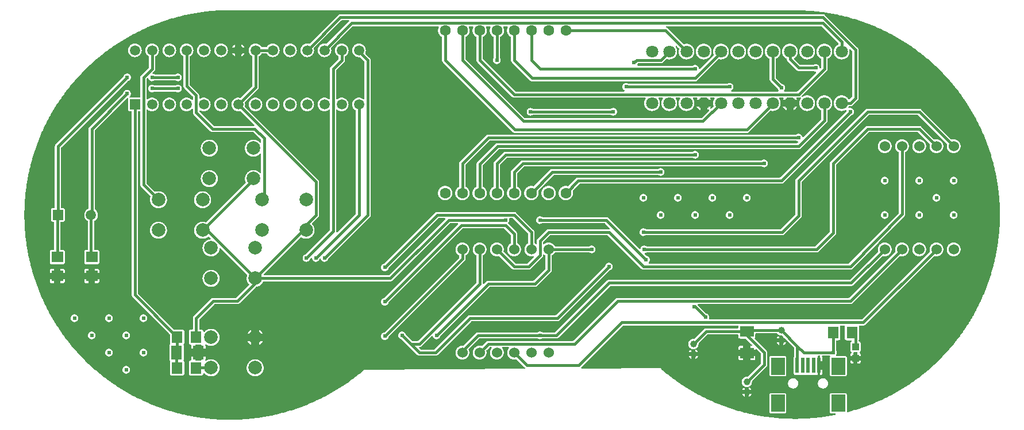
<source format=gtl>
G04 Layer: TopLayer*
G04 EasyEDA v6.3.22, 2020-04-19T15:25:33+02:00*
G04 9585e20cbaa244c19a7501b8b38ea314,91c4fea8558b4139a52e513319813ad2,10*
G04 Gerber Generator version 0.2*
G04 Scale: 100 percent, Rotated: No, Reflected: No *
G04 Dimensions in millimeters *
G04 leading zeros omitted , absolute positions ,3 integer and 3 decimal *
%FSLAX33Y33*%
%MOMM*%
G90*
G71D02*

%ADD11C,0.399999*%
%ADD12C,0.610006*%
%ADD13C,0.609600*%
%ADD14R,0.499999X2.299995*%
%ADD15R,1.999996X2.499995*%
%ADD16R,1.600200X1.701800*%
%ADD17R,1.600200X1.999996*%
%ADD18R,1.999996X1.600200*%
%ADD19R,0.990600X1.092200*%
%ADD20R,1.701800X1.600200*%
%ADD21C,1.524000*%
%ADD22C,0.999998*%
%ADD23R,1.499997X1.499997*%
%ADD24C,1.499997*%
%ADD25C,1.599997*%
%ADD26C,1.799996*%
%ADD27C,1.999996*%

%LPD*%
G36*
G01X30548Y60743D02*
G01X30499Y60743D01*
G01X30251Y60742D01*
G01X30002Y60739D01*
G01X29753Y60734D01*
G01X29505Y60727D01*
G01X29256Y60717D01*
G01X29008Y60706D01*
G01X28759Y60693D01*
G01X28511Y60678D01*
G01X28263Y60660D01*
G01X28015Y60641D01*
G01X27767Y60619D01*
G01X27520Y60596D01*
G01X27272Y60570D01*
G01X27025Y60543D01*
G01X26778Y60513D01*
G01X26531Y60481D01*
G01X26285Y60448D01*
G01X26039Y60412D01*
G01X25793Y60374D01*
G01X25547Y60335D01*
G01X25302Y60293D01*
G01X25057Y60249D01*
G01X24813Y60204D01*
G01X24569Y60156D01*
G01X24325Y60106D01*
G01X24082Y60054D01*
G01X23839Y60000D01*
G01X23597Y59945D01*
G01X23355Y59887D01*
G01X23113Y59827D01*
G01X22872Y59765D01*
G01X22632Y59702D01*
G01X22392Y59636D01*
G01X22153Y59568D01*
G01X21914Y59499D01*
G01X21676Y59427D01*
G01X21438Y59354D01*
G01X21201Y59278D01*
G01X20965Y59201D01*
G01X20729Y59121D01*
G01X20494Y59040D01*
G01X20260Y58957D01*
G01X20026Y58871D01*
G01X19793Y58784D01*
G01X19561Y58695D01*
G01X19329Y58604D01*
G01X19098Y58512D01*
G01X18868Y58417D01*
G01X18639Y58320D01*
G01X18411Y58222D01*
G01X18183Y58122D01*
G01X17956Y58019D01*
G01X17731Y57915D01*
G01X17506Y57809D01*
G01X17281Y57701D01*
G01X17058Y57592D01*
G01X16836Y57480D01*
G01X16614Y57367D01*
G01X16394Y57252D01*
G01X16174Y57135D01*
G01X15956Y57016D01*
G01X15738Y56896D01*
G01X15522Y56774D01*
G01X15306Y56650D01*
G01X15091Y56524D01*
G01X14878Y56396D01*
G01X14666Y56267D01*
G01X14454Y56136D01*
G01X14244Y56003D01*
G01X14035Y55868D01*
G01X13827Y55732D01*
G01X13620Y55594D01*
G01X13414Y55454D01*
G01X13209Y55313D01*
G01X13006Y55170D01*
G01X12803Y55025D01*
G01X12602Y54879D01*
G01X12402Y54731D01*
G01X12204Y54581D01*
G01X12006Y54430D01*
G01X11810Y54277D01*
G01X11615Y54123D01*
G01X11229Y53809D01*
G01X11038Y53650D01*
G01X10848Y53489D01*
G01X10660Y53326D01*
G01X10473Y53162D01*
G01X10287Y52997D01*
G01X10103Y52830D01*
G01X9920Y52661D01*
G01X9738Y52491D01*
G01X9558Y52320D01*
G01X9380Y52147D01*
G01X9202Y51973D01*
G01X9026Y51797D01*
G01X8852Y51619D01*
G01X8679Y51441D01*
G01X8508Y51261D01*
G01X8338Y51079D01*
G01X8169Y50896D01*
G01X8002Y50712D01*
G01X7837Y50526D01*
G01X7673Y50339D01*
G01X7510Y50150D01*
G01X7349Y49961D01*
G01X7190Y49770D01*
G01X7032Y49577D01*
G01X6876Y49384D01*
G01X6722Y49189D01*
G01X6569Y48993D01*
G01X6418Y48795D01*
G01X6268Y48597D01*
G01X6120Y48397D01*
G01X5974Y48196D01*
G01X5829Y47993D01*
G01X5686Y47790D01*
G01X5545Y47585D01*
G01X5405Y47379D01*
G01X5267Y47172D01*
G01X5131Y46964D01*
G01X4996Y46755D01*
G01X4863Y46545D01*
G01X4732Y46333D01*
G01X4603Y46121D01*
G01X4475Y45908D01*
G01X4349Y45693D01*
G01X4225Y45477D01*
G01X4103Y45261D01*
G01X3983Y45043D01*
G01X3864Y44825D01*
G01X3747Y44605D01*
G01X3632Y44385D01*
G01X3519Y44163D01*
G01X3407Y43941D01*
G01X3298Y43718D01*
G01X3190Y43493D01*
G01X3084Y43268D01*
G01X2980Y43043D01*
G01X2877Y42816D01*
G01X2777Y42588D01*
G01X2679Y42360D01*
G01X2582Y42131D01*
G01X2487Y41901D01*
G01X2395Y41670D01*
G01X2304Y41438D01*
G01X2215Y41206D01*
G01X2127Y40973D01*
G01X2042Y40739D01*
G01X1959Y40505D01*
G01X1878Y40270D01*
G01X1798Y40034D01*
G01X1721Y39798D01*
G01X1645Y39561D01*
G01X1572Y39323D01*
G01X1500Y39085D01*
G01X1431Y38846D01*
G01X1363Y38607D01*
G01X1297Y38367D01*
G01X1234Y38127D01*
G01X1172Y37886D01*
G01X1112Y37644D01*
G01X1054Y37402D01*
G01X999Y37160D01*
G01X945Y36917D01*
G01X893Y36674D01*
G01X843Y36430D01*
G01X795Y36186D01*
G01X750Y35942D01*
G01X706Y35697D01*
G01X664Y35452D01*
G01X625Y35206D01*
G01X587Y34960D01*
G01X551Y34714D01*
G01X517Y34468D01*
G01X486Y34221D01*
G01X456Y33974D01*
G01X429Y33727D01*
G01X403Y33479D01*
G01X380Y33232D01*
G01X358Y32984D01*
G01X339Y32736D01*
G01X321Y32488D01*
G01X306Y32240D01*
G01X293Y31991D01*
G01X282Y31743D01*
G01X272Y31494D01*
G01X265Y31246D01*
G01X260Y30997D01*
G01X257Y30748D01*
G01X256Y30499D01*
G01X257Y30251D01*
G01X260Y30002D01*
G01X265Y29753D01*
G01X272Y29505D01*
G01X282Y29256D01*
G01X293Y29008D01*
G01X306Y28759D01*
G01X321Y28511D01*
G01X339Y28263D01*
G01X358Y28015D01*
G01X380Y27767D01*
G01X403Y27520D01*
G01X429Y27272D01*
G01X456Y27025D01*
G01X486Y26778D01*
G01X517Y26531D01*
G01X551Y26285D01*
G01X587Y26039D01*
G01X625Y25793D01*
G01X664Y25547D01*
G01X706Y25302D01*
G01X750Y25057D01*
G01X795Y24813D01*
G01X843Y24569D01*
G01X893Y24325D01*
G01X945Y24082D01*
G01X999Y23839D01*
G01X1054Y23597D01*
G01X1112Y23355D01*
G01X1172Y23113D01*
G01X1234Y22872D01*
G01X1297Y22632D01*
G01X1363Y22392D01*
G01X1431Y22153D01*
G01X1500Y21914D01*
G01X1572Y21676D01*
G01X1645Y21438D01*
G01X1721Y21201D01*
G01X1798Y20965D01*
G01X1878Y20729D01*
G01X1959Y20494D01*
G01X2042Y20260D01*
G01X2127Y20026D01*
G01X2215Y19793D01*
G01X2304Y19561D01*
G01X2395Y19329D01*
G01X2487Y19098D01*
G01X2582Y18868D01*
G01X2679Y18639D01*
G01X2777Y18411D01*
G01X2877Y18183D01*
G01X2980Y17956D01*
G01X3084Y17731D01*
G01X3190Y17506D01*
G01X3298Y17281D01*
G01X3407Y17058D01*
G01X3519Y16836D01*
G01X3632Y16614D01*
G01X3747Y16394D01*
G01X3864Y16174D01*
G01X3983Y15956D01*
G01X4103Y15738D01*
G01X4225Y15522D01*
G01X4349Y15306D01*
G01X4475Y15091D01*
G01X4603Y14878D01*
G01X4732Y14666D01*
G01X4863Y14454D01*
G01X4996Y14244D01*
G01X5131Y14035D01*
G01X5267Y13827D01*
G01X5405Y13620D01*
G01X5545Y13414D01*
G01X5686Y13209D01*
G01X5829Y13006D01*
G01X5974Y12803D01*
G01X6120Y12602D01*
G01X6268Y12402D01*
G01X6418Y12204D01*
G01X6569Y12006D01*
G01X6722Y11810D01*
G01X6876Y11615D01*
G01X7032Y11422D01*
G01X7190Y11229D01*
G01X7349Y11038D01*
G01X7510Y10848D01*
G01X7673Y10660D01*
G01X7837Y10473D01*
G01X8002Y10287D01*
G01X8169Y10103D01*
G01X8338Y9920D01*
G01X8508Y9738D01*
G01X8679Y9558D01*
G01X8852Y9380D01*
G01X9026Y9202D01*
G01X9202Y9026D01*
G01X9380Y8852D01*
G01X9558Y8679D01*
G01X9738Y8508D01*
G01X9920Y8338D01*
G01X10103Y8169D01*
G01X10287Y8002D01*
G01X10473Y7837D01*
G01X10660Y7673D01*
G01X10848Y7510D01*
G01X11038Y7349D01*
G01X11229Y7190D01*
G01X11422Y7032D01*
G01X11615Y6876D01*
G01X11810Y6722D01*
G01X12006Y6569D01*
G01X12204Y6418D01*
G01X12402Y6268D01*
G01X12602Y6120D01*
G01X12803Y5974D01*
G01X13006Y5829D01*
G01X13209Y5686D01*
G01X13414Y5545D01*
G01X13620Y5405D01*
G01X13827Y5267D01*
G01X14035Y5131D01*
G01X14244Y4996D01*
G01X14454Y4863D01*
G01X14666Y4732D01*
G01X14878Y4603D01*
G01X15091Y4475D01*
G01X15306Y4349D01*
G01X15522Y4225D01*
G01X15738Y4103D01*
G01X15956Y3983D01*
G01X16174Y3864D01*
G01X16394Y3747D01*
G01X16614Y3632D01*
G01X16836Y3519D01*
G01X17058Y3407D01*
G01X17281Y3298D01*
G01X17506Y3190D01*
G01X17731Y3084D01*
G01X17956Y2980D01*
G01X18183Y2877D01*
G01X18411Y2777D01*
G01X18639Y2679D01*
G01X18868Y2582D01*
G01X19098Y2487D01*
G01X19329Y2395D01*
G01X19561Y2304D01*
G01X19793Y2215D01*
G01X20026Y2127D01*
G01X20260Y2042D01*
G01X20494Y1959D01*
G01X20729Y1878D01*
G01X20965Y1798D01*
G01X21201Y1721D01*
G01X21438Y1645D01*
G01X21676Y1572D01*
G01X21914Y1500D01*
G01X22153Y1431D01*
G01X22392Y1363D01*
G01X22632Y1297D01*
G01X22872Y1234D01*
G01X23113Y1172D01*
G01X23355Y1112D01*
G01X23597Y1054D01*
G01X23839Y999D01*
G01X24082Y945D01*
G01X24325Y893D01*
G01X24569Y843D01*
G01X24813Y795D01*
G01X25057Y750D01*
G01X25302Y706D01*
G01X25547Y664D01*
G01X25793Y625D01*
G01X26039Y587D01*
G01X26285Y551D01*
G01X26531Y517D01*
G01X26778Y486D01*
G01X27025Y456D01*
G01X27272Y429D01*
G01X27520Y403D01*
G01X27767Y380D01*
G01X28015Y358D01*
G01X28263Y339D01*
G01X28511Y321D01*
G01X28759Y306D01*
G01X29008Y293D01*
G01X29256Y282D01*
G01X29505Y272D01*
G01X29753Y265D01*
G01X30002Y260D01*
G01X30251Y257D01*
G01X30499Y256D01*
G01X30749Y257D01*
G01X30999Y260D01*
G01X31248Y265D01*
G01X31498Y273D01*
G01X31747Y282D01*
G01X31997Y293D01*
G01X32246Y307D01*
G01X32495Y322D01*
G01X32744Y339D01*
G01X32993Y359D01*
G01X33241Y381D01*
G01X33490Y404D01*
G01X33738Y430D01*
G01X33986Y458D01*
G01X34234Y488D01*
G01X34482Y519D01*
G01X34729Y553D01*
G01X34976Y589D01*
G01X35223Y627D01*
G01X35469Y667D01*
G01X35715Y709D01*
G01X35961Y753D01*
G01X36206Y799D01*
G01X36451Y847D01*
G01X36696Y898D01*
G01X36940Y950D01*
G01X37183Y1004D01*
G01X37427Y1060D01*
G01X37669Y1118D01*
G01X37912Y1178D01*
G01X38153Y1241D01*
G01X38395Y1305D01*
G01X38635Y1371D01*
G01X38875Y1439D01*
G01X39115Y1509D01*
G01X39354Y1581D01*
G01X39592Y1655D01*
G01X39830Y1731D01*
G01X40067Y1809D01*
G01X40304Y1889D01*
G01X40539Y1971D01*
G01X40775Y2055D01*
G01X41009Y2141D01*
G01X41243Y2228D01*
G01X41476Y2318D01*
G01X41708Y2410D01*
G01X41939Y2503D01*
G01X42170Y2598D01*
G01X42400Y2696D01*
G01X42629Y2795D01*
G01X42857Y2896D01*
G01X43085Y2999D01*
G01X43311Y3104D01*
G01X43537Y3210D01*
G01X43762Y3319D01*
G01X43985Y3429D01*
G01X44208Y3542D01*
G01X44430Y3656D01*
G01X44652Y3771D01*
G01X44872Y3889D01*
G01X45091Y4009D01*
G01X45309Y4130D01*
G01X45526Y4253D01*
G01X45742Y4378D01*
G01X45957Y4505D01*
G01X46171Y4633D01*
G01X46384Y4763D01*
G01X46596Y4895D01*
G01X46807Y5029D01*
G01X47016Y5165D01*
G01X47225Y5302D01*
G01X47432Y5441D01*
G01X47639Y5581D01*
G01X47844Y5724D01*
G01X48048Y5868D01*
G01X48250Y6013D01*
G01X48452Y6161D01*
G01X48652Y6310D01*
G01X48851Y6460D01*
G01X49049Y6613D01*
G01X49245Y6766D01*
G01X49441Y6922D01*
G01X49635Y7079D01*
G01X49827Y7238D01*
G01X50019Y7398D01*
G01X50209Y7560D01*
G01X50229Y7576D01*
G01X50251Y7590D01*
G01X50274Y7601D01*
G01X50298Y7610D01*
G01X50323Y7617D01*
G01X50348Y7621D01*
G01X50374Y7622D01*
G01X73929Y7770D01*
G01X73943Y7771D01*
G01X73957Y7774D01*
G01X73971Y7779D01*
G01X73984Y7786D01*
G01X73995Y7795D01*
G01X74005Y7805D01*
G01X74014Y7817D01*
G01X74021Y7830D01*
G01X74026Y7843D01*
G01X74029Y7857D01*
G01X74030Y7872D01*
G01X74029Y7888D01*
G01X74025Y7904D01*
G01X74018Y7919D01*
G01X74009Y7933D01*
G01X73999Y7945D01*
G01X73992Y7952D01*
G01X72773Y9170D01*
G01X72761Y9180D01*
G01X72748Y9189D01*
G01X72733Y9195D01*
G01X72717Y9198D01*
G01X72702Y9200D01*
G01X72675Y9196D01*
G01X72623Y9184D01*
G01X72570Y9174D01*
G01X72517Y9167D01*
G01X72463Y9162D01*
G01X72410Y9161D01*
G01X72364Y9162D01*
G01X72318Y9165D01*
G01X72273Y9170D01*
G01X72228Y9177D01*
G01X72183Y9186D01*
G01X72139Y9198D01*
G01X72095Y9211D01*
G01X72052Y9226D01*
G01X72009Y9243D01*
G01X71968Y9262D01*
G01X71927Y9283D01*
G01X71887Y9305D01*
G01X71848Y9329D01*
G01X71811Y9355D01*
G01X71774Y9383D01*
G01X71739Y9412D01*
G01X71706Y9443D01*
G01X71673Y9476D01*
G01X71642Y9509D01*
G01X71613Y9544D01*
G01X71559Y9618D01*
G01X71535Y9657D01*
G01X71513Y9697D01*
G01X71492Y9738D01*
G01X71473Y9779D01*
G01X71456Y9822D01*
G01X71441Y9865D01*
G01X71428Y9909D01*
G01X71417Y9953D01*
G01X71407Y9998D01*
G01X71400Y10043D01*
G01X71395Y10088D01*
G01X71392Y10134D01*
G01X71391Y10179D01*
G01X71392Y10226D01*
G01X71395Y10273D01*
G01X71401Y10319D01*
G01X71408Y10365D01*
G01X71418Y10411D01*
G01X71429Y10457D01*
G01X71443Y10501D01*
G01X71459Y10545D01*
G01X71477Y10588D01*
G01X71496Y10631D01*
G01X71518Y10672D01*
G01X71542Y10713D01*
G01X71567Y10752D01*
G01X71594Y10790D01*
G01X71623Y10827D01*
G01X71633Y10841D01*
G01X71640Y10857D01*
G01X71645Y10874D01*
G01X71646Y10891D01*
G01X71645Y10906D01*
G01X71642Y10920D01*
G01X71637Y10934D01*
G01X71630Y10946D01*
G01X71621Y10958D01*
G01X71611Y10968D01*
G01X71600Y10977D01*
G01X71587Y10984D01*
G01X71573Y10989D01*
G01X71559Y10992D01*
G01X71545Y10993D01*
G01X70734Y10993D01*
G01X70720Y10992D01*
G01X70706Y10989D01*
G01X70692Y10984D01*
G01X70679Y10977D01*
G01X70668Y10968D01*
G01X70658Y10958D01*
G01X70649Y10946D01*
G01X70642Y10934D01*
G01X70637Y10920D01*
G01X70634Y10906D01*
G01X70633Y10891D01*
G01X70634Y10874D01*
G01X70639Y10857D01*
G01X70646Y10841D01*
G01X70656Y10827D01*
G01X70685Y10790D01*
G01X70712Y10752D01*
G01X70737Y10713D01*
G01X70761Y10672D01*
G01X70783Y10631D01*
G01X70802Y10588D01*
G01X70820Y10545D01*
G01X70836Y10501D01*
G01X70850Y10457D01*
G01X70861Y10411D01*
G01X70871Y10365D01*
G01X70878Y10319D01*
G01X70884Y10273D01*
G01X70887Y10226D01*
G01X70888Y10179D01*
G01X70887Y10134D01*
G01X70884Y10088D01*
G01X70879Y10043D01*
G01X70872Y9998D01*
G01X70863Y9953D01*
G01X70851Y9909D01*
G01X70838Y9865D01*
G01X70823Y9822D01*
G01X70806Y9779D01*
G01X70787Y9738D01*
G01X70766Y9697D01*
G01X70744Y9657D01*
G01X70720Y9618D01*
G01X70694Y9581D01*
G01X70666Y9544D01*
G01X70637Y9509D01*
G01X70606Y9476D01*
G01X70573Y9443D01*
G01X70540Y9412D01*
G01X70505Y9383D01*
G01X70468Y9355D01*
G01X70431Y9329D01*
G01X70392Y9305D01*
G01X70352Y9283D01*
G01X70311Y9262D01*
G01X70270Y9243D01*
G01X70227Y9226D01*
G01X70184Y9211D01*
G01X70140Y9198D01*
G01X70096Y9186D01*
G01X70051Y9177D01*
G01X70006Y9170D01*
G01X69961Y9165D01*
G01X69915Y9162D01*
G01X69870Y9161D01*
G01X69824Y9162D01*
G01X69778Y9165D01*
G01X69733Y9170D01*
G01X69688Y9177D01*
G01X69643Y9186D01*
G01X69599Y9198D01*
G01X69555Y9211D01*
G01X69512Y9226D01*
G01X69469Y9243D01*
G01X69428Y9262D01*
G01X69387Y9283D01*
G01X69347Y9305D01*
G01X69308Y9329D01*
G01X69271Y9355D01*
G01X69234Y9383D01*
G01X69199Y9412D01*
G01X69166Y9443D01*
G01X69133Y9476D01*
G01X69102Y9509D01*
G01X69073Y9544D01*
G01X69019Y9618D01*
G01X68995Y9657D01*
G01X68973Y9697D01*
G01X68952Y9738D01*
G01X68933Y9779D01*
G01X68916Y9822D01*
G01X68901Y9865D01*
G01X68888Y9909D01*
G01X68877Y9953D01*
G01X68867Y9998D01*
G01X68860Y10043D01*
G01X68855Y10088D01*
G01X68852Y10134D01*
G01X68851Y10179D01*
G01X68852Y10226D01*
G01X68855Y10273D01*
G01X68861Y10319D01*
G01X68868Y10365D01*
G01X68878Y10411D01*
G01X68889Y10457D01*
G01X68903Y10501D01*
G01X68919Y10545D01*
G01X68937Y10588D01*
G01X68956Y10631D01*
G01X68978Y10672D01*
G01X69002Y10713D01*
G01X69027Y10752D01*
G01X69054Y10790D01*
G01X69083Y10827D01*
G01X69093Y10841D01*
G01X69100Y10857D01*
G01X69105Y10874D01*
G01X69106Y10891D01*
G01X69105Y10906D01*
G01X69102Y10920D01*
G01X69097Y10934D01*
G01X69090Y10946D01*
G01X69081Y10958D01*
G01X69071Y10968D01*
G01X69060Y10977D01*
G01X69047Y10984D01*
G01X69033Y10989D01*
G01X69019Y10992D01*
G01X69005Y10993D01*
G01X68831Y10993D01*
G01X68815Y10992D01*
G01X68799Y10988D01*
G01X68785Y10982D01*
G01X68771Y10974D01*
G01X68759Y10963D01*
G01X68339Y10543D01*
G01X68329Y10531D01*
G01X68320Y10518D01*
G01X68314Y10503D01*
G01X68311Y10487D01*
G01X68309Y10472D01*
G01X68313Y10445D01*
G01X68325Y10393D01*
G01X68335Y10340D01*
G01X68342Y10287D01*
G01X68347Y10233D01*
G01X68348Y10179D01*
G01X68347Y10134D01*
G01X68344Y10088D01*
G01X68339Y10043D01*
G01X68332Y9998D01*
G01X68323Y9953D01*
G01X68311Y9909D01*
G01X68298Y9865D01*
G01X68283Y9822D01*
G01X68266Y9779D01*
G01X68247Y9738D01*
G01X68226Y9697D01*
G01X68204Y9657D01*
G01X68180Y9618D01*
G01X68154Y9581D01*
G01X68126Y9544D01*
G01X68097Y9509D01*
G01X68066Y9476D01*
G01X68033Y9443D01*
G01X68000Y9412D01*
G01X67965Y9383D01*
G01X67928Y9355D01*
G01X67891Y9329D01*
G01X67852Y9305D01*
G01X67812Y9283D01*
G01X67771Y9262D01*
G01X67730Y9243D01*
G01X67687Y9226D01*
G01X67644Y9211D01*
G01X67600Y9198D01*
G01X67556Y9186D01*
G01X67511Y9177D01*
G01X67466Y9170D01*
G01X67421Y9165D01*
G01X67375Y9162D01*
G01X67330Y9161D01*
G01X67284Y9162D01*
G01X67238Y9165D01*
G01X67193Y9170D01*
G01X67148Y9177D01*
G01X67103Y9186D01*
G01X67059Y9198D01*
G01X67015Y9211D01*
G01X66972Y9226D01*
G01X66929Y9243D01*
G01X66888Y9262D01*
G01X66847Y9283D01*
G01X66807Y9305D01*
G01X66768Y9329D01*
G01X66731Y9355D01*
G01X66694Y9383D01*
G01X66659Y9412D01*
G01X66626Y9443D01*
G01X66593Y9476D01*
G01X66562Y9509D01*
G01X66533Y9544D01*
G01X66479Y9618D01*
G01X66455Y9657D01*
G01X66433Y9697D01*
G01X66412Y9738D01*
G01X66393Y9779D01*
G01X66376Y9822D01*
G01X66361Y9865D01*
G01X66348Y9909D01*
G01X66337Y9953D01*
G01X66327Y9998D01*
G01X66320Y10043D01*
G01X66315Y10088D01*
G01X66312Y10134D01*
G01X66311Y10179D01*
G01X66312Y10225D01*
G01X66315Y10271D01*
G01X66320Y10316D01*
G01X66327Y10361D01*
G01X66337Y10406D01*
G01X66348Y10450D01*
G01X66361Y10494D01*
G01X66376Y10537D01*
G01X66393Y10580D01*
G01X66412Y10621D01*
G01X66433Y10662D01*
G01X66455Y10702D01*
G01X66479Y10741D01*
G01X66533Y10815D01*
G01X66562Y10850D01*
G01X66593Y10883D01*
G01X66626Y10916D01*
G01X66659Y10947D01*
G01X66694Y10976D01*
G01X66731Y11004D01*
G01X66768Y11030D01*
G01X66807Y11054D01*
G01X66847Y11076D01*
G01X66888Y11097D01*
G01X66929Y11116D01*
G01X66972Y11133D01*
G01X67015Y11148D01*
G01X67059Y11161D01*
G01X67103Y11173D01*
G01X67148Y11182D01*
G01X67193Y11189D01*
G01X67238Y11194D01*
G01X67284Y11197D01*
G01X67330Y11198D01*
G01X67383Y11197D01*
G01X67437Y11192D01*
G01X67490Y11185D01*
G01X67543Y11175D01*
G01X67595Y11163D01*
G01X67622Y11159D01*
G01X67637Y11161D01*
G01X67653Y11164D01*
G01X67668Y11170D01*
G01X67681Y11179D01*
G01X67693Y11189D01*
G01X68277Y11772D01*
G01X68301Y11795D01*
G01X68326Y11815D01*
G01X68353Y11834D01*
G01X68381Y11850D01*
G01X68410Y11865D01*
G01X68440Y11877D01*
G01X68471Y11888D01*
G01X68502Y11896D01*
G01X68535Y11901D01*
G01X68567Y11905D01*
G01X68600Y11906D01*
G01X81068Y11906D01*
G01X81084Y11907D01*
G01X81100Y11911D01*
G01X81114Y11917D01*
G01X81128Y11925D01*
G01X81140Y11936D01*
G01X87327Y18122D01*
G01X87351Y18145D01*
G01X87376Y18165D01*
G01X87403Y18184D01*
G01X87431Y18200D01*
G01X87460Y18215D01*
G01X87490Y18227D01*
G01X87521Y18238D01*
G01X87552Y18246D01*
G01X87585Y18251D01*
G01X87617Y18255D01*
G01X87650Y18256D01*
G01X121708Y18256D01*
G01X121724Y18257D01*
G01X121740Y18261D01*
G01X121754Y18267D01*
G01X121768Y18275D01*
G01X121780Y18286D01*
G01X128550Y25056D01*
G01X128560Y25068D01*
G01X128569Y25081D01*
G01X128575Y25096D01*
G01X128578Y25112D01*
G01X128580Y25127D01*
G01X128576Y25154D01*
G01X128564Y25206D01*
G01X128554Y25259D01*
G01X128547Y25312D01*
G01X128542Y25366D01*
G01X128541Y25419D01*
G01X128542Y25465D01*
G01X128545Y25511D01*
G01X128550Y25556D01*
G01X128557Y25601D01*
G01X128567Y25646D01*
G01X128578Y25690D01*
G01X128591Y25734D01*
G01X128606Y25777D01*
G01X128623Y25820D01*
G01X128642Y25861D01*
G01X128663Y25902D01*
G01X128685Y25942D01*
G01X128709Y25981D01*
G01X128763Y26055D01*
G01X128792Y26090D01*
G01X128823Y26123D01*
G01X128856Y26156D01*
G01X128889Y26187D01*
G01X128924Y26216D01*
G01X128961Y26244D01*
G01X128998Y26270D01*
G01X129037Y26294D01*
G01X129077Y26316D01*
G01X129118Y26337D01*
G01X129159Y26356D01*
G01X129202Y26373D01*
G01X129245Y26388D01*
G01X129289Y26401D01*
G01X129333Y26413D01*
G01X129378Y26422D01*
G01X129423Y26429D01*
G01X129468Y26434D01*
G01X129514Y26437D01*
G01X129560Y26438D01*
G01X129605Y26437D01*
G01X129651Y26434D01*
G01X129696Y26429D01*
G01X129741Y26422D01*
G01X129786Y26413D01*
G01X129830Y26401D01*
G01X129874Y26388D01*
G01X129917Y26373D01*
G01X129960Y26356D01*
G01X130001Y26337D01*
G01X130042Y26316D01*
G01X130082Y26294D01*
G01X130121Y26270D01*
G01X130158Y26244D01*
G01X130195Y26216D01*
G01X130230Y26187D01*
G01X130263Y26156D01*
G01X130296Y26123D01*
G01X130327Y26090D01*
G01X130356Y26055D01*
G01X130384Y26018D01*
G01X130410Y25981D01*
G01X130434Y25942D01*
G01X130456Y25902D01*
G01X130477Y25861D01*
G01X130496Y25820D01*
G01X130513Y25777D01*
G01X130528Y25734D01*
G01X130541Y25690D01*
G01X130553Y25646D01*
G01X130562Y25601D01*
G01X130569Y25556D01*
G01X130574Y25511D01*
G01X130577Y25465D01*
G01X130578Y25419D01*
G01X130577Y25374D01*
G01X130574Y25328D01*
G01X130569Y25283D01*
G01X130562Y25238D01*
G01X130553Y25193D01*
G01X130541Y25149D01*
G01X130528Y25105D01*
G01X130513Y25062D01*
G01X130496Y25019D01*
G01X130477Y24978D01*
G01X130456Y24937D01*
G01X130434Y24897D01*
G01X130410Y24858D01*
G01X130384Y24821D01*
G01X130356Y24784D01*
G01X130327Y24749D01*
G01X130296Y24716D01*
G01X130263Y24683D01*
G01X130230Y24652D01*
G01X130195Y24623D01*
G01X130158Y24595D01*
G01X130121Y24569D01*
G01X130082Y24545D01*
G01X130042Y24523D01*
G01X130001Y24502D01*
G01X129960Y24483D01*
G01X129917Y24466D01*
G01X129874Y24451D01*
G01X129830Y24438D01*
G01X129786Y24426D01*
G01X129741Y24417D01*
G01X129696Y24410D01*
G01X129651Y24405D01*
G01X129605Y24402D01*
G01X129560Y24401D01*
G01X129506Y24402D01*
G01X129452Y24407D01*
G01X129399Y24414D01*
G01X129346Y24424D01*
G01X129294Y24436D01*
G01X129267Y24440D01*
G01X129252Y24438D01*
G01X129236Y24435D01*
G01X129221Y24429D01*
G01X129208Y24420D01*
G01X129196Y24410D01*
G01X122262Y17477D01*
G01X122238Y17454D01*
G01X122213Y17434D01*
G01X122186Y17415D01*
G01X122158Y17399D01*
G01X122129Y17384D01*
G01X122099Y17372D01*
G01X122068Y17361D01*
G01X122037Y17353D01*
G01X122004Y17348D01*
G01X121972Y17344D01*
G01X121940Y17343D01*
G01X99538Y17343D01*
G01X99524Y17342D01*
G01X99509Y17339D01*
G01X99496Y17334D01*
G01X99483Y17327D01*
G01X99471Y17318D01*
G01X99461Y17308D01*
G01X99453Y17296D01*
G01X99446Y17284D01*
G01X99441Y17270D01*
G01X99437Y17256D01*
G01X99436Y17241D01*
G01X99438Y17225D01*
G01X99441Y17210D01*
G01X99447Y17195D01*
G01X99456Y17182D01*
G01X99466Y17170D01*
G01X100673Y15962D01*
G01X100684Y15953D01*
G01X100696Y15945D01*
G01X100710Y15939D01*
G01X100724Y15935D01*
G01X100757Y15926D01*
G01X100790Y15916D01*
G01X100822Y15903D01*
G01X100854Y15889D01*
G01X100884Y15873D01*
G01X100914Y15854D01*
G01X100942Y15834D01*
G01X100969Y15813D01*
G01X100994Y15790D01*
G01X101018Y15765D01*
G01X101041Y15738D01*
G01X101062Y15711D01*
G01X101081Y15682D01*
G01X101098Y15652D01*
G01X101113Y15621D01*
G01X101127Y15589D01*
G01X101138Y15557D01*
G01X101148Y15523D01*
G01X101155Y15490D01*
G01X101161Y15455D01*
G01X101164Y15421D01*
G01X101165Y15386D01*
G01X101164Y15351D01*
G01X101160Y15316D01*
G01X101155Y15282D01*
G01X101147Y15248D01*
G01X101138Y15214D01*
G01X101134Y15198D01*
G01X101133Y15183D01*
G01X101134Y15168D01*
G01X101137Y15154D01*
G01X101142Y15140D01*
G01X101149Y15128D01*
G01X101158Y15116D01*
G01X101168Y15106D01*
G01X101179Y15097D01*
G01X101192Y15090D01*
G01X101206Y15085D01*
G01X101220Y15082D01*
G01X101234Y15081D01*
G01X123613Y15081D01*
G01X123629Y15082D01*
G01X123645Y15086D01*
G01X123659Y15092D01*
G01X123673Y15100D01*
G01X123685Y15111D01*
G01X133630Y25056D01*
G01X133640Y25068D01*
G01X133649Y25081D01*
G01X133655Y25096D01*
G01X133658Y25112D01*
G01X133660Y25127D01*
G01X133656Y25154D01*
G01X133644Y25206D01*
G01X133634Y25259D01*
G01X133627Y25312D01*
G01X133622Y25366D01*
G01X133621Y25419D01*
G01X133622Y25465D01*
G01X133625Y25511D01*
G01X133630Y25556D01*
G01X133637Y25601D01*
G01X133647Y25646D01*
G01X133658Y25690D01*
G01X133671Y25734D01*
G01X133686Y25777D01*
G01X133703Y25820D01*
G01X133722Y25861D01*
G01X133743Y25902D01*
G01X133765Y25942D01*
G01X133789Y25981D01*
G01X133843Y26055D01*
G01X133872Y26090D01*
G01X133903Y26123D01*
G01X133936Y26156D01*
G01X133969Y26187D01*
G01X134004Y26216D01*
G01X134041Y26244D01*
G01X134078Y26270D01*
G01X134117Y26294D01*
G01X134157Y26316D01*
G01X134198Y26337D01*
G01X134239Y26356D01*
G01X134282Y26373D01*
G01X134325Y26388D01*
G01X134369Y26401D01*
G01X134413Y26413D01*
G01X134458Y26422D01*
G01X134503Y26429D01*
G01X134548Y26434D01*
G01X134594Y26437D01*
G01X134640Y26438D01*
G01X134685Y26437D01*
G01X134731Y26434D01*
G01X134776Y26429D01*
G01X134821Y26422D01*
G01X134866Y26413D01*
G01X134910Y26401D01*
G01X134954Y26388D01*
G01X134997Y26373D01*
G01X135040Y26356D01*
G01X135081Y26337D01*
G01X135122Y26316D01*
G01X135162Y26294D01*
G01X135201Y26270D01*
G01X135238Y26244D01*
G01X135275Y26216D01*
G01X135310Y26187D01*
G01X135343Y26156D01*
G01X135376Y26123D01*
G01X135407Y26090D01*
G01X135436Y26055D01*
G01X135464Y26018D01*
G01X135490Y25981D01*
G01X135514Y25942D01*
G01X135536Y25902D01*
G01X135557Y25861D01*
G01X135576Y25820D01*
G01X135593Y25777D01*
G01X135608Y25734D01*
G01X135621Y25690D01*
G01X135633Y25646D01*
G01X135642Y25601D01*
G01X135649Y25556D01*
G01X135654Y25511D01*
G01X135657Y25465D01*
G01X135658Y25419D01*
G01X135657Y25374D01*
G01X135654Y25328D01*
G01X135649Y25283D01*
G01X135642Y25238D01*
G01X135633Y25193D01*
G01X135621Y25149D01*
G01X135608Y25105D01*
G01X135593Y25062D01*
G01X135576Y25019D01*
G01X135557Y24978D01*
G01X135536Y24937D01*
G01X135514Y24897D01*
G01X135490Y24858D01*
G01X135464Y24821D01*
G01X135436Y24784D01*
G01X135407Y24749D01*
G01X135376Y24716D01*
G01X135343Y24683D01*
G01X135310Y24652D01*
G01X135275Y24623D01*
G01X135238Y24595D01*
G01X135201Y24569D01*
G01X135162Y24545D01*
G01X135122Y24523D01*
G01X135081Y24502D01*
G01X135040Y24483D01*
G01X134997Y24466D01*
G01X134954Y24451D01*
G01X134910Y24438D01*
G01X134866Y24426D01*
G01X134821Y24417D01*
G01X134776Y24410D01*
G01X134731Y24405D01*
G01X134685Y24402D01*
G01X134640Y24401D01*
G01X134586Y24402D01*
G01X134532Y24407D01*
G01X134479Y24414D01*
G01X134426Y24424D01*
G01X134374Y24436D01*
G01X134347Y24440D01*
G01X134332Y24438D01*
G01X134316Y24435D01*
G01X134301Y24429D01*
G01X134288Y24420D01*
G01X134276Y24410D01*
G01X124167Y14302D01*
G01X124143Y14279D01*
G01X124118Y14259D01*
G01X124091Y14240D01*
G01X124063Y14224D01*
G01X124034Y14209D01*
G01X124004Y14197D01*
G01X123973Y14186D01*
G01X123942Y14178D01*
G01X123909Y14173D01*
G01X123877Y14169D01*
G01X123845Y14168D01*
G01X123333Y14168D01*
G01X123318Y14167D01*
G01X123304Y14164D01*
G01X123291Y14159D01*
G01X123278Y14152D01*
G01X123266Y14143D01*
G01X123256Y14133D01*
G01X123247Y14121D01*
G01X123240Y14109D01*
G01X123235Y14095D01*
G01X123232Y14081D01*
G01X123231Y14066D01*
G01X123233Y14050D01*
G01X123237Y14034D01*
G01X123244Y14007D01*
G01X123249Y13979D01*
G01X123250Y13951D01*
G01X123250Y12250D01*
G01X123249Y12226D01*
G01X123246Y12203D01*
G01X123241Y12180D01*
G01X123233Y12158D01*
G01X123224Y12136D01*
G01X123212Y12115D01*
G01X123199Y12096D01*
G01X123184Y12078D01*
G01X123175Y12066D01*
G01X123168Y12053D01*
G01X123162Y12039D01*
G01X123159Y12025D01*
G01X123158Y12010D01*
G01X123158Y11929D01*
G01X123159Y11913D01*
G01X123163Y11898D01*
G01X123169Y11884D01*
G01X123177Y11870D01*
G01X123187Y11858D01*
G01X123199Y11848D01*
G01X123212Y11839D01*
G01X123227Y11833D01*
G01X123242Y11829D01*
G01X123265Y11824D01*
G01X123288Y11816D01*
G01X123310Y11807D01*
G01X123330Y11795D01*
G01X123350Y11782D01*
G01X123369Y11767D01*
G01X123386Y11750D01*
G01X123401Y11732D01*
G01X123414Y11712D01*
G01X123426Y11692D01*
G01X123436Y11670D01*
G01X123443Y11647D01*
G01X123449Y11624D01*
G01X123452Y11600D01*
G01X123453Y11576D01*
G01X123453Y10484D01*
G01X123452Y10461D01*
G01X123449Y10437D01*
G01X123444Y10414D01*
G01X123436Y10391D01*
G01X123426Y10370D01*
G01X123415Y10349D01*
G01X123401Y10329D01*
G01X123386Y10311D01*
G01X123369Y10294D01*
G01X123351Y10279D01*
G01X123332Y10266D01*
G01X123320Y10257D01*
G01X123309Y10247D01*
G01X123300Y10235D01*
G01X123293Y10222D01*
G01X123288Y10209D01*
G01X123284Y10194D01*
G01X123283Y10179D01*
G01X123284Y10165D01*
G01X123288Y10150D01*
G01X123293Y10137D01*
G01X123300Y10124D01*
G01X123309Y10112D01*
G01X123320Y10102D01*
G01X123332Y10093D01*
G01X123351Y10080D01*
G01X123369Y10065D01*
G01X123386Y10048D01*
G01X123401Y10030D01*
G01X123415Y10010D01*
G01X123426Y9989D01*
G01X123436Y9968D01*
G01X123444Y9945D01*
G01X123449Y9922D01*
G01X123452Y9898D01*
G01X123453Y9875D01*
G01X123453Y9665D01*
G01X123013Y9665D01*
G01X123013Y10126D01*
G01X123012Y10141D01*
G01X123009Y10155D01*
G01X122997Y10181D01*
G01X122988Y10193D01*
G01X122978Y10203D01*
G01X122966Y10212D01*
G01X122953Y10219D01*
G01X122940Y10224D01*
G01X122926Y10227D01*
G01X122911Y10228D01*
G01X122492Y10228D01*
G01X122478Y10227D01*
G01X122463Y10224D01*
G01X122450Y10219D01*
G01X122437Y10212D01*
G01X122425Y10203D01*
G01X122415Y10193D01*
G01X122406Y10181D01*
G01X122394Y10155D01*
G01X122391Y10141D01*
G01X122390Y10126D01*
G01X122390Y9665D01*
G01X121950Y9665D01*
G01X121950Y9875D01*
G01X121951Y9898D01*
G01X121954Y9922D01*
G01X121960Y9945D01*
G01X121967Y9968D01*
G01X121977Y9989D01*
G01X121988Y10010D01*
G01X122002Y10030D01*
G01X122017Y10048D01*
G01X122034Y10065D01*
G01X122052Y10080D01*
G01X122072Y10093D01*
G01X122083Y10102D01*
G01X122094Y10112D01*
G01X122103Y10124D01*
G01X122110Y10137D01*
G01X122116Y10150D01*
G01X122119Y10165D01*
G01X122120Y10179D01*
G01X122119Y10194D01*
G01X122116Y10209D01*
G01X122110Y10222D01*
G01X122103Y10235D01*
G01X122094Y10247D01*
G01X122083Y10257D01*
G01X122072Y10266D01*
G01X122052Y10279D01*
G01X122034Y10294D01*
G01X122017Y10311D01*
G01X122002Y10329D01*
G01X121988Y10349D01*
G01X121977Y10370D01*
G01X121967Y10391D01*
G01X121960Y10414D01*
G01X121954Y10437D01*
G01X121951Y10461D01*
G01X121950Y10484D01*
G01X121950Y11576D01*
G01X121951Y11599D01*
G01X121954Y11622D01*
G01X121959Y11645D01*
G01X121966Y11666D01*
G01X121975Y11688D01*
G01X121986Y11708D01*
G01X121998Y11727D01*
G01X122013Y11745D01*
G01X122029Y11762D01*
G01X122046Y11777D01*
G01X122064Y11790D01*
G01X122084Y11802D01*
G01X122097Y11811D01*
G01X122109Y11821D01*
G01X122119Y11833D01*
G01X122127Y11846D01*
G01X122133Y11861D01*
G01X122136Y11876D01*
G01X122137Y11891D01*
G01X122136Y11906D01*
G01X122133Y11920D01*
G01X122128Y11934D01*
G01X122121Y11946D01*
G01X122113Y11958D01*
G01X122102Y11968D01*
G01X122091Y11977D01*
G01X122078Y11984D01*
G01X122064Y11989D01*
G01X122050Y11992D01*
G01X122036Y11993D01*
G01X121393Y11993D01*
G01X121370Y11994D01*
G01X121346Y11997D01*
G01X121323Y12003D01*
G01X121301Y12010D01*
G01X121279Y12020D01*
G01X121258Y12031D01*
G01X121239Y12045D01*
G01X121221Y12060D01*
G01X121204Y12077D01*
G01X121189Y12095D01*
G01X121175Y12115D01*
G01X121164Y12135D01*
G01X121154Y12157D01*
G01X121147Y12179D01*
G01X121141Y12202D01*
G01X121138Y12226D01*
G01X121137Y12250D01*
G01X121137Y13951D01*
G01X121138Y13979D01*
G01X121143Y14007D01*
G01X121150Y14034D01*
G01X121154Y14050D01*
G01X121156Y14066D01*
G01X121155Y14081D01*
G01X121152Y14095D01*
G01X121147Y14109D01*
G01X121140Y14121D01*
G01X121131Y14133D01*
G01X121121Y14143D01*
G01X121109Y14152D01*
G01X121096Y14159D01*
G01X121083Y14164D01*
G01X121069Y14167D01*
G01X121054Y14168D01*
G01X120539Y14168D01*
G01X120524Y14167D01*
G01X120510Y14164D01*
G01X120497Y14159D01*
G01X120484Y14152D01*
G01X120472Y14143D01*
G01X120462Y14133D01*
G01X120453Y14121D01*
G01X120446Y14109D01*
G01X120441Y14095D01*
G01X120438Y14081D01*
G01X120437Y14066D01*
G01X120439Y14050D01*
G01X120443Y14034D01*
G01X120450Y14007D01*
G01X120455Y13979D01*
G01X120456Y13951D01*
G01X120456Y12250D01*
G01X120455Y12226D01*
G01X120452Y12202D01*
G01X120446Y12179D01*
G01X120439Y12157D01*
G01X120429Y12135D01*
G01X120418Y12115D01*
G01X120404Y12095D01*
G01X120389Y12077D01*
G01X120372Y12060D01*
G01X120354Y12045D01*
G01X120335Y12031D01*
G01X120314Y12020D01*
G01X120292Y12010D01*
G01X120270Y12003D01*
G01X120247Y11997D01*
G01X120223Y11994D01*
G01X120200Y11993D01*
G01X119958Y11993D01*
G01X119943Y11992D01*
G01X119929Y11989D01*
G01X119915Y11984D01*
G01X119903Y11977D01*
G01X119891Y11968D01*
G01X119881Y11958D01*
G01X119872Y11946D01*
G01X119865Y11934D01*
G01X119860Y11920D01*
G01X119857Y11906D01*
G01X119856Y11891D01*
G01X119856Y10537D01*
G01X119857Y10523D01*
G01X119860Y10509D01*
G01X119865Y10495D01*
G01X119872Y10482D01*
G01X119890Y10452D01*
G01X119907Y10420D01*
G01X119921Y10388D01*
G01X119933Y10354D01*
G01X119943Y10320D01*
G01X119951Y10286D01*
G01X119956Y10250D01*
G01X119960Y10215D01*
G01X119961Y10179D01*
G01X119960Y10144D01*
G01X119956Y10109D01*
G01X119951Y10074D01*
G01X119943Y10039D01*
G01X119933Y10005D01*
G01X119921Y9972D01*
G01X119907Y9940D01*
G01X119891Y9908D01*
G01X119873Y9878D01*
G01X119853Y9849D01*
G01X119845Y9835D01*
G01X119838Y9820D01*
G01X119835Y9805D01*
G01X119833Y9789D01*
G01X119834Y9774D01*
G01X119837Y9760D01*
G01X119843Y9746D01*
G01X119849Y9734D01*
G01X119858Y9722D01*
G01X119868Y9712D01*
G01X119880Y9703D01*
G01X119893Y9696D01*
G01X119906Y9691D01*
G01X119921Y9688D01*
G01X119935Y9687D01*
G01X121166Y9687D01*
G01X121190Y9686D01*
G01X121214Y9683D01*
G01X121237Y9677D01*
G01X121259Y9670D01*
G01X121281Y9660D01*
G01X121302Y9649D01*
G01X121321Y9635D01*
G01X121339Y9620D01*
G01X121356Y9603D01*
G01X121371Y9585D01*
G01X121385Y9566D01*
G01X121396Y9545D01*
G01X121406Y9523D01*
G01X121413Y9501D01*
G01X121419Y9478D01*
G01X121422Y9454D01*
G01X121423Y9430D01*
G01X121423Y6930D01*
G01X121422Y6907D01*
G01X121419Y6883D01*
G01X121413Y6860D01*
G01X121406Y6838D01*
G01X121396Y6816D01*
G01X121385Y6795D01*
G01X121371Y6776D01*
G01X121356Y6758D01*
G01X121339Y6741D01*
G01X121321Y6726D01*
G01X121302Y6712D01*
G01X121281Y6701D01*
G01X121259Y6691D01*
G01X121237Y6684D01*
G01X121214Y6678D01*
G01X121190Y6675D01*
G01X121166Y6674D01*
G01X119166Y6674D01*
G01X119143Y6675D01*
G01X119119Y6678D01*
G01X119096Y6684D01*
G01X119074Y6691D01*
G01X119052Y6701D01*
G01X119031Y6712D01*
G01X119012Y6726D01*
G01X118994Y6741D01*
G01X118977Y6758D01*
G01X118962Y6776D01*
G01X118948Y6795D01*
G01X118937Y6816D01*
G01X118927Y6838D01*
G01X118920Y6860D01*
G01X118914Y6883D01*
G01X118911Y6907D01*
G01X118910Y6930D01*
G01X118910Y9430D01*
G01X118911Y9454D01*
G01X118914Y9478D01*
G01X118920Y9502D01*
G01X118928Y9524D01*
G01X118938Y9546D01*
G01X118949Y9567D01*
G01X118958Y9584D01*
G01X118963Y9602D01*
G01X118965Y9621D01*
G01X118964Y9636D01*
G01X118961Y9650D01*
G01X118956Y9664D01*
G01X118949Y9676D01*
G01X118940Y9688D01*
G01X118930Y9698D01*
G01X118918Y9707D01*
G01X118906Y9714D01*
G01X118892Y9719D01*
G01X118878Y9722D01*
G01X118863Y9723D01*
G01X117870Y9723D01*
G01X117855Y9722D01*
G01X117841Y9719D01*
G01X117827Y9714D01*
G01X117815Y9707D01*
G01X117803Y9698D01*
G01X117793Y9688D01*
G01X117784Y9676D01*
G01X117777Y9664D01*
G01X117772Y9650D01*
G01X117769Y9636D01*
G01X117768Y9621D01*
G01X117770Y9602D01*
G01X117775Y9584D01*
G01X117784Y9567D01*
G01X117795Y9546D01*
G01X117805Y9524D01*
G01X117813Y9502D01*
G01X117819Y9478D01*
G01X117822Y9454D01*
G01X117823Y9430D01*
G01X117823Y8919D01*
G01X117505Y8919D01*
G01X117505Y9621D01*
G01X117504Y9636D01*
G01X117501Y9650D01*
G01X117496Y9664D01*
G01X117489Y9676D01*
G01X117480Y9688D01*
G01X117470Y9698D01*
G01X117458Y9707D01*
G01X117446Y9714D01*
G01X117432Y9719D01*
G01X117418Y9722D01*
G01X117403Y9723D01*
G01X117230Y9723D01*
G01X117215Y9722D01*
G01X117201Y9719D01*
G01X117187Y9714D01*
G01X117175Y9707D01*
G01X117163Y9698D01*
G01X117153Y9688D01*
G01X117144Y9676D01*
G01X117137Y9664D01*
G01X117132Y9650D01*
G01X117129Y9636D01*
G01X117128Y9621D01*
G01X117128Y8919D01*
G01X117125Y8919D01*
G01X117110Y8918D01*
G01X117096Y8915D01*
G01X117083Y8910D01*
G01X117070Y8903D01*
G01X117058Y8894D01*
G01X117048Y8884D01*
G01X117039Y8872D01*
G01X117032Y8860D01*
G01X117027Y8846D01*
G01X117024Y8832D01*
G01X117023Y8817D01*
G01X117023Y7744D01*
G01X117024Y7729D01*
G01X117027Y7715D01*
G01X117032Y7701D01*
G01X117039Y7689D01*
G01X117048Y7677D01*
G01X117058Y7667D01*
G01X117070Y7658D01*
G01X117083Y7651D01*
G01X117096Y7646D01*
G01X117110Y7643D01*
G01X117125Y7642D01*
G01X117128Y7642D01*
G01X117128Y6874D01*
G01X117066Y6874D01*
G01X117039Y6875D01*
G01X117011Y6880D01*
G01X116985Y6887D01*
G01X116959Y6898D01*
G01X116945Y6903D01*
G01X116931Y6906D01*
G01X116917Y6907D01*
G01X116902Y6906D01*
G01X116888Y6903D01*
G01X116874Y6898D01*
G01X116848Y6887D01*
G01X116822Y6880D01*
G01X116794Y6875D01*
G01X116767Y6874D01*
G01X116267Y6874D01*
G01X116239Y6875D01*
G01X116212Y6880D01*
G01X116185Y6887D01*
G01X116159Y6898D01*
G01X116145Y6903D01*
G01X116131Y6906D01*
G01X116117Y6907D01*
G01X116102Y6906D01*
G01X116088Y6903D01*
G01X116074Y6898D01*
G01X116048Y6887D01*
G01X116022Y6880D01*
G01X115994Y6875D01*
G01X115967Y6874D01*
G01X115467Y6874D01*
G01X115439Y6875D01*
G01X115411Y6880D01*
G01X115385Y6887D01*
G01X115359Y6898D01*
G01X115345Y6903D01*
G01X115331Y6906D01*
G01X115316Y6907D01*
G01X115302Y6906D01*
G01X115288Y6903D01*
G01X115274Y6898D01*
G01X115248Y6887D01*
G01X115221Y6880D01*
G01X115194Y6875D01*
G01X115166Y6874D01*
G01X114666Y6874D01*
G01X114639Y6875D01*
G01X114611Y6880D01*
G01X114585Y6887D01*
G01X114559Y6898D01*
G01X114545Y6903D01*
G01X114531Y6906D01*
G01X114516Y6907D01*
G01X114502Y6906D01*
G01X114488Y6903D01*
G01X114474Y6898D01*
G01X114448Y6887D01*
G01X114422Y6880D01*
G01X114394Y6875D01*
G01X114367Y6874D01*
G01X113867Y6874D01*
G01X113843Y6875D01*
G01X113819Y6878D01*
G01X113796Y6884D01*
G01X113774Y6891D01*
G01X113752Y6901D01*
G01X113731Y6912D01*
G01X113712Y6926D01*
G01X113694Y6941D01*
G01X113677Y6958D01*
G01X113662Y6976D01*
G01X113648Y6995D01*
G01X113637Y7016D01*
G01X113627Y7038D01*
G01X113620Y7060D01*
G01X113614Y7083D01*
G01X113611Y7107D01*
G01X113610Y7130D01*
G01X113610Y9430D01*
G01X113611Y9453D01*
G01X113614Y9476D01*
G01X113619Y9498D01*
G01X113626Y9520D01*
G01X113635Y9541D01*
G01X113646Y9561D01*
G01X113654Y9577D01*
G01X113658Y9595D01*
G01X113660Y9613D01*
G01X113660Y10902D01*
G01X113659Y10918D01*
G01X113655Y10933D01*
G01X113649Y10948D01*
G01X113641Y10962D01*
G01X113630Y10974D01*
G01X112351Y12253D01*
G01X112339Y12263D01*
G01X112326Y12271D01*
G01X112311Y12277D01*
G01X112295Y12281D01*
G01X112279Y12282D01*
G01X112093Y12282D01*
G01X112093Y12469D01*
G01X112092Y12485D01*
G01X112088Y12500D01*
G01X112082Y12515D01*
G01X112074Y12529D01*
G01X112063Y12541D01*
G01X111918Y12686D01*
G01X111905Y12697D01*
G01X111892Y12705D01*
G01X111877Y12711D01*
G01X111862Y12715D01*
G01X111846Y12716D01*
G01X111838Y12716D01*
G01X111780Y12714D01*
G01X111732Y12715D01*
G01X111685Y12719D01*
G01X111639Y12727D01*
G01X111593Y12737D01*
G01X111568Y12740D01*
G01X111553Y12739D01*
G01X111539Y12736D01*
G01X111525Y12731D01*
G01X111513Y12724D01*
G01X111501Y12715D01*
G01X111491Y12705D01*
G01X111482Y12693D01*
G01X111475Y12681D01*
G01X111470Y12667D01*
G01X111467Y12653D01*
G01X111466Y12639D01*
G01X111466Y12282D01*
G01X111091Y12282D01*
G01X111109Y12319D01*
G01X111128Y12354D01*
G01X111149Y12388D01*
G01X111173Y12421D01*
G01X111197Y12452D01*
G01X111224Y12482D01*
G01X111252Y12511D01*
G01X111281Y12538D01*
G01X111312Y12564D01*
G01X111345Y12588D01*
G01X111378Y12610D01*
G01X111413Y12631D01*
G01X111426Y12639D01*
G01X111437Y12649D01*
G01X111447Y12661D01*
G01X111455Y12675D01*
G01X111460Y12689D01*
G01X111464Y12704D01*
G01X111465Y12719D01*
G01X111464Y12735D01*
G01X111460Y12750D01*
G01X111455Y12764D01*
G01X111447Y12778D01*
G01X111437Y12790D01*
G01X111426Y12800D01*
G01X111413Y12808D01*
G01X111374Y12831D01*
G01X111337Y12857D01*
G01X111301Y12884D01*
G01X111267Y12913D01*
G01X111235Y12945D01*
G01X111205Y12978D01*
G01X111195Y12988D01*
G01X111183Y12997D01*
G01X111170Y13004D01*
G01X111156Y13009D01*
G01X111142Y13013D01*
G01X111128Y13014D01*
G01X108058Y13014D01*
G01X108043Y13013D01*
G01X108029Y13010D01*
G01X108015Y13004D01*
G01X108003Y12998D01*
G01X107991Y12989D01*
G01X107981Y12979D01*
G01X107972Y12967D01*
G01X107965Y12954D01*
G01X107960Y12941D01*
G01X107957Y12926D01*
G01X107956Y12912D01*
G01X107956Y12503D01*
G01X107955Y12479D01*
G01X107951Y12454D01*
G01X107945Y12430D01*
G01X107937Y12406D01*
G01X107927Y12384D01*
G01X107914Y12363D01*
G01X107899Y12342D01*
G01X107883Y12324D01*
G01X107873Y12312D01*
G01X107865Y12298D01*
G01X107859Y12284D01*
G01X107855Y12269D01*
G01X107854Y12253D01*
G01X107855Y12237D01*
G01X107859Y12221D01*
G01X107865Y12207D01*
G01X107873Y12193D01*
G01X107884Y12181D01*
G01X109562Y10502D01*
G01X109585Y10478D01*
G01X109605Y10453D01*
G01X109624Y10426D01*
G01X109640Y10398D01*
G01X109655Y10369D01*
G01X109667Y10339D01*
G01X109678Y10308D01*
G01X109686Y10277D01*
G01X109691Y10244D01*
G01X109695Y10212D01*
G01X109696Y10179D01*
G01X109696Y8390D01*
G01X109695Y8358D01*
G01X109691Y8325D01*
G01X109686Y8293D01*
G01X109678Y8261D01*
G01X109667Y8231D01*
G01X109655Y8200D01*
G01X109640Y8171D01*
G01X109624Y8143D01*
G01X109605Y8116D01*
G01X109585Y8091D01*
G01X109562Y8067D01*
G01X107483Y5988D01*
G01X107473Y5976D01*
G01X107465Y5962D01*
G01X107458Y5948D01*
G01X107455Y5932D01*
G01X107453Y5916D01*
G01X107454Y5908D01*
G01X107456Y5850D01*
G01X107455Y5810D01*
G01X107452Y5770D01*
G01X107446Y5730D01*
G01X107439Y5690D01*
G01X107429Y5651D01*
G01X107418Y5613D01*
G01X107404Y5575D01*
G01X107388Y5538D01*
G01X107371Y5501D01*
G01X107351Y5466D01*
G01X107330Y5432D01*
G01X107307Y5399D01*
G01X107282Y5367D01*
G01X107255Y5337D01*
G01X107227Y5308D01*
G01X107198Y5281D01*
G01X107167Y5255D01*
G01X107134Y5231D01*
G01X107101Y5209D01*
G01X107066Y5188D01*
G01X107053Y5180D01*
G01X107042Y5170D01*
G01X107032Y5158D01*
G01X107024Y5144D01*
G01X107019Y5130D01*
G01X107015Y5115D01*
G01X107014Y5099D01*
G01X107015Y5084D01*
G01X107019Y5069D01*
G01X107024Y5055D01*
G01X107032Y5041D01*
G01X107042Y5029D01*
G01X107053Y5019D01*
G01X107066Y5011D01*
G01X107101Y4990D01*
G01X107134Y4968D01*
G01X107167Y4944D01*
G01X107198Y4918D01*
G01X107227Y4891D01*
G01X107255Y4862D01*
G01X107282Y4832D01*
G01X107306Y4801D01*
G01X107330Y4768D01*
G01X107351Y4734D01*
G01X107370Y4699D01*
G01X107388Y4662D01*
G01X107013Y4662D01*
G01X107013Y5019D01*
G01X107012Y5033D01*
G01X107009Y5047D01*
G01X107004Y5061D01*
G01X106997Y5073D01*
G01X106988Y5085D01*
G01X106978Y5095D01*
G01X106966Y5104D01*
G01X106954Y5111D01*
G01X106940Y5116D01*
G01X106926Y5119D01*
G01X106911Y5120D01*
G01X106886Y5117D01*
G01X106840Y5107D01*
G01X106794Y5099D01*
G01X106747Y5095D01*
G01X106700Y5094D01*
G01X106652Y5095D01*
G01X106605Y5099D01*
G01X106559Y5107D01*
G01X106513Y5117D01*
G01X106488Y5120D01*
G01X106473Y5119D01*
G01X106459Y5116D01*
G01X106445Y5111D01*
G01X106433Y5104D01*
G01X106421Y5095D01*
G01X106411Y5085D01*
G01X106402Y5073D01*
G01X106395Y5061D01*
G01X106390Y5047D01*
G01X106387Y5033D01*
G01X106386Y5019D01*
G01X106386Y4662D01*
G01X106011Y4662D01*
G01X106029Y4699D01*
G01X106048Y4734D01*
G01X106069Y4768D01*
G01X106093Y4801D01*
G01X106117Y4832D01*
G01X106144Y4862D01*
G01X106172Y4891D01*
G01X106201Y4918D01*
G01X106232Y4944D01*
G01X106265Y4968D01*
G01X106298Y4990D01*
G01X106333Y5011D01*
G01X106346Y5019D01*
G01X106357Y5029D01*
G01X106367Y5041D01*
G01X106375Y5055D01*
G01X106380Y5069D01*
G01X106384Y5084D01*
G01X106385Y5099D01*
G01X106384Y5115D01*
G01X106380Y5130D01*
G01X106375Y5144D01*
G01X106367Y5158D01*
G01X106357Y5170D01*
G01X106346Y5180D01*
G01X106333Y5188D01*
G01X106298Y5209D01*
G01X106265Y5231D01*
G01X106232Y5255D01*
G01X106201Y5281D01*
G01X106172Y5308D01*
G01X106144Y5337D01*
G01X106117Y5367D01*
G01X106092Y5399D01*
G01X106069Y5432D01*
G01X106048Y5466D01*
G01X106028Y5501D01*
G01X106011Y5538D01*
G01X105995Y5575D01*
G01X105981Y5613D01*
G01X105970Y5651D01*
G01X105960Y5690D01*
G01X105953Y5730D01*
G01X105947Y5770D01*
G01X105944Y5810D01*
G01X105943Y5850D01*
G01X105944Y5890D01*
G01X105947Y5929D01*
G01X105952Y5968D01*
G01X105960Y6007D01*
G01X105969Y6046D01*
G01X105980Y6084D01*
G01X105993Y6121D01*
G01X106008Y6158D01*
G01X106025Y6194D01*
G01X106044Y6228D01*
G01X106065Y6262D01*
G01X106087Y6295D01*
G01X106112Y6326D01*
G01X106137Y6356D01*
G01X106165Y6385D01*
G01X106193Y6412D01*
G01X106223Y6438D01*
G01X106255Y6462D01*
G01X106287Y6485D01*
G01X106321Y6505D01*
G01X106356Y6524D01*
G01X106392Y6541D01*
G01X106428Y6556D01*
G01X106466Y6570D01*
G01X106504Y6581D01*
G01X106542Y6590D01*
G01X106581Y6597D01*
G01X106620Y6602D01*
G01X106660Y6606D01*
G01X106700Y6607D01*
G01X106758Y6604D01*
G01X106766Y6604D01*
G01X106782Y6605D01*
G01X106797Y6609D01*
G01X106812Y6615D01*
G01X106825Y6623D01*
G01X106838Y6634D01*
G01X108753Y8549D01*
G01X108764Y8562D01*
G01X108772Y8575D01*
G01X108778Y8590D01*
G01X108782Y8605D01*
G01X108783Y8621D01*
G01X108783Y9948D01*
G01X108782Y9964D01*
G01X108778Y9980D01*
G01X108772Y9994D01*
G01X108764Y10008D01*
G01X108753Y10020D01*
G01X108129Y10644D01*
G01X108117Y10654D01*
G01X108104Y10663D01*
G01X108089Y10669D01*
G01X108074Y10672D01*
G01X108058Y10674D01*
G01X108043Y10673D01*
G01X108029Y10670D01*
G01X108015Y10664D01*
G01X108003Y10658D01*
G01X107991Y10649D01*
G01X107981Y10639D01*
G01X107972Y10627D01*
G01X107965Y10614D01*
G01X107960Y10601D01*
G01X107957Y10586D01*
G01X107956Y10572D01*
G01X107956Y10567D01*
G01X107263Y10567D01*
G01X107263Y11160D01*
G01X107368Y11160D01*
G01X107382Y11161D01*
G01X107396Y11164D01*
G01X107410Y11169D01*
G01X107423Y11176D01*
G01X107434Y11185D01*
G01X107445Y11195D01*
G01X107453Y11207D01*
G01X107460Y11220D01*
G01X107465Y11233D01*
G01X107468Y11247D01*
G01X107469Y11262D01*
G01X107468Y11278D01*
G01X107464Y11293D01*
G01X107458Y11308D01*
G01X107450Y11322D01*
G01X107440Y11334D01*
G01X106556Y12217D01*
G01X106544Y12227D01*
G01X106531Y12236D01*
G01X106516Y12242D01*
G01X106500Y12246D01*
G01X106484Y12247D01*
G01X105699Y12247D01*
G01X105676Y12248D01*
G01X105652Y12251D01*
G01X105629Y12257D01*
G01X105607Y12264D01*
G01X105585Y12274D01*
G01X105564Y12285D01*
G01X105545Y12299D01*
G01X105527Y12314D01*
G01X105510Y12331D01*
G01X105495Y12349D01*
G01X105481Y12368D01*
G01X105470Y12389D01*
G01X105460Y12411D01*
G01X105453Y12433D01*
G01X105447Y12456D01*
G01X105444Y12480D01*
G01X105443Y12503D01*
G01X105443Y12745D01*
G01X105442Y12760D01*
G01X105439Y12774D01*
G01X105434Y12788D01*
G01X105427Y12800D01*
G01X105418Y12812D01*
G01X105408Y12822D01*
G01X105396Y12831D01*
G01X105384Y12838D01*
G01X105370Y12843D01*
G01X105356Y12846D01*
G01X105341Y12847D01*
G01X100922Y12847D01*
G01X100906Y12846D01*
G01X100891Y12842D01*
G01X100876Y12836D01*
G01X100862Y12828D01*
G01X100850Y12817D01*
G01X99609Y11576D01*
G01X99599Y11564D01*
G01X99591Y11550D01*
G01X99584Y11536D01*
G01X99581Y11520D01*
G01X99579Y11504D01*
G01X99580Y11496D01*
G01X99582Y11438D01*
G01X99581Y11398D01*
G01X99578Y11358D01*
G01X99572Y11318D01*
G01X99565Y11278D01*
G01X99555Y11239D01*
G01X99544Y11201D01*
G01X99530Y11163D01*
G01X99514Y11126D01*
G01X99497Y11089D01*
G01X99477Y11054D01*
G01X99456Y11020D01*
G01X99433Y10987D01*
G01X99408Y10955D01*
G01X99381Y10925D01*
G01X99353Y10896D01*
G01X99324Y10869D01*
G01X99293Y10843D01*
G01X99260Y10819D01*
G01X99227Y10797D01*
G01X99192Y10776D01*
G01X99179Y10768D01*
G01X99168Y10758D01*
G01X99158Y10746D01*
G01X99150Y10732D01*
G01X99145Y10718D01*
G01X99141Y10703D01*
G01X99140Y10687D01*
G01X99141Y10672D01*
G01X99145Y10657D01*
G01X99150Y10643D01*
G01X99158Y10629D01*
G01X99168Y10617D01*
G01X99179Y10607D01*
G01X99192Y10599D01*
G01X99227Y10578D01*
G01X99260Y10556D01*
G01X99293Y10532D01*
G01X99324Y10506D01*
G01X99353Y10479D01*
G01X99381Y10450D01*
G01X99408Y10420D01*
G01X99432Y10389D01*
G01X99456Y10356D01*
G01X99477Y10322D01*
G01X99496Y10287D01*
G01X99514Y10250D01*
G01X99139Y10250D01*
G01X99139Y10607D01*
G01X99138Y10621D01*
G01X99135Y10635D01*
G01X99130Y10649D01*
G01X99123Y10661D01*
G01X99114Y10673D01*
G01X99104Y10683D01*
G01X99092Y10692D01*
G01X99080Y10699D01*
G01X99066Y10704D01*
G01X99052Y10707D01*
G01X99037Y10708D01*
G01X99012Y10705D01*
G01X98966Y10695D01*
G01X98920Y10687D01*
G01X98873Y10683D01*
G01X98826Y10682D01*
G01X98778Y10683D01*
G01X98731Y10687D01*
G01X98685Y10695D01*
G01X98639Y10705D01*
G01X98614Y10708D01*
G01X98599Y10707D01*
G01X98585Y10704D01*
G01X98571Y10699D01*
G01X98559Y10692D01*
G01X98547Y10683D01*
G01X98537Y10673D01*
G01X98528Y10661D01*
G01X98521Y10649D01*
G01X98516Y10635D01*
G01X98513Y10621D01*
G01X98512Y10607D01*
G01X98512Y10250D01*
G01X98137Y10250D01*
G01X98155Y10287D01*
G01X98174Y10322D01*
G01X98195Y10356D01*
G01X98219Y10389D01*
G01X98243Y10420D01*
G01X98270Y10450D01*
G01X98298Y10479D01*
G01X98327Y10506D01*
G01X98358Y10532D01*
G01X98391Y10556D01*
G01X98424Y10578D01*
G01X98459Y10599D01*
G01X98472Y10607D01*
G01X98483Y10617D01*
G01X98493Y10629D01*
G01X98501Y10643D01*
G01X98506Y10657D01*
G01X98510Y10672D01*
G01X98511Y10687D01*
G01X98510Y10703D01*
G01X98506Y10718D01*
G01X98501Y10732D01*
G01X98493Y10746D01*
G01X98483Y10758D01*
G01X98472Y10768D01*
G01X98459Y10776D01*
G01X98424Y10797D01*
G01X98391Y10819D01*
G01X98358Y10843D01*
G01X98327Y10869D01*
G01X98298Y10896D01*
G01X98270Y10925D01*
G01X98243Y10955D01*
G01X98218Y10987D01*
G01X98195Y11020D01*
G01X98174Y11054D01*
G01X98154Y11089D01*
G01X98137Y11126D01*
G01X98121Y11163D01*
G01X98107Y11201D01*
G01X98096Y11239D01*
G01X98086Y11278D01*
G01X98079Y11318D01*
G01X98073Y11358D01*
G01X98070Y11398D01*
G01X98069Y11438D01*
G01X98070Y11478D01*
G01X98073Y11517D01*
G01X98078Y11556D01*
G01X98086Y11595D01*
G01X98095Y11634D01*
G01X98106Y11672D01*
G01X98119Y11709D01*
G01X98134Y11746D01*
G01X98151Y11782D01*
G01X98170Y11816D01*
G01X98191Y11850D01*
G01X98213Y11883D01*
G01X98238Y11914D01*
G01X98263Y11944D01*
G01X98291Y11973D01*
G01X98319Y12000D01*
G01X98349Y12026D01*
G01X98381Y12050D01*
G01X98413Y12073D01*
G01X98447Y12093D01*
G01X98482Y12112D01*
G01X98518Y12129D01*
G01X98554Y12144D01*
G01X98592Y12158D01*
G01X98630Y12169D01*
G01X98668Y12178D01*
G01X98707Y12185D01*
G01X98746Y12190D01*
G01X98786Y12194D01*
G01X98826Y12195D01*
G01X98884Y12192D01*
G01X98892Y12192D01*
G01X98908Y12193D01*
G01X98923Y12197D01*
G01X98938Y12203D01*
G01X98951Y12211D01*
G01X98964Y12222D01*
G01X100368Y13626D01*
G01X100392Y13648D01*
G01X100417Y13669D01*
G01X100444Y13688D01*
G01X100472Y13704D01*
G01X100501Y13719D01*
G01X100531Y13731D01*
G01X100562Y13742D01*
G01X100594Y13750D01*
G01X100626Y13755D01*
G01X100658Y13759D01*
G01X100691Y13760D01*
G01X105341Y13760D01*
G01X105356Y13761D01*
G01X105370Y13764D01*
G01X105384Y13769D01*
G01X105396Y13776D01*
G01X105408Y13785D01*
G01X105418Y13795D01*
G01X105427Y13807D01*
G01X105434Y13819D01*
G01X105439Y13833D01*
G01X105442Y13847D01*
G01X105443Y13862D01*
G01X105443Y14066D01*
G01X105442Y14081D01*
G01X105439Y14095D01*
G01X105434Y14109D01*
G01X105427Y14121D01*
G01X105418Y14133D01*
G01X105408Y14143D01*
G01X105396Y14152D01*
G01X105384Y14159D01*
G01X105370Y14164D01*
G01X105356Y14167D01*
G01X105341Y14168D01*
G01X88516Y14168D01*
G01X88500Y14167D01*
G01X88484Y14163D01*
G01X88470Y14157D01*
G01X88456Y14149D01*
G01X88444Y14138D01*
G01X82302Y7996D01*
G01X82292Y7984D01*
G01X82283Y7971D01*
G01X82277Y7956D01*
G01X82274Y7941D01*
G01X82272Y7925D01*
G01X82273Y7910D01*
G01X82276Y7896D01*
G01X82282Y7882D01*
G01X82288Y7870D01*
G01X82297Y7858D01*
G01X82307Y7848D01*
G01X82319Y7839D01*
G01X82332Y7832D01*
G01X82345Y7827D01*
G01X82359Y7824D01*
G01X82374Y7823D01*
G01X82375Y7823D01*
G01X93818Y7895D01*
G01X93820Y7895D01*
G01X93867Y7896D01*
G01X93873Y7896D01*
G01X93897Y7895D01*
G01X93921Y7891D01*
G01X93945Y7885D01*
G01X93969Y7877D01*
G01X93991Y7867D01*
G01X94012Y7855D01*
G01X94032Y7840D01*
G01X94051Y7824D01*
G01X94067Y7806D01*
G01X94083Y7787D01*
G01X94096Y7766D01*
G01X94107Y7744D01*
G01X94114Y7731D01*
G01X94123Y7719D01*
G01X94133Y7709D01*
G01X94323Y7546D01*
G01X94514Y7386D01*
G01X94706Y7227D01*
G01X94900Y7069D01*
G01X95095Y6914D01*
G01X95291Y6759D01*
G01X95489Y6607D01*
G01X95687Y6456D01*
G01X95887Y6307D01*
G01X96089Y6159D01*
G01X96291Y6013D01*
G01X96495Y5869D01*
G01X96699Y5727D01*
G01X96905Y5586D01*
G01X97113Y5447D01*
G01X97321Y5309D01*
G01X97530Y5173D01*
G01X97741Y5039D01*
G01X97952Y4907D01*
G01X98165Y4777D01*
G01X98379Y4648D01*
G01X98594Y4521D01*
G01X98810Y4396D01*
G01X99027Y4273D01*
G01X99245Y4151D01*
G01X99464Y4031D01*
G01X99683Y3913D01*
G01X99904Y3797D01*
G01X100126Y3683D01*
G01X100349Y3571D01*
G01X100573Y3460D01*
G01X100797Y3351D01*
G01X101023Y3244D01*
G01X101249Y3139D01*
G01X101476Y3036D01*
G01X101704Y2935D01*
G01X101933Y2836D01*
G01X102163Y2738D01*
G01X102394Y2643D01*
G01X102625Y2549D01*
G01X102857Y2457D01*
G01X103090Y2368D01*
G01X103323Y2280D01*
G01X103558Y2194D01*
G01X103793Y2110D01*
G01X104028Y2028D01*
G01X104265Y1948D01*
G01X104502Y1870D01*
G01X104739Y1793D01*
G01X104978Y1719D01*
G01X105216Y1647D01*
G01X105456Y1577D01*
G01X105696Y1508D01*
G01X105936Y1442D01*
G01X106178Y1378D01*
G01X106419Y1315D01*
G01X106661Y1255D01*
G01X106904Y1197D01*
G01X107147Y1141D01*
G01X107391Y1086D01*
G01X107635Y1034D01*
G01X107879Y984D01*
G01X108124Y936D01*
G01X108369Y889D01*
G01X108615Y845D01*
G01X108861Y803D01*
G01X109107Y763D01*
G01X109354Y725D01*
G01X109601Y689D01*
G01X109848Y655D01*
G01X110095Y623D01*
G01X110343Y593D01*
G01X110591Y566D01*
G01X110839Y540D01*
G01X111088Y516D01*
G01X111336Y494D01*
G01X111585Y475D01*
G01X111834Y457D01*
G01X112083Y442D01*
G01X112332Y428D01*
G01X112582Y417D01*
G01X112831Y408D01*
G01X113080Y401D01*
G01X113330Y395D01*
G01X113579Y392D01*
G01X113829Y391D01*
G01X114087Y392D01*
G01X114345Y396D01*
G01X114602Y401D01*
G01X114860Y409D01*
G01X115118Y419D01*
G01X115376Y431D01*
G01X115633Y445D01*
G01X115891Y462D01*
G01X116148Y481D01*
G01X116405Y501D01*
G01X116662Y525D01*
G01X116918Y550D01*
G01X117175Y577D01*
G01X117431Y607D01*
G01X117687Y639D01*
G01X117943Y673D01*
G01X118198Y709D01*
G01X118453Y748D01*
G01X118708Y788D01*
G01X118962Y831D01*
G01X119216Y876D01*
G01X119469Y923D01*
G01X119723Y973D01*
G01X119738Y977D01*
G01X119752Y983D01*
G01X119765Y992D01*
G01X119776Y1002D01*
G01X119786Y1014D01*
G01X119794Y1027D01*
G01X119800Y1042D01*
G01X119803Y1057D01*
G01X119804Y1072D01*
G01X119803Y1087D01*
G01X119800Y1101D01*
G01X119795Y1115D01*
G01X119788Y1127D01*
G01X119780Y1139D01*
G01X119769Y1149D01*
G01X119758Y1158D01*
G01X119745Y1165D01*
G01X119731Y1170D01*
G01X119717Y1173D01*
G01X119703Y1174D01*
G01X119166Y1174D01*
G01X119143Y1175D01*
G01X119119Y1178D01*
G01X119096Y1184D01*
G01X119074Y1191D01*
G01X119052Y1201D01*
G01X119031Y1212D01*
G01X119012Y1226D01*
G01X118994Y1241D01*
G01X118977Y1258D01*
G01X118962Y1276D01*
G01X118948Y1295D01*
G01X118937Y1316D01*
G01X118927Y1338D01*
G01X118920Y1360D01*
G01X118914Y1383D01*
G01X118911Y1407D01*
G01X118910Y1430D01*
G01X118910Y3930D01*
G01X118911Y3954D01*
G01X118914Y3978D01*
G01X118920Y4001D01*
G01X118927Y4023D01*
G01X118937Y4045D01*
G01X118948Y4066D01*
G01X118962Y4085D01*
G01X118977Y4103D01*
G01X118994Y4120D01*
G01X119012Y4135D01*
G01X119031Y4149D01*
G01X119052Y4160D01*
G01X119074Y4170D01*
G01X119096Y4177D01*
G01X119119Y4183D01*
G01X119143Y4186D01*
G01X119166Y4187D01*
G01X121166Y4187D01*
G01X121190Y4186D01*
G01X121214Y4183D01*
G01X121237Y4177D01*
G01X121259Y4170D01*
G01X121281Y4160D01*
G01X121302Y4149D01*
G01X121321Y4135D01*
G01X121339Y4120D01*
G01X121356Y4103D01*
G01X121371Y4085D01*
G01X121385Y4066D01*
G01X121396Y4045D01*
G01X121406Y4023D01*
G01X121413Y4001D01*
G01X121419Y3978D01*
G01X121422Y3954D01*
G01X121423Y3930D01*
G01X121423Y1495D01*
G01X121424Y1480D01*
G01X121427Y1466D01*
G01X121432Y1452D01*
G01X121439Y1440D01*
G01X121448Y1428D01*
G01X121458Y1418D01*
G01X121470Y1409D01*
G01X121482Y1402D01*
G01X121496Y1397D01*
G01X121510Y1394D01*
G01X121525Y1393D01*
G01X121551Y1396D01*
G01X121791Y1461D01*
G01X122031Y1528D01*
G01X122270Y1596D01*
G01X122509Y1667D01*
G01X122747Y1740D01*
G01X122984Y1814D01*
G01X123221Y1891D01*
G01X123457Y1969D01*
G01X123693Y2050D01*
G01X123928Y2132D01*
G01X124162Y2216D01*
G01X124395Y2302D01*
G01X124628Y2391D01*
G01X124860Y2481D01*
G01X125092Y2573D01*
G01X125322Y2667D01*
G01X125552Y2762D01*
G01X125781Y2860D01*
G01X126009Y2960D01*
G01X126236Y3061D01*
G01X126463Y3164D01*
G01X126688Y3270D01*
G01X126913Y3377D01*
G01X127137Y3485D01*
G01X127360Y3596D01*
G01X127582Y3709D01*
G01X127803Y3823D01*
G01X128023Y3939D01*
G01X128242Y4057D01*
G01X128460Y4177D01*
G01X128677Y4299D01*
G01X128893Y4422D01*
G01X129109Y4547D01*
G01X129323Y4674D01*
G01X129536Y4803D01*
G01X129748Y4934D01*
G01X129959Y5066D01*
G01X130168Y5200D01*
G01X130377Y5335D01*
G01X130585Y5473D01*
G01X130791Y5612D01*
G01X130996Y5753D01*
G01X131200Y5895D01*
G01X131403Y6039D01*
G01X131605Y6185D01*
G01X131805Y6333D01*
G01X132005Y6482D01*
G01X132203Y6633D01*
G01X132399Y6785D01*
G01X132595Y6939D01*
G01X132789Y7095D01*
G01X132982Y7252D01*
G01X133174Y7411D01*
G01X133364Y7571D01*
G01X133553Y7733D01*
G01X133741Y7897D01*
G01X133927Y8062D01*
G01X134112Y8228D01*
G01X134295Y8396D01*
G01X134478Y8566D01*
G01X134658Y8737D01*
G01X134838Y8910D01*
G01X135016Y9084D01*
G01X135192Y9259D01*
G01X135367Y9436D01*
G01X135541Y9615D01*
G01X135713Y9795D01*
G01X135883Y9976D01*
G01X136052Y10159D01*
G01X136220Y10343D01*
G01X136386Y10528D01*
G01X136550Y10715D01*
G01X136713Y10903D01*
G01X136875Y11093D01*
G01X137035Y11283D01*
G01X137193Y11476D01*
G01X137349Y11669D01*
G01X137504Y11864D01*
G01X137658Y12060D01*
G01X137810Y12257D01*
G01X137960Y12455D01*
G01X138108Y12655D01*
G01X138255Y12856D01*
G01X138401Y13058D01*
G01X138544Y13262D01*
G01X138686Y13466D01*
G01X138826Y13672D01*
G01X138965Y13879D01*
G01X139101Y14087D01*
G01X139236Y14296D01*
G01X139370Y14506D01*
G01X139501Y14717D01*
G01X139631Y14930D01*
G01X139759Y15143D01*
G01X139885Y15357D01*
G01X140010Y15573D01*
G01X140133Y15789D01*
G01X140254Y16007D01*
G01X140373Y16226D01*
G01X140490Y16445D01*
G01X140606Y16666D01*
G01X140719Y16887D01*
G01X140831Y17109D01*
G01X140941Y17333D01*
G01X141050Y17557D01*
G01X141156Y17782D01*
G01X141260Y18008D01*
G01X141363Y18234D01*
G01X141464Y18462D01*
G01X141563Y18690D01*
G01X141660Y18920D01*
G01X141755Y19150D01*
G01X141848Y19381D01*
G01X141939Y19612D01*
G01X142028Y19844D01*
G01X142116Y20077D01*
G01X142201Y20311D01*
G01X142285Y20546D01*
G01X142367Y20781D01*
G01X142446Y21017D01*
G01X142524Y21253D01*
G01X142600Y21490D01*
G01X142674Y21728D01*
G01X142745Y21966D01*
G01X142815Y22205D01*
G01X142883Y22444D01*
G01X142949Y22684D01*
G01X143013Y22925D01*
G01X143075Y23166D01*
G01X143135Y23408D01*
G01X143193Y23650D01*
G01X143249Y23892D01*
G01X143303Y24135D01*
G01X143355Y24379D01*
G01X143405Y24622D01*
G01X143453Y24867D01*
G01X143499Y25111D01*
G01X143543Y25356D01*
G01X143585Y25602D01*
G01X143625Y25847D01*
G01X143663Y26093D01*
G01X143698Y26340D01*
G01X143732Y26586D01*
G01X143764Y26833D01*
G01X143794Y27080D01*
G01X143821Y27328D01*
G01X143847Y27575D01*
G01X143871Y27823D01*
G01X143892Y28071D01*
G01X143912Y28319D01*
G01X143929Y28567D01*
G01X143944Y28816D01*
G01X143958Y29064D01*
G01X143969Y29313D01*
G01X143978Y29562D01*
G01X143985Y29811D01*
G01X143991Y30059D01*
G01X143994Y30308D01*
G01X143995Y30557D01*
G01X143994Y30805D01*
G01X143991Y31053D01*
G01X143986Y31301D01*
G01X143978Y31549D01*
G01X143969Y31797D01*
G01X143958Y32045D01*
G01X143945Y32293D01*
G01X143929Y32540D01*
G01X143912Y32788D01*
G01X143893Y33035D01*
G01X143871Y33282D01*
G01X143848Y33529D01*
G01X143822Y33776D01*
G01X143795Y34023D01*
G01X143765Y34269D01*
G01X143734Y34515D01*
G01X143700Y34761D01*
G01X143665Y35006D01*
G01X143627Y35252D01*
G01X143588Y35497D01*
G01X143546Y35741D01*
G01X143502Y35985D01*
G01X143457Y36229D01*
G01X143409Y36473D01*
G01X143359Y36716D01*
G01X143308Y36958D01*
G01X143254Y37201D01*
G01X143198Y37442D01*
G01X143141Y37684D01*
G01X143081Y37924D01*
G01X143020Y38165D01*
G01X142956Y38405D01*
G01X142891Y38644D01*
G01X142823Y38883D01*
G01X142754Y39121D01*
G01X142682Y39358D01*
G01X142609Y39595D01*
G01X142534Y39832D01*
G01X142456Y40067D01*
G01X142377Y40303D01*
G01X142296Y40537D01*
G01X142213Y40771D01*
G01X142128Y41004D01*
G01X142041Y41236D01*
G01X141952Y41468D01*
G01X141862Y41699D01*
G01X141769Y41929D01*
G01X141675Y42158D01*
G01X141578Y42387D01*
G01X141480Y42615D01*
G01X141380Y42842D01*
G01X141278Y43068D01*
G01X141174Y43293D01*
G01X141069Y43518D01*
G01X140961Y43741D01*
G01X140852Y43964D01*
G01X140741Y44186D01*
G01X140628Y44407D01*
G01X140513Y44627D01*
G01X140396Y44846D01*
G01X140278Y45064D01*
G01X140158Y45281D01*
G01X140036Y45497D01*
G01X139912Y45712D01*
G01X139786Y45926D01*
G01X139659Y46139D01*
G01X139530Y46350D01*
G01X139399Y46561D01*
G01X139267Y46771D01*
G01X139133Y46980D01*
G01X138997Y47187D01*
G01X138859Y47394D01*
G01X138720Y47599D01*
G01X138579Y47803D01*
G01X138436Y48006D01*
G01X138292Y48208D01*
G01X138146Y48408D01*
G01X137998Y48608D01*
G01X137849Y48806D01*
G01X137698Y49003D01*
G01X137545Y49199D01*
G01X137391Y49393D01*
G01X137236Y49586D01*
G01X137078Y49778D01*
G01X136919Y49968D01*
G01X136759Y50158D01*
G01X136597Y50346D01*
G01X136434Y50532D01*
G01X136269Y50717D01*
G01X136102Y50901D01*
G01X135934Y51084D01*
G01X135764Y51265D01*
G01X135593Y51445D01*
G01X135421Y51623D01*
G01X135247Y51800D01*
G01X135071Y51975D01*
G01X134895Y52149D01*
G01X134716Y52322D01*
G01X134537Y52493D01*
G01X134355Y52662D01*
G01X134173Y52830D01*
G01X133989Y52997D01*
G01X133804Y53162D01*
G01X133617Y53325D01*
G01X133429Y53487D01*
G01X133240Y53648D01*
G01X133050Y53807D01*
G01X132858Y53964D01*
G01X132665Y54120D01*
G01X132470Y54274D01*
G01X132275Y54426D01*
G01X132078Y54577D01*
G01X131879Y54726D01*
G01X131680Y54874D01*
G01X131480Y55020D01*
G01X131278Y55164D01*
G01X131075Y55307D01*
G01X130871Y55448D01*
G01X130665Y55587D01*
G01X130459Y55725D01*
G01X130251Y55861D01*
G01X130043Y55995D01*
G01X129833Y56128D01*
G01X129622Y56258D01*
G01X129410Y56387D01*
G01X129197Y56515D01*
G01X128983Y56640D01*
G01X128768Y56764D01*
G01X128552Y56886D01*
G01X128335Y57006D01*
G01X128117Y57124D01*
G01X127898Y57241D01*
G01X127678Y57356D01*
G01X127458Y57469D01*
G01X127236Y57580D01*
G01X127013Y57689D01*
G01X126789Y57797D01*
G01X126565Y57902D01*
G01X126340Y58006D01*
G01X126114Y58108D01*
G01X125887Y58208D01*
G01X125659Y58307D01*
G01X125430Y58403D01*
G01X125201Y58497D01*
G01X124971Y58590D01*
G01X124740Y58681D01*
G01X124508Y58769D01*
G01X124276Y58856D01*
G01X124042Y58941D01*
G01X123809Y59024D01*
G01X123574Y59105D01*
G01X123339Y59185D01*
G01X123103Y59262D01*
G01X122867Y59337D01*
G01X122630Y59410D01*
G01X122392Y59482D01*
G01X122154Y59551D01*
G01X121916Y59619D01*
G01X121676Y59684D01*
G01X121436Y59748D01*
G01X121196Y59809D01*
G01X120955Y59869D01*
G01X120714Y59927D01*
G01X120472Y59982D01*
G01X120230Y60036D01*
G01X119987Y60088D01*
G01X119744Y60137D01*
G01X119501Y60185D01*
G01X119257Y60231D01*
G01X119013Y60274D01*
G01X118768Y60316D01*
G01X118523Y60355D01*
G01X118278Y60393D01*
G01X118033Y60429D01*
G01X117787Y60462D01*
G01X117541Y60494D01*
G01X117294Y60523D01*
G01X117048Y60551D01*
G01X116801Y60576D01*
G01X116554Y60600D01*
G01X116307Y60621D01*
G01X116060Y60640D01*
G01X115812Y60658D01*
G01X115564Y60673D01*
G01X115317Y60686D01*
G01X115069Y60697D01*
G01X114821Y60707D01*
G01X114573Y60714D01*
G01X114325Y60719D01*
G01X114077Y60722D01*
G01X113829Y60723D01*
G01X113812Y60723D01*
G01X113781Y60725D01*
G01X113751Y60730D01*
G01X113727Y60733D01*
G01X30548Y60743D01*
G37*

%LPC*%
G36*
G01X24196Y55825D02*
G01X24150Y55826D01*
G01X24103Y55825D01*
G01X24057Y55822D01*
G01X24010Y55816D01*
G01X23965Y55809D01*
G01X23919Y55799D01*
G01X23874Y55788D01*
G01X23830Y55774D01*
G01X23786Y55758D01*
G01X23743Y55740D01*
G01X23701Y55721D01*
G01X23660Y55699D01*
G01X23620Y55675D01*
G01X23581Y55650D01*
G01X23543Y55623D01*
G01X23506Y55594D01*
G01X23471Y55563D01*
G01X23438Y55531D01*
G01X23406Y55498D01*
G01X23375Y55463D01*
G01X23346Y55426D01*
G01X23319Y55388D01*
G01X23294Y55349D01*
G01X23270Y55309D01*
G01X23249Y55268D01*
G01X23229Y55226D01*
G01X23211Y55183D01*
G01X23195Y55139D01*
G01X23181Y55095D01*
G01X23170Y55050D01*
G01X23160Y55004D01*
G01X23153Y54959D01*
G01X23147Y54912D01*
G01X23144Y54866D01*
G01X23143Y54819D01*
G01X23144Y54774D01*
G01X23147Y54728D01*
G01X23152Y54683D01*
G01X23159Y54638D01*
G01X23169Y54593D01*
G01X23180Y54549D01*
G01X23193Y54505D01*
G01X23208Y54462D01*
G01X23226Y54420D01*
G01X23245Y54379D01*
G01X23266Y54338D01*
G01X23288Y54298D01*
G01X23313Y54260D01*
G01X23339Y54223D01*
G01X23367Y54186D01*
G01X23396Y54152D01*
G01X23428Y54118D01*
G01X23460Y54086D01*
G01X23494Y54056D01*
G01X23529Y54027D01*
G01X23566Y53999D01*
G01X23604Y53974D01*
G01X23643Y53950D01*
G01X23655Y53941D01*
G01X23666Y53931D01*
G01X23675Y53919D01*
G01X23683Y53906D01*
G01X23689Y53892D01*
G01X23692Y53877D01*
G01X23693Y53862D01*
G01X23693Y49549D01*
G01X23694Y49517D01*
G01X23698Y49485D01*
G01X23703Y49452D01*
G01X23711Y49421D01*
G01X23722Y49390D01*
G01X23734Y49360D01*
G01X23749Y49331D01*
G01X23765Y49303D01*
G01X23784Y49276D01*
G01X23804Y49251D01*
G01X23827Y49227D01*
G01X25060Y47993D01*
G01X25071Y47981D01*
G01X25079Y47967D01*
G01X25085Y47953D01*
G01X25089Y47937D01*
G01X25090Y47921D01*
G01X25090Y47544D01*
G01X25089Y47529D01*
G01X25086Y47515D01*
G01X25081Y47501D01*
G01X25074Y47489D01*
G01X25065Y47477D01*
G01X25055Y47467D01*
G01X25043Y47458D01*
G01X25031Y47451D01*
G01X25017Y47446D01*
G01X25003Y47443D01*
G01X24988Y47442D01*
G01X24974Y47443D01*
G01X24960Y47446D01*
G01X24946Y47451D01*
G01X24933Y47458D01*
G01X24922Y47467D01*
G01X24911Y47477D01*
G01X24881Y47511D01*
G01X24849Y47543D01*
G01X24816Y47574D01*
G01X24781Y47603D01*
G01X24745Y47631D01*
G01X24707Y47657D01*
G01X24669Y47682D01*
G01X24630Y47704D01*
G01X24589Y47725D01*
G01X24548Y47744D01*
G01X24506Y47761D01*
G01X24463Y47776D01*
G01X24419Y47789D01*
G01X24375Y47800D01*
G01X24330Y47810D01*
G01X24286Y47817D01*
G01X24240Y47822D01*
G01X24195Y47825D01*
G01X24150Y47826D01*
G01X24103Y47825D01*
G01X24057Y47822D01*
G01X24010Y47816D01*
G01X23965Y47809D01*
G01X23919Y47799D01*
G01X23874Y47788D01*
G01X23830Y47774D01*
G01X23786Y47758D01*
G01X23743Y47740D01*
G01X23701Y47721D01*
G01X23660Y47699D01*
G01X23620Y47675D01*
G01X23581Y47650D01*
G01X23543Y47623D01*
G01X23506Y47594D01*
G01X23471Y47563D01*
G01X23438Y47531D01*
G01X23406Y47498D01*
G01X23375Y47463D01*
G01X23346Y47426D01*
G01X23319Y47388D01*
G01X23294Y47349D01*
G01X23270Y47309D01*
G01X23249Y47268D01*
G01X23229Y47226D01*
G01X23211Y47183D01*
G01X23195Y47139D01*
G01X23181Y47095D01*
G01X23170Y47050D01*
G01X23160Y47004D01*
G01X23153Y46959D01*
G01X23147Y46912D01*
G01X23144Y46866D01*
G01X23143Y46820D01*
G01X23144Y46773D01*
G01X23147Y46727D01*
G01X23153Y46680D01*
G01X23160Y46635D01*
G01X23170Y46589D01*
G01X23181Y46544D01*
G01X23195Y46500D01*
G01X23211Y46456D01*
G01X23229Y46413D01*
G01X23249Y46371D01*
G01X23270Y46330D01*
G01X23294Y46290D01*
G01X23319Y46251D01*
G01X23346Y46213D01*
G01X23375Y46176D01*
G01X23406Y46141D01*
G01X23438Y46108D01*
G01X23471Y46076D01*
G01X23506Y46045D01*
G01X23543Y46016D01*
G01X23581Y45989D01*
G01X23620Y45964D01*
G01X23660Y45940D01*
G01X23701Y45918D01*
G01X23743Y45899D01*
G01X23786Y45881D01*
G01X23830Y45865D01*
G01X23874Y45851D01*
G01X23919Y45840D01*
G01X23965Y45830D01*
G01X24010Y45823D01*
G01X24057Y45817D01*
G01X24103Y45814D01*
G01X24150Y45813D01*
G01X24195Y45814D01*
G01X24240Y45817D01*
G01X24286Y45822D01*
G01X24330Y45829D01*
G01X24375Y45839D01*
G01X24419Y45850D01*
G01X24463Y45863D01*
G01X24506Y45878D01*
G01X24548Y45895D01*
G01X24589Y45914D01*
G01X24630Y45935D01*
G01X24669Y45957D01*
G01X24707Y45982D01*
G01X24745Y46008D01*
G01X24781Y46036D01*
G01X24816Y46065D01*
G01X24849Y46096D01*
G01X24881Y46128D01*
G01X24911Y46162D01*
G01X24922Y46172D01*
G01X24933Y46181D01*
G01X24946Y46188D01*
G01X24960Y46193D01*
G01X24974Y46196D01*
G01X24988Y46197D01*
G01X25003Y46196D01*
G01X25017Y46193D01*
G01X25031Y46188D01*
G01X25043Y46181D01*
G01X25055Y46172D01*
G01X25065Y46162D01*
G01X25074Y46150D01*
G01X25081Y46138D01*
G01X25086Y46124D01*
G01X25089Y46110D01*
G01X25090Y46095D01*
G01X25090Y45612D01*
G01X25091Y45580D01*
G01X25095Y45548D01*
G01X25100Y45515D01*
G01X25108Y45484D01*
G01X25119Y45453D01*
G01X25131Y45423D01*
G01X25146Y45394D01*
G01X25162Y45366D01*
G01X25181Y45339D01*
G01X25201Y45314D01*
G01X25224Y45290D01*
G01X27637Y42877D01*
G01X27661Y42854D01*
G01X27686Y42834D01*
G01X27713Y42815D01*
G01X27741Y42799D01*
G01X27770Y42784D01*
G01X27800Y42772D01*
G01X27831Y42761D01*
G01X27862Y42753D01*
G01X27895Y42748D01*
G01X27927Y42744D01*
G01X27960Y42743D01*
G01X33951Y42743D01*
G01X33967Y42742D01*
G01X33983Y42738D01*
G01X33997Y42732D01*
G01X34011Y42724D01*
G01X34023Y42713D01*
G01X35093Y41643D01*
G01X35104Y41631D01*
G01X35112Y41617D01*
G01X35118Y41603D01*
G01X35122Y41587D01*
G01X35123Y41571D01*
G01X35123Y41269D01*
G01X35122Y41254D01*
G01X35119Y41240D01*
G01X35114Y41226D01*
G01X35107Y41214D01*
G01X35098Y41202D01*
G01X35088Y41192D01*
G01X35076Y41183D01*
G01X35064Y41176D01*
G01X35050Y41171D01*
G01X35036Y41168D01*
G01X35021Y41167D01*
G01X35004Y41168D01*
G01X34988Y41173D01*
G01X34972Y41180D01*
G01X34958Y41189D01*
G01X34945Y41201D01*
G01X34911Y41239D01*
G01X34875Y41274D01*
G01X34838Y41309D01*
G01X34799Y41342D01*
G01X34759Y41373D01*
G01X34718Y41403D01*
G01X34676Y41431D01*
G01X34633Y41457D01*
G01X34588Y41482D01*
G01X34543Y41504D01*
G01X34497Y41525D01*
G01X34450Y41544D01*
G01X34402Y41561D01*
G01X34354Y41576D01*
G01X34305Y41589D01*
G01X34255Y41600D01*
G01X34205Y41610D01*
G01X34155Y41617D01*
G01X34105Y41622D01*
G01X34054Y41625D01*
G01X34003Y41626D01*
G01X33953Y41625D01*
G01X33902Y41622D01*
G01X33852Y41617D01*
G01X33802Y41610D01*
G01X33752Y41601D01*
G01X33703Y41589D01*
G01X33654Y41576D01*
G01X33606Y41561D01*
G01X33558Y41544D01*
G01X33511Y41525D01*
G01X33465Y41505D01*
G01X33420Y41482D01*
G01X33375Y41458D01*
G01X33332Y41431D01*
G01X33290Y41404D01*
G01X33249Y41374D01*
G01X33209Y41343D01*
G01X33170Y41310D01*
G01X33133Y41276D01*
G01X33097Y41240D01*
G01X33063Y41203D01*
G01X33030Y41164D01*
G01X32999Y41124D01*
G01X32969Y41083D01*
G01X32941Y41041D01*
G01X32915Y40998D01*
G01X32891Y40953D01*
G01X32868Y40908D01*
G01X32847Y40862D01*
G01X32829Y40815D01*
G01X32812Y40767D01*
G01X32797Y40719D01*
G01X32783Y40670D01*
G01X32772Y40621D01*
G01X32763Y40571D01*
G01X32756Y40521D01*
G01X32751Y40471D01*
G01X32748Y40420D01*
G01X32747Y40369D01*
G01X32748Y40319D01*
G01X32751Y40268D01*
G01X32756Y40218D01*
G01X32763Y40168D01*
G01X32772Y40118D01*
G01X32783Y40069D01*
G01X32797Y40020D01*
G01X32812Y39972D01*
G01X32829Y39924D01*
G01X32847Y39877D01*
G01X32868Y39831D01*
G01X32891Y39785D01*
G01X32915Y39741D01*
G01X32941Y39698D01*
G01X32969Y39656D01*
G01X32999Y39615D01*
G01X33030Y39575D01*
G01X33063Y39536D01*
G01X33097Y39499D01*
G01X33133Y39463D01*
G01X33170Y39429D01*
G01X33209Y39396D01*
G01X33249Y39365D01*
G01X33290Y39335D01*
G01X33332Y39307D01*
G01X33375Y39281D01*
G01X33420Y39257D01*
G01X33465Y39234D01*
G01X33511Y39213D01*
G01X33558Y39195D01*
G01X33606Y39178D01*
G01X33654Y39163D01*
G01X33703Y39149D01*
G01X33752Y39138D01*
G01X33802Y39129D01*
G01X33852Y39122D01*
G01X33902Y39117D01*
G01X33953Y39114D01*
G01X34003Y39113D01*
G01X34054Y39114D01*
G01X34105Y39117D01*
G01X34155Y39122D01*
G01X34205Y39129D01*
G01X34255Y39138D01*
G01X34305Y39150D01*
G01X34354Y39163D01*
G01X34402Y39178D01*
G01X34450Y39195D01*
G01X34497Y39214D01*
G01X34543Y39235D01*
G01X34588Y39257D01*
G01X34633Y39282D01*
G01X34676Y39308D01*
G01X34718Y39336D01*
G01X34759Y39366D01*
G01X34799Y39397D01*
G01X34838Y39430D01*
G01X34875Y39464D01*
G01X34911Y39500D01*
G01X34945Y39538D01*
G01X34958Y39549D01*
G01X34972Y39559D01*
G01X34988Y39566D01*
G01X35004Y39570D01*
G01X35021Y39572D01*
G01X35036Y39571D01*
G01X35050Y39568D01*
G01X35064Y39563D01*
G01X35076Y39556D01*
G01X35088Y39547D01*
G01X35098Y39537D01*
G01X35107Y39525D01*
G01X35114Y39513D01*
G01X35119Y39499D01*
G01X35122Y39485D01*
G01X35123Y39470D01*
G01X35123Y36769D01*
G01X35122Y36754D01*
G01X35119Y36740D01*
G01X35114Y36726D01*
G01X35107Y36714D01*
G01X35098Y36702D01*
G01X35088Y36692D01*
G01X35076Y36683D01*
G01X35064Y36676D01*
G01X35050Y36671D01*
G01X35036Y36668D01*
G01X35021Y36667D01*
G01X35004Y36669D01*
G01X34988Y36673D01*
G01X34972Y36680D01*
G01X34958Y36690D01*
G01X34945Y36701D01*
G01X34911Y36739D01*
G01X34875Y36775D01*
G01X34838Y36809D01*
G01X34799Y36842D01*
G01X34759Y36873D01*
G01X34718Y36903D01*
G01X34676Y36931D01*
G01X34633Y36957D01*
G01X34588Y36982D01*
G01X34543Y37004D01*
G01X34497Y37025D01*
G01X34450Y37044D01*
G01X34402Y37061D01*
G01X34354Y37076D01*
G01X34305Y37089D01*
G01X34255Y37101D01*
G01X34205Y37110D01*
G01X34155Y37117D01*
G01X34105Y37122D01*
G01X34054Y37125D01*
G01X34003Y37126D01*
G01X33953Y37125D01*
G01X33902Y37122D01*
G01X33852Y37117D01*
G01X33802Y37110D01*
G01X33752Y37101D01*
G01X33703Y37090D01*
G01X33654Y37076D01*
G01X33606Y37061D01*
G01X33558Y37044D01*
G01X33511Y37026D01*
G01X33465Y37005D01*
G01X33420Y36982D01*
G01X33375Y36958D01*
G01X33332Y36932D01*
G01X33290Y36904D01*
G01X33249Y36874D01*
G01X33209Y36843D01*
G01X33170Y36810D01*
G01X33133Y36776D01*
G01X33097Y36740D01*
G01X33063Y36703D01*
G01X33030Y36664D01*
G01X32999Y36624D01*
G01X32969Y36583D01*
G01X32941Y36541D01*
G01X32915Y36498D01*
G01X32891Y36454D01*
G01X32868Y36408D01*
G01X32847Y36362D01*
G01X32829Y36315D01*
G01X32812Y36267D01*
G01X32797Y36219D01*
G01X32783Y36170D01*
G01X32772Y36121D01*
G01X32763Y36071D01*
G01X32756Y36021D01*
G01X32751Y35971D01*
G01X32748Y35920D01*
G01X32747Y35870D01*
G01X32748Y35815D01*
G01X32752Y35761D01*
G01X32758Y35707D01*
G01X32766Y35653D01*
G01X32776Y35599D01*
G01X32789Y35547D01*
G01X32804Y35494D01*
G01X32822Y35443D01*
G01X32841Y35392D01*
G01X32863Y35342D01*
G01X32868Y35328D01*
G01X32871Y35314D01*
G01X32872Y35299D01*
G01X32871Y35283D01*
G01X32867Y35268D01*
G01X32861Y35253D01*
G01X32853Y35240D01*
G01X32843Y35227D01*
G01X27063Y29448D01*
G01X27051Y29438D01*
G01X27037Y29429D01*
G01X27023Y29423D01*
G01X27007Y29419D01*
G01X26991Y29418D01*
G01X26973Y29420D01*
G01X26955Y29425D01*
G01X26902Y29444D01*
G01X26847Y29460D01*
G01X26792Y29474D01*
G01X26737Y29486D01*
G01X26680Y29495D01*
G01X26624Y29501D01*
G01X26567Y29505D01*
G01X26510Y29506D01*
G01X26460Y29505D01*
G01X26409Y29502D01*
G01X26359Y29497D01*
G01X26309Y29490D01*
G01X26259Y29481D01*
G01X26210Y29470D01*
G01X26161Y29456D01*
G01X26113Y29441D01*
G01X26065Y29424D01*
G01X26018Y29406D01*
G01X25972Y29385D01*
G01X25927Y29362D01*
G01X25882Y29338D01*
G01X25839Y29312D01*
G01X25797Y29284D01*
G01X25756Y29254D01*
G01X25716Y29223D01*
G01X25677Y29190D01*
G01X25640Y29156D01*
G01X25604Y29120D01*
G01X25570Y29083D01*
G01X25537Y29044D01*
G01X25506Y29004D01*
G01X25476Y28963D01*
G01X25448Y28921D01*
G01X25422Y28878D01*
G01X25398Y28834D01*
G01X25375Y28788D01*
G01X25354Y28742D01*
G01X25336Y28695D01*
G01X25319Y28647D01*
G01X25304Y28599D01*
G01X25290Y28550D01*
G01X25279Y28501D01*
G01X25270Y28451D01*
G01X25263Y28401D01*
G01X25258Y28351D01*
G01X25255Y28300D01*
G01X25254Y28250D01*
G01X25255Y28199D01*
G01X25258Y28148D01*
G01X25263Y28098D01*
G01X25270Y28048D01*
G01X25279Y27998D01*
G01X25290Y27949D01*
G01X25304Y27900D01*
G01X25319Y27852D01*
G01X25336Y27804D01*
G01X25354Y27757D01*
G01X25375Y27711D01*
G01X25398Y27666D01*
G01X25422Y27621D01*
G01X25448Y27578D01*
G01X25476Y27536D01*
G01X25506Y27495D01*
G01X25537Y27455D01*
G01X25570Y27416D01*
G01X25604Y27379D01*
G01X25640Y27343D01*
G01X25677Y27309D01*
G01X25716Y27276D01*
G01X25756Y27245D01*
G01X25797Y27215D01*
G01X25839Y27188D01*
G01X25882Y27161D01*
G01X25927Y27137D01*
G01X25972Y27114D01*
G01X26018Y27094D01*
G01X26065Y27075D01*
G01X26113Y27058D01*
G01X26161Y27043D01*
G01X26210Y27030D01*
G01X26259Y27018D01*
G01X26309Y27009D01*
G01X26359Y27002D01*
G01X26409Y26997D01*
G01X26460Y26994D01*
G01X26510Y26993D01*
G01X26563Y26994D01*
G01X26615Y26997D01*
G01X26666Y27003D01*
G01X26718Y27010D01*
G01X26769Y27020D01*
G01X26820Y27032D01*
G01X26870Y27046D01*
G01X26920Y27062D01*
G01X26969Y27080D01*
G01X27017Y27100D01*
G01X27064Y27122D01*
G01X27110Y27145D01*
G01X27155Y27171D01*
G01X27200Y27199D01*
G01X27243Y27228D01*
G01X27284Y27260D01*
G01X27325Y27293D01*
G01X27339Y27303D01*
G01X27355Y27311D01*
G01X27373Y27315D01*
G01X27391Y27317D01*
G01X27406Y27316D01*
G01X27422Y27312D01*
G01X27437Y27306D01*
G01X27450Y27297D01*
G01X27462Y27287D01*
G01X27689Y27060D01*
G01X27700Y27048D01*
G01X27708Y27034D01*
G01X27714Y27020D01*
G01X27718Y27004D01*
G01X27719Y26988D01*
G01X27718Y26973D01*
G01X27715Y26959D01*
G01X27709Y26945D01*
G01X27702Y26932D01*
G01X27693Y26920D01*
G01X27682Y26910D01*
G01X27670Y26901D01*
G01X27657Y26895D01*
G01X27643Y26890D01*
G01X27628Y26887D01*
G01X27577Y26881D01*
G01X27527Y26873D01*
G01X27476Y26862D01*
G01X27427Y26850D01*
G01X27378Y26835D01*
G01X27329Y26819D01*
G01X27281Y26800D01*
G01X27234Y26780D01*
G01X27188Y26758D01*
G01X27143Y26733D01*
G01X27099Y26707D01*
G01X27056Y26680D01*
G01X27014Y26650D01*
G01X26973Y26619D01*
G01X26934Y26586D01*
G01X26896Y26552D01*
G01X26859Y26516D01*
G01X26824Y26479D01*
G01X26791Y26440D01*
G01X26759Y26400D01*
G01X26729Y26359D01*
G01X26700Y26316D01*
G01X26673Y26273D01*
G01X26648Y26228D01*
G01X26625Y26182D01*
G01X26604Y26136D01*
G01X26585Y26088D01*
G01X26567Y26040D01*
G01X26552Y25991D01*
G01X26538Y25942D01*
G01X26527Y25892D01*
G01X26518Y25841D01*
G01X26510Y25791D01*
G01X26505Y25740D01*
G01X26502Y25689D01*
G01X26501Y25637D01*
G01X26502Y25587D01*
G01X26505Y25536D01*
G01X26510Y25486D01*
G01X26517Y25436D01*
G01X26526Y25386D01*
G01X26538Y25337D01*
G01X26551Y25288D01*
G01X26566Y25240D01*
G01X26583Y25192D01*
G01X26602Y25145D01*
G01X26622Y25099D01*
G01X26645Y25053D01*
G01X26669Y25009D01*
G01X26696Y24966D01*
G01X26723Y24924D01*
G01X26753Y24883D01*
G01X26784Y24843D01*
G01X26817Y24804D01*
G01X26851Y24767D01*
G01X26887Y24731D01*
G01X26924Y24697D01*
G01X26963Y24664D01*
G01X27003Y24633D01*
G01X27044Y24603D01*
G01X27086Y24575D01*
G01X27129Y24549D01*
G01X27174Y24525D01*
G01X27219Y24502D01*
G01X27265Y24481D01*
G01X27312Y24463D01*
G01X27360Y24446D01*
G01X27408Y24431D01*
G01X27457Y24417D01*
G01X27506Y24406D01*
G01X27556Y24397D01*
G01X27606Y24390D01*
G01X27656Y24385D01*
G01X27707Y24382D01*
G01X27758Y24381D01*
G01X27809Y24382D01*
G01X27860Y24385D01*
G01X27911Y24390D01*
G01X27962Y24398D01*
G01X28012Y24407D01*
G01X28062Y24418D01*
G01X28111Y24432D01*
G01X28160Y24447D01*
G01X28208Y24464D01*
G01X28256Y24484D01*
G01X28302Y24505D01*
G01X28348Y24528D01*
G01X28393Y24553D01*
G01X28436Y24580D01*
G01X28479Y24609D01*
G01X28520Y24639D01*
G01X28560Y24671D01*
G01X28599Y24704D01*
G01X28636Y24739D01*
G01X28672Y24776D01*
G01X28707Y24814D01*
G01X28739Y24853D01*
G01X28770Y24894D01*
G01X28800Y24936D01*
G01X28828Y24979D01*
G01X28854Y25023D01*
G01X28878Y25068D01*
G01X28900Y25114D01*
G01X28920Y25161D01*
G01X28939Y25209D01*
G01X28955Y25257D01*
G01X28970Y25307D01*
G01X28982Y25356D01*
G01X28993Y25406D01*
G01X29001Y25457D01*
G01X29007Y25508D01*
G01X29010Y25522D01*
G01X29015Y25536D01*
G01X29022Y25550D01*
G01X29030Y25562D01*
G01X29040Y25573D01*
G01X29052Y25582D01*
G01X29065Y25589D01*
G01X29079Y25594D01*
G01X29094Y25598D01*
G01X29108Y25599D01*
G01X29124Y25598D01*
G01X29140Y25594D01*
G01X29155Y25588D01*
G01X29168Y25579D01*
G01X29180Y25569D01*
G01X33059Y21690D01*
G01X33069Y21678D01*
G01X33078Y21665D01*
G01X33084Y21650D01*
G01X33088Y21634D01*
G01X33089Y21618D01*
G01X33087Y21600D01*
G01X33082Y21582D01*
G01X33063Y21529D01*
G01X33047Y21474D01*
G01X33033Y21419D01*
G01X33021Y21364D01*
G01X33012Y21308D01*
G01X33006Y21251D01*
G01X33002Y21194D01*
G01X33001Y21138D01*
G01X33002Y21085D01*
G01X33005Y21033D01*
G01X33011Y20981D01*
G01X33018Y20929D01*
G01X33028Y20877D01*
G01X33040Y20826D01*
G01X33054Y20776D01*
G01X33070Y20726D01*
G01X33088Y20677D01*
G01X33109Y20628D01*
G01X33131Y20581D01*
G01X33155Y20534D01*
G01X33181Y20489D01*
G01X33209Y20445D01*
G01X33239Y20402D01*
G01X33271Y20360D01*
G01X33304Y20319D01*
G01X33339Y20280D01*
G01X33348Y20268D01*
G01X33356Y20255D01*
G01X33362Y20241D01*
G01X33365Y20226D01*
G01X33366Y20211D01*
G01X33365Y20195D01*
G01X33361Y20179D01*
G01X33355Y20165D01*
G01X33347Y20151D01*
G01X33336Y20139D01*
G01X31483Y18286D01*
G01X31471Y18275D01*
G01X31457Y18267D01*
G01X31443Y18261D01*
G01X31427Y18257D01*
G01X31411Y18256D01*
G01X28087Y18256D01*
G01X28054Y18255D01*
G01X28022Y18251D01*
G01X27989Y18246D01*
G01X27958Y18238D01*
G01X27927Y18227D01*
G01X27897Y18215D01*
G01X27868Y18200D01*
G01X27840Y18184D01*
G01X27813Y18165D01*
G01X27788Y18145D01*
G01X27764Y18122D01*
G01X25224Y15582D01*
G01X25201Y15558D01*
G01X25181Y15533D01*
G01X25162Y15506D01*
G01X25146Y15478D01*
G01X25131Y15449D01*
G01X25119Y15419D01*
G01X25108Y15388D01*
G01X25100Y15357D01*
G01X25095Y15324D01*
G01X25091Y15292D01*
G01X25090Y15259D01*
G01X25090Y13675D01*
G01X25089Y13660D01*
G01X25086Y13646D01*
G01X25081Y13632D01*
G01X25074Y13620D01*
G01X25065Y13608D01*
G01X25055Y13598D01*
G01X25043Y13589D01*
G01X25031Y13582D01*
G01X25017Y13577D01*
G01X25003Y13574D01*
G01X24988Y13573D01*
G01X24746Y13573D01*
G01X24723Y13572D01*
G01X24699Y13569D01*
G01X24676Y13563D01*
G01X24654Y13556D01*
G01X24632Y13546D01*
G01X24611Y13535D01*
G01X24592Y13521D01*
G01X24574Y13506D01*
G01X24557Y13489D01*
G01X24542Y13471D01*
G01X24528Y13451D01*
G01X24517Y13431D01*
G01X24507Y13409D01*
G01X24500Y13387D01*
G01X24494Y13364D01*
G01X24491Y13340D01*
G01X24490Y13316D01*
G01X24490Y11615D01*
G01X24491Y11592D01*
G01X24494Y11569D01*
G01X24499Y11547D01*
G01X24506Y11525D01*
G01X24515Y11504D01*
G01X24526Y11484D01*
G01X24538Y11465D01*
G01X24552Y11447D01*
G01X24568Y11430D01*
G01X24585Y11415D01*
G01X24604Y11401D01*
G01X24623Y11390D01*
G01X24644Y11379D01*
G01X24665Y11371D01*
G01X24687Y11365D01*
G01X24710Y11361D01*
G01X24732Y11358D01*
G01X24748Y11356D01*
G01X24762Y11352D01*
G01X24776Y11346D01*
G01X24789Y11337D01*
G01X24801Y11327D01*
G01X24810Y11315D01*
G01X24818Y11302D01*
G01X24824Y11287D01*
G01X24827Y11272D01*
G01X24828Y11257D01*
G01X24826Y11235D01*
G01X24821Y11207D01*
G01X24820Y11179D01*
G01X24820Y10743D01*
G01X25413Y10743D01*
G01X25413Y11256D01*
G01X25414Y11271D01*
G01X25417Y11285D01*
G01X25422Y11299D01*
G01X25429Y11311D01*
G01X25438Y11323D01*
G01X25448Y11333D01*
G01X25460Y11342D01*
G01X25472Y11349D01*
G01X25486Y11354D01*
G01X25500Y11357D01*
G01X25515Y11358D01*
G01X26238Y11358D01*
G01X26253Y11357D01*
G01X26267Y11354D01*
G01X26281Y11349D01*
G01X26293Y11342D01*
G01X26305Y11333D01*
G01X26315Y11323D01*
G01X26324Y11311D01*
G01X26331Y11299D01*
G01X26336Y11285D01*
G01X26339Y11271D01*
G01X26340Y11256D01*
G01X26340Y10743D01*
G01X26933Y10743D01*
G01X26933Y11179D01*
G01X26932Y11207D01*
G01X26927Y11233D01*
G01X26920Y11259D01*
G01X26917Y11275D01*
G01X26915Y11291D01*
G01X26916Y11305D01*
G01X26919Y11320D01*
G01X26931Y11346D01*
G01X26940Y11358D01*
G01X26950Y11368D01*
G01X26962Y11376D01*
G01X26975Y11383D01*
G01X26988Y11388D01*
G01X27002Y11392D01*
G01X27017Y11393D01*
G01X27032Y11392D01*
G01X27046Y11388D01*
G01X27060Y11383D01*
G01X27072Y11376D01*
G01X27116Y11349D01*
G01X27161Y11323D01*
G01X27207Y11300D01*
G01X27254Y11278D01*
G01X27302Y11258D01*
G01X27351Y11241D01*
G01X27400Y11225D01*
G01X27450Y11211D01*
G01X27501Y11199D01*
G01X27551Y11190D01*
G01X27603Y11182D01*
G01X27654Y11177D01*
G01X27706Y11174D01*
G01X27758Y11173D01*
G01X27808Y11174D01*
G01X27859Y11177D01*
G01X27909Y11182D01*
G01X27959Y11189D01*
G01X28009Y11198D01*
G01X28058Y11209D01*
G01X28107Y11223D01*
G01X28155Y11238D01*
G01X28203Y11255D01*
G01X28250Y11273D01*
G01X28296Y11294D01*
G01X28342Y11317D01*
G01X28386Y11341D01*
G01X28429Y11367D01*
G01X28471Y11395D01*
G01X28512Y11425D01*
G01X28552Y11456D01*
G01X28591Y11489D01*
G01X28628Y11523D01*
G01X28664Y11559D01*
G01X28698Y11596D01*
G01X28731Y11635D01*
G01X28762Y11675D01*
G01X28792Y11716D01*
G01X28820Y11758D01*
G01X28846Y11801D01*
G01X28870Y11845D01*
G01X28893Y11891D01*
G01X28914Y11937D01*
G01X28932Y11984D01*
G01X28949Y12032D01*
G01X28965Y12080D01*
G01X28978Y12129D01*
G01X28989Y12178D01*
G01X28998Y12228D01*
G01X29005Y12278D01*
G01X29010Y12328D01*
G01X29013Y12379D01*
G01X29014Y12429D01*
G01X29013Y12480D01*
G01X29010Y12531D01*
G01X29005Y12581D01*
G01X28998Y12631D01*
G01X28989Y12681D01*
G01X28978Y12730D01*
G01X28965Y12779D01*
G01X28949Y12827D01*
G01X28932Y12875D01*
G01X28914Y12922D01*
G01X28893Y12968D01*
G01X28870Y13013D01*
G01X28846Y13058D01*
G01X28820Y13101D01*
G01X28792Y13143D01*
G01X28762Y13184D01*
G01X28731Y13224D01*
G01X28698Y13263D01*
G01X28664Y13300D01*
G01X28628Y13336D01*
G01X28591Y13370D01*
G01X28552Y13403D01*
G01X28512Y13434D01*
G01X28471Y13464D01*
G01X28429Y13491D01*
G01X28386Y13518D01*
G01X28342Y13542D01*
G01X28296Y13565D01*
G01X28250Y13585D01*
G01X28203Y13604D01*
G01X28155Y13621D01*
G01X28107Y13636D01*
G01X28058Y13649D01*
G01X28009Y13661D01*
G01X27959Y13670D01*
G01X27909Y13677D01*
G01X27859Y13682D01*
G01X27808Y13685D01*
G01X27758Y13686D01*
G01X27707Y13685D01*
G01X27656Y13682D01*
G01X27606Y13677D01*
G01X27556Y13670D01*
G01X27506Y13661D01*
G01X27457Y13649D01*
G01X27408Y13636D01*
G01X27359Y13621D01*
G01X27312Y13604D01*
G01X27265Y13585D01*
G01X27218Y13564D01*
G01X27173Y13542D01*
G01X27129Y13517D01*
G01X27085Y13491D01*
G01X27043Y13463D01*
G01X27002Y13433D01*
G01X26962Y13402D01*
G01X26924Y13369D01*
G01X26886Y13335D01*
G01X26851Y13299D01*
G01X26816Y13262D01*
G01X26784Y13223D01*
G01X26773Y13212D01*
G01X26761Y13203D01*
G01X26748Y13196D01*
G01X26734Y13190D01*
G01X26720Y13187D01*
G01X26705Y13186D01*
G01X26690Y13187D01*
G01X26676Y13190D01*
G01X26663Y13195D01*
G01X26650Y13202D01*
G01X26638Y13211D01*
G01X26628Y13221D01*
G01X26619Y13232D01*
G01X26612Y13245D01*
G01X26607Y13259D01*
G01X26604Y13273D01*
G01X26603Y13287D01*
G01X26603Y13316D01*
G01X26602Y13340D01*
G01X26599Y13364D01*
G01X26593Y13387D01*
G01X26586Y13409D01*
G01X26576Y13431D01*
G01X26565Y13451D01*
G01X26551Y13471D01*
G01X26536Y13489D01*
G01X26519Y13506D01*
G01X26501Y13521D01*
G01X26482Y13535D01*
G01X26461Y13546D01*
G01X26439Y13556D01*
G01X26417Y13563D01*
G01X26394Y13569D01*
G01X26370Y13572D01*
G01X26347Y13573D01*
G01X26105Y13573D01*
G01X26090Y13574D01*
G01X26076Y13577D01*
G01X26062Y13582D01*
G01X26050Y13589D01*
G01X26038Y13598D01*
G01X26028Y13608D01*
G01X26019Y13620D01*
G01X26012Y13632D01*
G01X26007Y13646D01*
G01X26004Y13660D01*
G01X26003Y13675D01*
G01X26003Y15028D01*
G01X26004Y15044D01*
G01X26008Y15060D01*
G01X26014Y15074D01*
G01X26022Y15088D01*
G01X26033Y15100D01*
G01X28246Y17313D01*
G01X28258Y17324D01*
G01X28272Y17332D01*
G01X28286Y17338D01*
G01X28302Y17342D01*
G01X28318Y17343D01*
G01X31643Y17343D01*
G01X31675Y17344D01*
G01X31707Y17348D01*
G01X31740Y17353D01*
G01X31771Y17361D01*
G01X31802Y17372D01*
G01X31832Y17384D01*
G01X31861Y17399D01*
G01X31889Y17415D01*
G01X31916Y17434D01*
G01X31941Y17454D01*
G01X31965Y17477D01*
G01X34350Y19861D01*
G01X34363Y19872D01*
G01X34377Y19881D01*
G01X34393Y19887D01*
G01X34409Y19890D01*
G01X34461Y19898D01*
G01X34511Y19907D01*
G01X34561Y19918D01*
G01X34611Y19932D01*
G01X34660Y19947D01*
G01X34709Y19965D01*
G01X34757Y19984D01*
G01X34804Y20006D01*
G01X34850Y20029D01*
G01X34894Y20054D01*
G01X34938Y20082D01*
G01X34981Y20110D01*
G01X35023Y20141D01*
G01X35063Y20173D01*
G01X35102Y20207D01*
G01X35139Y20242D01*
G01X35175Y20279D01*
G01X35210Y20318D01*
G01X35243Y20358D01*
G01X35274Y20399D01*
G01X35303Y20441D01*
G01X35331Y20484D01*
G01X35357Y20529D01*
G01X35381Y20575D01*
G01X35403Y20621D01*
G01X35410Y20634D01*
G01X35419Y20646D01*
G01X35429Y20656D01*
G01X35440Y20665D01*
G01X35453Y20672D01*
G01X35467Y20677D01*
G01X35481Y20680D01*
G01X35496Y20681D01*
G01X54158Y20681D01*
G01X54190Y20682D01*
G01X54223Y20686D01*
G01X54255Y20691D01*
G01X54286Y20700D01*
G01X54317Y20710D01*
G01X54347Y20722D01*
G01X54376Y20737D01*
G01X54404Y20754D01*
G01X54431Y20772D01*
G01X54457Y20793D01*
G01X54480Y20815D01*
G01X62318Y28653D01*
G01X62917Y29251D01*
G01X62929Y29262D01*
G01X62943Y29270D01*
G01X62957Y29276D01*
G01X62973Y29280D01*
G01X62989Y29281D01*
G01X64077Y29281D01*
G01X64092Y29280D01*
G01X64106Y29277D01*
G01X64119Y29272D01*
G01X64132Y29265D01*
G01X64144Y29256D01*
G01X64154Y29246D01*
G01X64163Y29234D01*
G01X64169Y29222D01*
G01X64175Y29208D01*
G01X64178Y29194D01*
G01X64179Y29179D01*
G01X64177Y29163D01*
G01X64174Y29148D01*
G01X64168Y29133D01*
G01X64159Y29120D01*
G01X64149Y29108D01*
G01X53290Y18248D01*
G01X53279Y18239D01*
G01X53267Y18231D01*
G01X53253Y18225D01*
G01X53240Y18221D01*
G01X53206Y18212D01*
G01X53173Y18202D01*
G01X53141Y18189D01*
G01X53109Y18175D01*
G01X53079Y18159D01*
G01X53050Y18140D01*
G01X53021Y18120D01*
G01X52994Y18099D01*
G01X52969Y18076D01*
G01X52945Y18051D01*
G01X52922Y18024D01*
G01X52901Y17997D01*
G01X52882Y17968D01*
G01X52865Y17938D01*
G01X52850Y17907D01*
G01X52836Y17875D01*
G01X52825Y17843D01*
G01X52815Y17809D01*
G01X52808Y17776D01*
G01X52802Y17741D01*
G01X52799Y17707D01*
G01X52798Y17672D01*
G01X52799Y17639D01*
G01X52802Y17605D01*
G01X52807Y17571D01*
G01X52814Y17538D01*
G01X52824Y17505D01*
G01X52835Y17473D01*
G01X52848Y17442D01*
G01X52862Y17412D01*
G01X52879Y17382D01*
G01X52898Y17354D01*
G01X52918Y17326D01*
G01X52939Y17300D01*
G01X52987Y17252D01*
G01X53013Y17231D01*
G01X53041Y17211D01*
G01X53069Y17192D01*
G01X53099Y17175D01*
G01X53129Y17161D01*
G01X53160Y17148D01*
G01X53193Y17137D01*
G01X53225Y17127D01*
G01X53258Y17120D01*
G01X53292Y17115D01*
G01X53326Y17112D01*
G01X53360Y17111D01*
G01X53394Y17112D01*
G01X53429Y17115D01*
G01X53463Y17121D01*
G01X53496Y17128D01*
G01X53530Y17138D01*
G01X53562Y17149D01*
G01X53594Y17163D01*
G01X53625Y17178D01*
G01X53655Y17195D01*
G01X53684Y17214D01*
G01X53711Y17235D01*
G01X53738Y17258D01*
G01X53763Y17282D01*
G01X53786Y17307D01*
G01X53808Y17334D01*
G01X53827Y17362D01*
G01X53846Y17392D01*
G01X53862Y17422D01*
G01X53876Y17454D01*
G01X53889Y17486D01*
G01X53899Y17519D01*
G01X53908Y17553D01*
G01X53912Y17566D01*
G01X53918Y17580D01*
G01X53926Y17592D01*
G01X53935Y17603D01*
G01X64822Y28489D01*
G01X64834Y28500D01*
G01X64848Y28508D01*
G01X64862Y28514D01*
G01X64878Y28518D01*
G01X64894Y28519D01*
G01X70908Y28519D01*
G01X70924Y28518D01*
G01X70940Y28514D01*
G01X70954Y28508D01*
G01X70968Y28500D01*
G01X70980Y28489D01*
G01X71923Y27546D01*
G01X71934Y27534D01*
G01X71942Y27520D01*
G01X71948Y27506D01*
G01X71952Y27490D01*
G01X71953Y27474D01*
G01X71953Y26391D01*
G01X71952Y26376D01*
G01X71948Y26361D01*
G01X71943Y26347D01*
G01X71935Y26333D01*
G01X71926Y26321D01*
G01X71915Y26311D01*
G01X71902Y26303D01*
G01X71862Y26279D01*
G01X71824Y26253D01*
G01X71786Y26225D01*
G01X71750Y26196D01*
G01X71715Y26165D01*
G01X71682Y26133D01*
G01X71650Y26099D01*
G01X71620Y26063D01*
G01X71592Y26027D01*
G01X71565Y25989D01*
G01X71540Y25950D01*
G01X71517Y25909D01*
G01X71495Y25868D01*
G01X71476Y25826D01*
G01X71458Y25783D01*
G01X71442Y25739D01*
G01X71429Y25695D01*
G01X71417Y25650D01*
G01X71408Y25604D01*
G01X71401Y25558D01*
G01X71395Y25512D01*
G01X71392Y25466D01*
G01X71391Y25419D01*
G01X71392Y25374D01*
G01X71395Y25328D01*
G01X71400Y25283D01*
G01X71407Y25238D01*
G01X71417Y25193D01*
G01X71428Y25149D01*
G01X71441Y25105D01*
G01X71456Y25062D01*
G01X71473Y25019D01*
G01X71492Y24978D01*
G01X71513Y24937D01*
G01X71535Y24897D01*
G01X71559Y24858D01*
G01X71613Y24784D01*
G01X71642Y24749D01*
G01X71673Y24716D01*
G01X71706Y24683D01*
G01X71739Y24652D01*
G01X71774Y24623D01*
G01X71811Y24595D01*
G01X71848Y24569D01*
G01X71887Y24545D01*
G01X71927Y24523D01*
G01X71968Y24502D01*
G01X72009Y24483D01*
G01X72052Y24466D01*
G01X72095Y24451D01*
G01X72139Y24438D01*
G01X72183Y24426D01*
G01X72228Y24417D01*
G01X72273Y24410D01*
G01X72318Y24405D01*
G01X72364Y24402D01*
G01X72410Y24401D01*
G01X72455Y24402D01*
G01X72501Y24405D01*
G01X72546Y24410D01*
G01X72591Y24417D01*
G01X72636Y24426D01*
G01X72680Y24438D01*
G01X72724Y24451D01*
G01X72767Y24466D01*
G01X72810Y24483D01*
G01X72851Y24502D01*
G01X72892Y24523D01*
G01X72932Y24545D01*
G01X72971Y24569D01*
G01X73008Y24595D01*
G01X73045Y24623D01*
G01X73080Y24652D01*
G01X73113Y24683D01*
G01X73146Y24716D01*
G01X73177Y24749D01*
G01X73206Y24784D01*
G01X73234Y24821D01*
G01X73260Y24858D01*
G01X73284Y24897D01*
G01X73306Y24937D01*
G01X73327Y24978D01*
G01X73346Y25019D01*
G01X73363Y25062D01*
G01X73378Y25105D01*
G01X73391Y25149D01*
G01X73403Y25193D01*
G01X73412Y25238D01*
G01X73419Y25283D01*
G01X73424Y25328D01*
G01X73427Y25374D01*
G01X73428Y25419D01*
G01X73427Y25466D01*
G01X73424Y25512D01*
G01X73419Y25558D01*
G01X73411Y25604D01*
G01X73402Y25650D01*
G01X73390Y25695D01*
G01X73377Y25739D01*
G01X73361Y25783D01*
G01X73343Y25826D01*
G01X73324Y25868D01*
G01X73302Y25909D01*
G01X73279Y25950D01*
G01X73254Y25989D01*
G01X73227Y26027D01*
G01X73199Y26063D01*
G01X73169Y26099D01*
G01X73137Y26133D01*
G01X73104Y26165D01*
G01X73069Y26196D01*
G01X73033Y26225D01*
G01X72995Y26253D01*
G01X72957Y26279D01*
G01X72917Y26303D01*
G01X72904Y26311D01*
G01X72893Y26321D01*
G01X72884Y26333D01*
G01X72876Y26347D01*
G01X72871Y26361D01*
G01X72867Y26376D01*
G01X72866Y26391D01*
G01X72866Y27705D01*
G01X72865Y27738D01*
G01X72861Y27770D01*
G01X72856Y27803D01*
G01X72848Y27834D01*
G01X72837Y27865D01*
G01X72825Y27895D01*
G01X72810Y27924D01*
G01X72794Y27952D01*
G01X72775Y27979D01*
G01X72755Y28004D01*
G01X72732Y28028D01*
G01X71550Y29211D01*
G01X71540Y29223D01*
G01X71531Y29236D01*
G01X71525Y29251D01*
G01X71521Y29267D01*
G01X71520Y29283D01*
G01X71521Y29298D01*
G01X71525Y29313D01*
G01X71530Y29327D01*
G01X71538Y29340D01*
G01X71548Y29352D01*
G01X71571Y29379D01*
G01X71593Y29407D01*
G01X71613Y29436D01*
G01X71631Y29466D01*
G01X71647Y29498D01*
G01X71661Y29530D01*
G01X71673Y29564D01*
G01X71683Y29597D01*
G01X71691Y29632D01*
G01X71696Y29667D01*
G01X71700Y29702D01*
G01X71701Y29737D01*
G01X71700Y29773D01*
G01X71696Y29807D01*
G01X71691Y29842D01*
G01X71683Y29876D01*
G01X71674Y29910D01*
G01X71670Y29926D01*
G01X71669Y29941D01*
G01X71670Y29956D01*
G01X71673Y29970D01*
G01X71678Y29984D01*
G01X71685Y29996D01*
G01X71694Y30008D01*
G01X71704Y30018D01*
G01X71715Y30027D01*
G01X71728Y30034D01*
G01X71742Y30039D01*
G01X71756Y30042D01*
G01X71770Y30043D01*
G01X72178Y30043D01*
G01X72194Y30042D01*
G01X72210Y30038D01*
G01X72224Y30032D01*
G01X72238Y30024D01*
G01X72250Y30013D01*
G01X74463Y27800D01*
G01X74474Y27788D01*
G01X74482Y27774D01*
G01X74488Y27760D01*
G01X74492Y27744D01*
G01X74493Y27728D01*
G01X74493Y26391D01*
G01X74492Y26376D01*
G01X74488Y26361D01*
G01X74483Y26347D01*
G01X74475Y26333D01*
G01X74466Y26321D01*
G01X74455Y26311D01*
G01X74442Y26303D01*
G01X74402Y26279D01*
G01X74364Y26253D01*
G01X74326Y26225D01*
G01X74290Y26196D01*
G01X74255Y26165D01*
G01X74222Y26133D01*
G01X74190Y26099D01*
G01X74160Y26063D01*
G01X74132Y26027D01*
G01X74105Y25989D01*
G01X74080Y25950D01*
G01X74057Y25909D01*
G01X74035Y25868D01*
G01X74016Y25826D01*
G01X73998Y25783D01*
G01X73982Y25739D01*
G01X73969Y25695D01*
G01X73957Y25650D01*
G01X73948Y25604D01*
G01X73941Y25558D01*
G01X73935Y25512D01*
G01X73932Y25466D01*
G01X73931Y25419D01*
G01X73932Y25374D01*
G01X73935Y25328D01*
G01X73940Y25283D01*
G01X73947Y25238D01*
G01X73957Y25193D01*
G01X73968Y25149D01*
G01X73981Y25105D01*
G01X73996Y25062D01*
G01X74013Y25019D01*
G01X74032Y24978D01*
G01X74053Y24937D01*
G01X74075Y24897D01*
G01X74099Y24858D01*
G01X74153Y24784D01*
G01X74182Y24749D01*
G01X74213Y24716D01*
G01X74246Y24683D01*
G01X74279Y24652D01*
G01X74314Y24623D01*
G01X74351Y24595D01*
G01X74388Y24569D01*
G01X74427Y24545D01*
G01X74467Y24523D01*
G01X74508Y24502D01*
G01X74549Y24483D01*
G01X74592Y24466D01*
G01X74635Y24451D01*
G01X74679Y24438D01*
G01X74723Y24426D01*
G01X74768Y24417D01*
G01X74813Y24410D01*
G01X74858Y24405D01*
G01X74904Y24402D01*
G01X74950Y24401D01*
G01X75002Y24402D01*
G01X75055Y24406D01*
G01X75107Y24413D01*
G01X75159Y24423D01*
G01X75210Y24435D01*
G01X75236Y24438D01*
G01X75251Y24437D01*
G01X75265Y24434D01*
G01X75279Y24429D01*
G01X75291Y24422D01*
G01X75303Y24414D01*
G01X75313Y24403D01*
G01X75322Y24392D01*
G01X75329Y24379D01*
G01X75334Y24365D01*
G01X75337Y24351D01*
G01X75338Y24337D01*
G01X75337Y24321D01*
G01X75333Y24305D01*
G01X75327Y24291D01*
G01X75319Y24277D01*
G01X75308Y24265D01*
G01X74409Y23366D01*
G01X74397Y23355D01*
G01X74383Y23347D01*
G01X74369Y23341D01*
G01X74353Y23337D01*
G01X74337Y23336D01*
G01X72641Y23336D01*
G01X72625Y23337D01*
G01X72609Y23341D01*
G01X72595Y23347D01*
G01X72581Y23355D01*
G01X72569Y23366D01*
G01X70879Y25056D01*
G01X70869Y25068D01*
G01X70860Y25081D01*
G01X70854Y25096D01*
G01X70851Y25112D01*
G01X70849Y25127D01*
G01X70853Y25154D01*
G01X70865Y25206D01*
G01X70875Y25259D01*
G01X70882Y25312D01*
G01X70887Y25366D01*
G01X70888Y25419D01*
G01X70887Y25465D01*
G01X70884Y25511D01*
G01X70879Y25556D01*
G01X70872Y25601D01*
G01X70863Y25646D01*
G01X70851Y25690D01*
G01X70838Y25734D01*
G01X70823Y25777D01*
G01X70806Y25820D01*
G01X70787Y25861D01*
G01X70766Y25902D01*
G01X70744Y25942D01*
G01X70720Y25981D01*
G01X70694Y26018D01*
G01X70666Y26055D01*
G01X70637Y26090D01*
G01X70606Y26123D01*
G01X70573Y26156D01*
G01X70540Y26187D01*
G01X70505Y26216D01*
G01X70468Y26244D01*
G01X70431Y26270D01*
G01X70392Y26294D01*
G01X70352Y26316D01*
G01X70311Y26337D01*
G01X70270Y26356D01*
G01X70227Y26373D01*
G01X70184Y26388D01*
G01X70140Y26401D01*
G01X70096Y26413D01*
G01X70051Y26422D01*
G01X70006Y26429D01*
G01X69961Y26434D01*
G01X69915Y26437D01*
G01X69870Y26438D01*
G01X69824Y26437D01*
G01X69778Y26434D01*
G01X69733Y26429D01*
G01X69688Y26422D01*
G01X69643Y26413D01*
G01X69599Y26401D01*
G01X69555Y26388D01*
G01X69512Y26373D01*
G01X69469Y26356D01*
G01X69428Y26337D01*
G01X69387Y26316D01*
G01X69347Y26294D01*
G01X69308Y26270D01*
G01X69271Y26244D01*
G01X69234Y26216D01*
G01X69199Y26187D01*
G01X69166Y26156D01*
G01X69133Y26123D01*
G01X69102Y26090D01*
G01X69073Y26055D01*
G01X69019Y25981D01*
G01X68995Y25942D01*
G01X68973Y25902D01*
G01X68952Y25861D01*
G01X68933Y25820D01*
G01X68916Y25777D01*
G01X68901Y25734D01*
G01X68888Y25690D01*
G01X68877Y25646D01*
G01X68867Y25601D01*
G01X68860Y25556D01*
G01X68855Y25511D01*
G01X68852Y25465D01*
G01X68851Y25419D01*
G01X68852Y25374D01*
G01X68855Y25328D01*
G01X68860Y25283D01*
G01X68867Y25238D01*
G01X68877Y25193D01*
G01X68888Y25149D01*
G01X68901Y25105D01*
G01X68916Y25062D01*
G01X68933Y25019D01*
G01X68952Y24978D01*
G01X68973Y24937D01*
G01X68995Y24897D01*
G01X69019Y24858D01*
G01X69073Y24784D01*
G01X69102Y24749D01*
G01X69133Y24716D01*
G01X69166Y24683D01*
G01X69199Y24652D01*
G01X69234Y24623D01*
G01X69271Y24595D01*
G01X69308Y24569D01*
G01X69347Y24545D01*
G01X69387Y24523D01*
G01X69428Y24502D01*
G01X69469Y24483D01*
G01X69512Y24466D01*
G01X69555Y24451D01*
G01X69599Y24438D01*
G01X69643Y24426D01*
G01X69688Y24417D01*
G01X69733Y24410D01*
G01X69778Y24405D01*
G01X69824Y24402D01*
G01X69870Y24401D01*
G01X69923Y24402D01*
G01X69977Y24407D01*
G01X70030Y24414D01*
G01X70083Y24424D01*
G01X70135Y24436D01*
G01X70162Y24440D01*
G01X70177Y24438D01*
G01X70193Y24435D01*
G01X70208Y24429D01*
G01X70221Y24420D01*
G01X70233Y24410D01*
G01X72087Y22557D01*
G01X72111Y22534D01*
G01X72136Y22514D01*
G01X72163Y22495D01*
G01X72191Y22479D01*
G01X72220Y22464D01*
G01X72250Y22452D01*
G01X72281Y22441D01*
G01X72312Y22433D01*
G01X72345Y22428D01*
G01X72377Y22424D01*
G01X72410Y22423D01*
G01X74569Y22423D01*
G01X74601Y22424D01*
G01X74633Y22428D01*
G01X74666Y22433D01*
G01X74697Y22441D01*
G01X74728Y22452D01*
G01X74758Y22464D01*
G01X74787Y22479D01*
G01X74815Y22495D01*
G01X74842Y22514D01*
G01X74867Y22534D01*
G01X74891Y22557D01*
G01X76542Y24208D01*
G01X76565Y24232D01*
G01X76585Y24257D01*
G01X76604Y24284D01*
G01X76620Y24312D01*
G01X76635Y24341D01*
G01X76647Y24371D01*
G01X76658Y24402D01*
G01X76666Y24433D01*
G01X76671Y24466D01*
G01X76675Y24498D01*
G01X76676Y24530D01*
G01X76676Y24555D01*
G01X76677Y24569D01*
G01X76680Y24583D01*
G01X76685Y24597D01*
G01X76692Y24610D01*
G01X76701Y24621D01*
G01X76711Y24631D01*
G01X76723Y24640D01*
G01X76735Y24647D01*
G01X76749Y24652D01*
G01X76763Y24655D01*
G01X76778Y24656D01*
G01X76795Y24655D01*
G01X76812Y24650D01*
G01X76828Y24643D01*
G01X76842Y24633D01*
G01X76887Y24598D01*
G01X76934Y24566D01*
G01X76982Y24536D01*
G01X76995Y24528D01*
G01X77006Y24518D01*
G01X77015Y24506D01*
G01X77023Y24492D01*
G01X77028Y24478D01*
G01X77032Y24463D01*
G01X77033Y24448D01*
G01X77033Y22603D01*
G01X77032Y22587D01*
G01X77028Y22571D01*
G01X77022Y22557D01*
G01X77014Y22543D01*
G01X77003Y22531D01*
G01X75298Y20826D01*
G01X75286Y20815D01*
G01X75272Y20807D01*
G01X75258Y20801D01*
G01X75242Y20797D01*
G01X75226Y20796D01*
G01X68600Y20796D01*
G01X68567Y20795D01*
G01X68535Y20791D01*
G01X68502Y20786D01*
G01X68471Y20778D01*
G01X68440Y20767D01*
G01X68410Y20755D01*
G01X68381Y20740D01*
G01X68353Y20724D01*
G01X68326Y20705D01*
G01X68301Y20685D01*
G01X68277Y20662D01*
G01X67959Y20345D01*
G01X67947Y20335D01*
G01X67934Y20326D01*
G01X67919Y20320D01*
G01X67904Y20317D01*
G01X67888Y20315D01*
G01X67873Y20316D01*
G01X67859Y20319D01*
G01X67845Y20325D01*
G01X67833Y20331D01*
G01X67821Y20340D01*
G01X67811Y20350D01*
G01X67802Y20362D01*
G01X67795Y20375D01*
G01X67790Y20388D01*
G01X67787Y20403D01*
G01X67786Y20417D01*
G01X67786Y24448D01*
G01X67787Y24463D01*
G01X67791Y24478D01*
G01X67796Y24492D01*
G01X67804Y24506D01*
G01X67813Y24518D01*
G01X67824Y24528D01*
G01X67837Y24536D01*
G01X67877Y24560D01*
G01X67915Y24586D01*
G01X67953Y24614D01*
G01X67989Y24643D01*
G01X68024Y24674D01*
G01X68057Y24706D01*
G01X68089Y24740D01*
G01X68119Y24776D01*
G01X68147Y24812D01*
G01X68174Y24850D01*
G01X68199Y24889D01*
G01X68222Y24930D01*
G01X68244Y24971D01*
G01X68263Y25013D01*
G01X68281Y25056D01*
G01X68297Y25100D01*
G01X68310Y25144D01*
G01X68322Y25189D01*
G01X68331Y25235D01*
G01X68339Y25281D01*
G01X68344Y25327D01*
G01X68347Y25373D01*
G01X68348Y25419D01*
G01X68347Y25465D01*
G01X68344Y25511D01*
G01X68339Y25556D01*
G01X68332Y25601D01*
G01X68323Y25646D01*
G01X68311Y25690D01*
G01X68298Y25734D01*
G01X68283Y25777D01*
G01X68266Y25820D01*
G01X68247Y25861D01*
G01X68226Y25902D01*
G01X68204Y25942D01*
G01X68180Y25981D01*
G01X68154Y26018D01*
G01X68126Y26055D01*
G01X68097Y26090D01*
G01X68066Y26123D01*
G01X68033Y26156D01*
G01X68000Y26187D01*
G01X67965Y26216D01*
G01X67928Y26244D01*
G01X67891Y26270D01*
G01X67852Y26294D01*
G01X67812Y26316D01*
G01X67771Y26337D01*
G01X67730Y26356D01*
G01X67687Y26373D01*
G01X67644Y26388D01*
G01X67600Y26401D01*
G01X67556Y26413D01*
G01X67511Y26422D01*
G01X67466Y26429D01*
G01X67421Y26434D01*
G01X67375Y26437D01*
G01X67330Y26438D01*
G01X67284Y26437D01*
G01X67238Y26434D01*
G01X67193Y26429D01*
G01X67148Y26422D01*
G01X67103Y26413D01*
G01X67059Y26401D01*
G01X67015Y26388D01*
G01X66972Y26373D01*
G01X66929Y26356D01*
G01X66888Y26337D01*
G01X66847Y26316D01*
G01X66807Y26294D01*
G01X66768Y26270D01*
G01X66731Y26244D01*
G01X66694Y26216D01*
G01X66659Y26187D01*
G01X66626Y26156D01*
G01X66593Y26123D01*
G01X66562Y26090D01*
G01X66533Y26055D01*
G01X66479Y25981D01*
G01X66455Y25942D01*
G01X66433Y25902D01*
G01X66412Y25861D01*
G01X66393Y25820D01*
G01X66376Y25777D01*
G01X66361Y25734D01*
G01X66348Y25690D01*
G01X66337Y25646D01*
G01X66327Y25601D01*
G01X66320Y25556D01*
G01X66315Y25511D01*
G01X66312Y25465D01*
G01X66311Y25419D01*
G01X66312Y25373D01*
G01X66315Y25327D01*
G01X66321Y25281D01*
G01X66328Y25235D01*
G01X66337Y25189D01*
G01X66349Y25144D01*
G01X66362Y25100D01*
G01X66378Y25056D01*
G01X66396Y25013D01*
G01X66415Y24971D01*
G01X66437Y24930D01*
G01X66460Y24889D01*
G01X66485Y24850D01*
G01X66512Y24812D01*
G01X66540Y24776D01*
G01X66570Y24740D01*
G01X66602Y24706D01*
G01X66635Y24674D01*
G01X66670Y24643D01*
G01X66706Y24614D01*
G01X66744Y24586D01*
G01X66782Y24560D01*
G01X66822Y24536D01*
G01X66835Y24528D01*
G01X66846Y24518D01*
G01X66855Y24506D01*
G01X66863Y24492D01*
G01X66868Y24478D01*
G01X66872Y24463D01*
G01X66873Y24448D01*
G01X66873Y20571D01*
G01X66872Y20555D01*
G01X66868Y20539D01*
G01X66862Y20525D01*
G01X66854Y20511D01*
G01X66843Y20499D01*
G01X58280Y11936D01*
G01X58268Y11925D01*
G01X58254Y11917D01*
G01X58240Y11911D01*
G01X58224Y11907D01*
G01X58208Y11906D01*
G01X57401Y11906D01*
G01X57385Y11907D01*
G01X57369Y11911D01*
G01X57355Y11917D01*
G01X57341Y11925D01*
G01X57329Y11936D01*
G01X56475Y12789D01*
G01X56466Y12800D01*
G01X56458Y12812D01*
G01X56452Y12826D01*
G01X56448Y12839D01*
G01X56439Y12873D01*
G01X56429Y12906D01*
G01X56416Y12938D01*
G01X56402Y12970D01*
G01X56386Y13000D01*
G01X56367Y13030D01*
G01X56348Y13058D01*
G01X56326Y13085D01*
G01X56303Y13110D01*
G01X56278Y13134D01*
G01X56251Y13157D01*
G01X56224Y13178D01*
G01X56195Y13197D01*
G01X56165Y13214D01*
G01X56134Y13229D01*
G01X56102Y13243D01*
G01X56070Y13254D01*
G01X56036Y13264D01*
G01X56003Y13271D01*
G01X55969Y13277D01*
G01X55934Y13280D01*
G01X55900Y13281D01*
G01X55866Y13280D01*
G01X55832Y13277D01*
G01X55798Y13272D01*
G01X55765Y13265D01*
G01X55733Y13255D01*
G01X55700Y13244D01*
G01X55669Y13231D01*
G01X55639Y13217D01*
G01X55609Y13200D01*
G01X55581Y13181D01*
G01X55553Y13161D01*
G01X55527Y13140D01*
G01X55479Y13092D01*
G01X55458Y13066D01*
G01X55438Y13038D01*
G01X55419Y13010D01*
G01X55402Y12980D01*
G01X55388Y12950D01*
G01X55375Y12919D01*
G01X55364Y12886D01*
G01X55354Y12854D01*
G01X55347Y12821D01*
G01X55342Y12787D01*
G01X55339Y12753D01*
G01X55338Y12719D01*
G01X55339Y12685D01*
G01X55342Y12651D01*
G01X55348Y12616D01*
G01X55355Y12583D01*
G01X55365Y12549D01*
G01X55376Y12517D01*
G01X55390Y12485D01*
G01X55405Y12454D01*
G01X55422Y12424D01*
G01X55441Y12395D01*
G01X55462Y12368D01*
G01X55485Y12341D01*
G01X55509Y12316D01*
G01X55534Y12293D01*
G01X55561Y12271D01*
G01X55619Y12233D01*
G01X55649Y12217D01*
G01X55681Y12203D01*
G01X55713Y12190D01*
G01X55746Y12180D01*
G01X55780Y12171D01*
G01X55793Y12167D01*
G01X55807Y12161D01*
G01X55819Y12153D01*
G01X55830Y12144D01*
G01X58117Y9857D01*
G01X58141Y9834D01*
G01X58166Y9814D01*
G01X58193Y9795D01*
G01X58221Y9779D01*
G01X58250Y9764D01*
G01X58280Y9752D01*
G01X58311Y9741D01*
G01X58342Y9733D01*
G01X58375Y9728D01*
G01X58407Y9724D01*
G01X58440Y9723D01*
G01X60853Y9723D01*
G01X60885Y9724D01*
G01X60917Y9728D01*
G01X60950Y9733D01*
G01X60981Y9741D01*
G01X61012Y9752D01*
G01X61042Y9764D01*
G01X61071Y9779D01*
G01X61099Y9795D01*
G01X61126Y9814D01*
G01X61151Y9834D01*
G01X61175Y9857D01*
G01X66092Y14773D01*
G01X66104Y14784D01*
G01X66118Y14792D01*
G01X66132Y14798D01*
G01X66148Y14802D01*
G01X66164Y14803D01*
G01X78760Y14803D01*
G01X78792Y14804D01*
G01X78824Y14808D01*
G01X78857Y14813D01*
G01X78888Y14821D01*
G01X78919Y14832D01*
G01X78949Y14844D01*
G01X78978Y14859D01*
G01X79006Y14875D01*
G01X79033Y14894D01*
G01X79058Y14914D01*
G01X79082Y14937D01*
G01X86449Y22304D01*
G01X86460Y22313D01*
G01X86472Y22321D01*
G01X86486Y22327D01*
G01X86500Y22331D01*
G01X86533Y22340D01*
G01X86566Y22350D01*
G01X86598Y22363D01*
G01X86630Y22377D01*
G01X86660Y22393D01*
G01X86690Y22412D01*
G01X86718Y22431D01*
G01X86745Y22453D01*
G01X86770Y22476D01*
G01X86794Y22501D01*
G01X86817Y22528D01*
G01X86838Y22555D01*
G01X86857Y22584D01*
G01X86874Y22614D01*
G01X86889Y22645D01*
G01X86903Y22677D01*
G01X86914Y22709D01*
G01X86924Y22743D01*
G01X86931Y22776D01*
G01X86937Y22811D01*
G01X86940Y22845D01*
G01X86941Y22879D01*
G01X86940Y22913D01*
G01X86937Y22947D01*
G01X86932Y22981D01*
G01X86925Y23014D01*
G01X86915Y23046D01*
G01X86904Y23079D01*
G01X86891Y23110D01*
G01X86877Y23140D01*
G01X86860Y23170D01*
G01X86841Y23198D01*
G01X86821Y23226D01*
G01X86800Y23252D01*
G01X86752Y23300D01*
G01X86726Y23321D01*
G01X86698Y23341D01*
G01X86670Y23360D01*
G01X86640Y23377D01*
G01X86610Y23391D01*
G01X86579Y23404D01*
G01X86547Y23415D01*
G01X86514Y23425D01*
G01X86481Y23432D01*
G01X86447Y23437D01*
G01X86413Y23440D01*
G01X86380Y23441D01*
G01X86345Y23440D01*
G01X86311Y23437D01*
G01X86276Y23431D01*
G01X86243Y23424D01*
G01X86209Y23414D01*
G01X86177Y23403D01*
G01X86145Y23389D01*
G01X86114Y23374D01*
G01X86084Y23357D01*
G01X86055Y23338D01*
G01X86028Y23317D01*
G01X86001Y23294D01*
G01X85976Y23270D01*
G01X85953Y23245D01*
G01X85932Y23218D01*
G01X85912Y23190D01*
G01X85893Y23160D01*
G01X85877Y23130D01*
G01X85863Y23098D01*
G01X85850Y23066D01*
G01X85840Y23033D01*
G01X85831Y22999D01*
G01X85827Y22986D01*
G01X85821Y22972D01*
G01X85813Y22960D01*
G01X85804Y22949D01*
G01X78600Y15746D01*
G01X78588Y15735D01*
G01X78574Y15727D01*
G01X78560Y15721D01*
G01X78544Y15717D01*
G01X78528Y15716D01*
G01X65933Y15716D01*
G01X65900Y15715D01*
G01X65868Y15711D01*
G01X65835Y15706D01*
G01X65804Y15698D01*
G01X65773Y15687D01*
G01X65743Y15675D01*
G01X65714Y15660D01*
G01X65686Y15644D01*
G01X65659Y15625D01*
G01X65634Y15605D01*
G01X65610Y15582D01*
G01X60693Y10666D01*
G01X60681Y10655D01*
G01X60667Y10647D01*
G01X60653Y10641D01*
G01X60637Y10637D01*
G01X60621Y10636D01*
G01X58671Y10636D01*
G01X58655Y10637D01*
G01X58639Y10641D01*
G01X58625Y10647D01*
G01X58611Y10655D01*
G01X58599Y10666D01*
G01X58440Y10824D01*
G01X58430Y10836D01*
G01X58422Y10850D01*
G01X58416Y10865D01*
G01X58412Y10880D01*
G01X58411Y10896D01*
G01X58412Y10911D01*
G01X58415Y10925D01*
G01X58420Y10939D01*
G01X58427Y10951D01*
G01X58436Y10963D01*
G01X58446Y10973D01*
G01X58458Y10982D01*
G01X58471Y10989D01*
G01X58485Y10994D01*
G01X58499Y10997D01*
G01X58532Y11002D01*
G01X58564Y11010D01*
G01X58596Y11020D01*
G01X58626Y11033D01*
G01X58656Y11048D01*
G01X58685Y11064D01*
G01X58712Y11083D01*
G01X58738Y11104D01*
G01X58762Y11127D01*
G01X60265Y12629D01*
G01X60277Y12640D01*
G01X60291Y12648D01*
G01X60305Y12654D01*
G01X60321Y12658D01*
G01X60337Y12659D01*
G01X60352Y12658D01*
G01X60366Y12655D01*
G01X60380Y12649D01*
G01X60393Y12642D01*
G01X60405Y12633D01*
G01X60415Y12622D01*
G01X60424Y12610D01*
G01X60431Y12596D01*
G01X60435Y12582D01*
G01X60444Y12550D01*
G01X60456Y12518D01*
G01X60469Y12487D01*
G01X60484Y12456D01*
G01X60500Y12427D01*
G01X60519Y12399D01*
G01X60539Y12372D01*
G01X60561Y12346D01*
G01X60584Y12321D01*
G01X60609Y12298D01*
G01X60635Y12277D01*
G01X60662Y12257D01*
G01X60690Y12238D01*
G01X60720Y12222D01*
G01X60750Y12207D01*
G01X60781Y12194D01*
G01X60813Y12183D01*
G01X60846Y12174D01*
G01X60879Y12167D01*
G01X60912Y12162D01*
G01X60946Y12159D01*
G01X60980Y12158D01*
G01X61014Y12159D01*
G01X61049Y12162D01*
G01X61083Y12168D01*
G01X61116Y12175D01*
G01X61150Y12185D01*
G01X61182Y12196D01*
G01X61214Y12210D01*
G01X61245Y12225D01*
G01X61275Y12242D01*
G01X61304Y12261D01*
G01X61331Y12282D01*
G01X61358Y12305D01*
G01X61383Y12329D01*
G01X61406Y12354D01*
G01X61428Y12381D01*
G01X61447Y12409D01*
G01X61466Y12439D01*
G01X61482Y12469D01*
G01X61496Y12501D01*
G01X61509Y12533D01*
G01X61519Y12566D01*
G01X61528Y12600D01*
G01X61532Y12613D01*
G01X61538Y12627D01*
G01X61546Y12639D01*
G01X61555Y12650D01*
G01X68759Y19853D01*
G01X68771Y19864D01*
G01X68785Y19872D01*
G01X68799Y19878D01*
G01X68815Y19882D01*
G01X68831Y19883D01*
G01X75458Y19883D01*
G01X75490Y19884D01*
G01X75522Y19888D01*
G01X75555Y19893D01*
G01X75586Y19901D01*
G01X75617Y19912D01*
G01X75647Y19924D01*
G01X75676Y19939D01*
G01X75704Y19955D01*
G01X75731Y19974D01*
G01X75756Y19994D01*
G01X75780Y20017D01*
G01X77812Y22049D01*
G01X77835Y22073D01*
G01X77855Y22098D01*
G01X77874Y22125D01*
G01X77890Y22153D01*
G01X77905Y22182D01*
G01X77917Y22212D01*
G01X77928Y22243D01*
G01X77936Y22274D01*
G01X77941Y22307D01*
G01X77945Y22339D01*
G01X77946Y22371D01*
G01X77946Y24448D01*
G01X77947Y24463D01*
G01X77951Y24478D01*
G01X77956Y24492D01*
G01X77964Y24506D01*
G01X77973Y24518D01*
G01X77984Y24528D01*
G01X77997Y24536D01*
G01X78039Y24562D01*
G01X78079Y24589D01*
G01X78118Y24618D01*
G01X78156Y24649D01*
G01X78192Y24682D01*
G01X78227Y24717D01*
G01X78260Y24753D01*
G01X78291Y24791D01*
G01X78320Y24830D01*
G01X78347Y24870D01*
G01X78373Y24912D01*
G01X78381Y24925D01*
G01X78391Y24936D01*
G01X78403Y24945D01*
G01X78417Y24953D01*
G01X78431Y24958D01*
G01X78446Y24962D01*
G01X78461Y24963D01*
G01X83482Y24963D01*
G01X83496Y24962D01*
G01X83510Y24959D01*
G01X83524Y24954D01*
G01X83537Y24947D01*
G01X83567Y24929D01*
G01X83599Y24912D01*
G01X83631Y24898D01*
G01X83665Y24886D01*
G01X83699Y24876D01*
G01X83734Y24868D01*
G01X83769Y24863D01*
G01X83804Y24859D01*
G01X83840Y24858D01*
G01X83873Y24859D01*
G01X83907Y24862D01*
G01X83941Y24867D01*
G01X83974Y24874D01*
G01X84007Y24884D01*
G01X84039Y24895D01*
G01X84070Y24908D01*
G01X84100Y24922D01*
G01X84130Y24939D01*
G01X84158Y24958D01*
G01X84186Y24978D01*
G01X84212Y24999D01*
G01X84260Y25047D01*
G01X84281Y25073D01*
G01X84301Y25101D01*
G01X84320Y25129D01*
G01X84337Y25159D01*
G01X84351Y25189D01*
G01X84364Y25220D01*
G01X84375Y25252D01*
G01X84385Y25285D01*
G01X84392Y25318D01*
G01X84397Y25352D01*
G01X84400Y25386D01*
G01X84401Y25419D01*
G01X84400Y25453D01*
G01X84397Y25487D01*
G01X84392Y25521D01*
G01X84385Y25554D01*
G01X84375Y25586D01*
G01X84364Y25619D01*
G01X84351Y25650D01*
G01X84337Y25680D01*
G01X84320Y25710D01*
G01X84301Y25738D01*
G01X84281Y25766D01*
G01X84260Y25792D01*
G01X84212Y25840D01*
G01X84186Y25861D01*
G01X84158Y25881D01*
G01X84130Y25900D01*
G01X84100Y25917D01*
G01X84070Y25931D01*
G01X84039Y25944D01*
G01X84007Y25955D01*
G01X83974Y25965D01*
G01X83941Y25972D01*
G01X83907Y25977D01*
G01X83873Y25980D01*
G01X83840Y25981D01*
G01X83804Y25980D01*
G01X83769Y25976D01*
G01X83734Y25971D01*
G01X83699Y25963D01*
G01X83665Y25953D01*
G01X83631Y25941D01*
G01X83599Y25927D01*
G01X83567Y25910D01*
G01X83537Y25892D01*
G01X83524Y25885D01*
G01X83510Y25880D01*
G01X83496Y25877D01*
G01X83482Y25876D01*
G01X78461Y25876D01*
G01X78446Y25877D01*
G01X78431Y25881D01*
G01X78417Y25886D01*
G01X78403Y25894D01*
G01X78391Y25903D01*
G01X78381Y25914D01*
G01X78373Y25927D01*
G01X78349Y25967D01*
G01X78323Y26005D01*
G01X78295Y26043D01*
G01X78266Y26079D01*
G01X78235Y26114D01*
G01X78203Y26147D01*
G01X78169Y26179D01*
G01X78133Y26209D01*
G01X78097Y26237D01*
G01X78059Y26264D01*
G01X78020Y26289D01*
G01X77979Y26312D01*
G01X77938Y26334D01*
G01X77896Y26353D01*
G01X77853Y26371D01*
G01X77809Y26387D01*
G01X77765Y26400D01*
G01X77720Y26412D01*
G01X77674Y26421D01*
G01X77628Y26429D01*
G01X77582Y26434D01*
G01X77536Y26437D01*
G01X77490Y26438D01*
G01X77443Y26437D01*
G01X77396Y26434D01*
G01X77350Y26428D01*
G01X77304Y26421D01*
G01X77258Y26411D01*
G01X77212Y26400D01*
G01X77168Y26386D01*
G01X77124Y26370D01*
G01X77081Y26352D01*
G01X77038Y26333D01*
G01X76997Y26311D01*
G01X76956Y26287D01*
G01X76917Y26262D01*
G01X76879Y26235D01*
G01X76842Y26206D01*
G01X76828Y26196D01*
G01X76812Y26189D01*
G01X76795Y26184D01*
G01X76778Y26183D01*
G01X76763Y26184D01*
G01X76749Y26187D01*
G01X76735Y26192D01*
G01X76723Y26199D01*
G01X76711Y26208D01*
G01X76701Y26218D01*
G01X76692Y26229D01*
G01X76685Y26242D01*
G01X76680Y26256D01*
G01X76677Y26270D01*
G01X76676Y26284D01*
G01X76676Y26458D01*
G01X76677Y26474D01*
G01X76681Y26490D01*
G01X76687Y26504D01*
G01X76695Y26518D01*
G01X76706Y26530D01*
G01X77649Y27473D01*
G01X77661Y27484D01*
G01X77675Y27492D01*
G01X77689Y27498D01*
G01X77705Y27502D01*
G01X77721Y27503D01*
G01X86148Y27503D01*
G01X86164Y27502D01*
G01X86180Y27498D01*
G01X86194Y27492D01*
G01X86208Y27484D01*
G01X86220Y27473D01*
G01X91137Y22557D01*
G01X91161Y22534D01*
G01X91186Y22514D01*
G01X91213Y22495D01*
G01X91241Y22479D01*
G01X91270Y22464D01*
G01X91300Y22452D01*
G01X91331Y22441D01*
G01X91362Y22433D01*
G01X91395Y22428D01*
G01X91427Y22424D01*
G01X91460Y22423D01*
G01X121940Y22423D01*
G01X121972Y22424D01*
G01X122005Y22428D01*
G01X122038Y22434D01*
G01X122069Y22442D01*
G01X122101Y22452D01*
G01X122131Y22465D01*
G01X122160Y22480D01*
G01X122189Y22497D01*
G01X122216Y22516D01*
G01X122241Y22537D01*
G01X122265Y22559D01*
G01X129885Y30306D01*
G01X129907Y30330D01*
G01X129927Y30355D01*
G01X129945Y30382D01*
G01X129961Y30410D01*
G01X129976Y30439D01*
G01X129988Y30469D01*
G01X129998Y30499D01*
G01X130006Y30530D01*
G01X130012Y30562D01*
G01X130015Y30594D01*
G01X130016Y30626D01*
G01X130016Y39688D01*
G01X130017Y39703D01*
G01X130021Y39718D01*
G01X130026Y39732D01*
G01X130034Y39746D01*
G01X130043Y39758D01*
G01X130054Y39768D01*
G01X130067Y39776D01*
G01X130107Y39800D01*
G01X130145Y39826D01*
G01X130183Y39854D01*
G01X130219Y39883D01*
G01X130254Y39914D01*
G01X130287Y39946D01*
G01X130319Y39980D01*
G01X130349Y40016D01*
G01X130377Y40052D01*
G01X130404Y40090D01*
G01X130429Y40129D01*
G01X130452Y40170D01*
G01X130474Y40211D01*
G01X130493Y40253D01*
G01X130511Y40296D01*
G01X130527Y40340D01*
G01X130540Y40384D01*
G01X130552Y40429D01*
G01X130561Y40475D01*
G01X130569Y40521D01*
G01X130574Y40567D01*
G01X130577Y40613D01*
G01X130578Y40659D01*
G01X130577Y40705D01*
G01X130574Y40751D01*
G01X130569Y40796D01*
G01X130562Y40841D01*
G01X130553Y40886D01*
G01X130541Y40930D01*
G01X130528Y40974D01*
G01X130513Y41017D01*
G01X130496Y41060D01*
G01X130477Y41101D01*
G01X130456Y41142D01*
G01X130434Y41182D01*
G01X130410Y41221D01*
G01X130384Y41258D01*
G01X130356Y41295D01*
G01X130327Y41330D01*
G01X130296Y41363D01*
G01X130263Y41396D01*
G01X130230Y41427D01*
G01X130195Y41456D01*
G01X130158Y41484D01*
G01X130121Y41510D01*
G01X130082Y41534D01*
G01X130042Y41556D01*
G01X130001Y41577D01*
G01X129960Y41596D01*
G01X129917Y41613D01*
G01X129874Y41628D01*
G01X129830Y41641D01*
G01X129786Y41653D01*
G01X129741Y41662D01*
G01X129696Y41669D01*
G01X129651Y41674D01*
G01X129605Y41677D01*
G01X129560Y41678D01*
G01X129514Y41677D01*
G01X129468Y41674D01*
G01X129423Y41669D01*
G01X129378Y41662D01*
G01X129333Y41653D01*
G01X129289Y41641D01*
G01X129245Y41628D01*
G01X129202Y41613D01*
G01X129159Y41596D01*
G01X129118Y41577D01*
G01X129077Y41556D01*
G01X129037Y41534D01*
G01X128998Y41510D01*
G01X128961Y41484D01*
G01X128924Y41456D01*
G01X128889Y41427D01*
G01X128856Y41396D01*
G01X128823Y41363D01*
G01X128792Y41330D01*
G01X128763Y41295D01*
G01X128709Y41221D01*
G01X128685Y41182D01*
G01X128663Y41142D01*
G01X128642Y41101D01*
G01X128623Y41060D01*
G01X128606Y41017D01*
G01X128591Y40974D01*
G01X128578Y40930D01*
G01X128567Y40886D01*
G01X128557Y40841D01*
G01X128550Y40796D01*
G01X128545Y40751D01*
G01X128542Y40705D01*
G01X128541Y40659D01*
G01X128542Y40613D01*
G01X128545Y40567D01*
G01X128551Y40521D01*
G01X128558Y40475D01*
G01X128567Y40429D01*
G01X128579Y40384D01*
G01X128592Y40340D01*
G01X128608Y40296D01*
G01X128626Y40253D01*
G01X128645Y40211D01*
G01X128667Y40170D01*
G01X128690Y40129D01*
G01X128715Y40090D01*
G01X128742Y40052D01*
G01X128770Y40016D01*
G01X128800Y39980D01*
G01X128832Y39946D01*
G01X128865Y39914D01*
G01X128900Y39883D01*
G01X128936Y39854D01*
G01X128974Y39826D01*
G01X129012Y39800D01*
G01X129052Y39776D01*
G01X129065Y39768D01*
G01X129076Y39758D01*
G01X129085Y39746D01*
G01X129093Y39732D01*
G01X129098Y39718D01*
G01X129102Y39703D01*
G01X129103Y39688D01*
G01X129103Y30855D01*
G01X129102Y30839D01*
G01X129098Y30824D01*
G01X129092Y30809D01*
G01X129084Y30796D01*
G01X129074Y30784D01*
G01X121778Y23366D01*
G01X121766Y23356D01*
G01X121752Y23347D01*
G01X121737Y23341D01*
G01X121722Y23337D01*
G01X121706Y23336D01*
G01X92320Y23336D01*
G01X92305Y23337D01*
G01X92291Y23340D01*
G01X92278Y23345D01*
G01X92265Y23352D01*
G01X92253Y23361D01*
G01X92243Y23371D01*
G01X92234Y23383D01*
G01X92228Y23395D01*
G01X92222Y23409D01*
G01X92219Y23423D01*
G01X92218Y23438D01*
G01X92220Y23453D01*
G01X92223Y23468D01*
G01X92229Y23483D01*
G01X92237Y23496D01*
G01X92246Y23508D01*
G01X92270Y23534D01*
G01X92292Y23562D01*
G01X92313Y23592D01*
G01X92331Y23622D01*
G01X92347Y23654D01*
G01X92362Y23687D01*
G01X92374Y23720D01*
G01X92384Y23754D01*
G01X92392Y23789D01*
G01X92397Y23824D01*
G01X92401Y23860D01*
G01X92402Y23895D01*
G01X92401Y23930D01*
G01X92398Y23964D01*
G01X92392Y23999D01*
G01X92385Y24032D01*
G01X92375Y24066D01*
G01X92364Y24098D01*
G01X92350Y24130D01*
G01X92335Y24161D01*
G01X92318Y24191D01*
G01X92299Y24220D01*
G01X92278Y24247D01*
G01X92255Y24274D01*
G01X92231Y24299D01*
G01X92206Y24322D01*
G01X92179Y24343D01*
G01X92151Y24363D01*
G01X92121Y24382D01*
G01X92091Y24398D01*
G01X92059Y24412D01*
G01X92027Y24425D01*
G01X91994Y24435D01*
G01X91961Y24444D01*
G01X91947Y24448D01*
G01X91933Y24454D01*
G01X91921Y24462D01*
G01X91910Y24471D01*
G01X91677Y24705D01*
G01X91666Y24717D01*
G01X91658Y24731D01*
G01X91652Y24745D01*
G01X91648Y24761D01*
G01X91647Y24777D01*
G01X91648Y24792D01*
G01X91651Y24806D01*
G01X91657Y24820D01*
G01X91664Y24833D01*
G01X91673Y24845D01*
G01X91684Y24855D01*
G01X91696Y24864D01*
G01X91710Y24870D01*
G01X91724Y24875D01*
G01X91759Y24885D01*
G01X91793Y24897D01*
G01X91826Y24912D01*
G01X91858Y24928D01*
G01X91889Y24947D01*
G01X91902Y24954D01*
G01X91916Y24959D01*
G01X91930Y24962D01*
G01X91944Y24963D01*
G01X116987Y24963D01*
G01X117019Y24964D01*
G01X117051Y24968D01*
G01X117084Y24973D01*
G01X117115Y24981D01*
G01X117146Y24992D01*
G01X117176Y25004D01*
G01X117205Y25019D01*
G01X117233Y25035D01*
G01X117260Y25054D01*
G01X117285Y25074D01*
G01X117309Y25097D01*
G01X119722Y27510D01*
G01X119745Y27534D01*
G01X119765Y27559D01*
G01X119784Y27586D01*
G01X119800Y27614D01*
G01X119815Y27643D01*
G01X119827Y27673D01*
G01X119838Y27704D01*
G01X119846Y27735D01*
G01X119851Y27768D01*
G01X119855Y27800D01*
G01X119856Y27832D01*
G01X119856Y37888D01*
G01X119857Y37904D01*
G01X119861Y37920D01*
G01X119867Y37934D01*
G01X119875Y37948D01*
G01X119886Y37960D01*
G01X124639Y42713D01*
G01X124651Y42724D01*
G01X124665Y42732D01*
G01X124679Y42738D01*
G01X124695Y42742D01*
G01X124711Y42743D01*
G01X131868Y42743D01*
G01X131884Y42742D01*
G01X131900Y42738D01*
G01X131914Y42732D01*
G01X131928Y42724D01*
G01X131940Y42713D01*
G01X133630Y41023D01*
G01X133640Y41011D01*
G01X133649Y40998D01*
G01X133655Y40983D01*
G01X133658Y40967D01*
G01X133660Y40952D01*
G01X133656Y40925D01*
G01X133644Y40873D01*
G01X133634Y40820D01*
G01X133627Y40767D01*
G01X133622Y40713D01*
G01X133621Y40659D01*
G01X133622Y40614D01*
G01X133625Y40568D01*
G01X133630Y40523D01*
G01X133637Y40478D01*
G01X133647Y40433D01*
G01X133658Y40389D01*
G01X133671Y40345D01*
G01X133686Y40302D01*
G01X133703Y40259D01*
G01X133722Y40218D01*
G01X133743Y40177D01*
G01X133765Y40137D01*
G01X133789Y40098D01*
G01X133843Y40024D01*
G01X133872Y39989D01*
G01X133903Y39956D01*
G01X133936Y39923D01*
G01X133969Y39892D01*
G01X134004Y39863D01*
G01X134041Y39835D01*
G01X134078Y39809D01*
G01X134117Y39785D01*
G01X134157Y39763D01*
G01X134198Y39742D01*
G01X134239Y39723D01*
G01X134282Y39706D01*
G01X134325Y39691D01*
G01X134369Y39678D01*
G01X134413Y39666D01*
G01X134458Y39657D01*
G01X134503Y39650D01*
G01X134548Y39645D01*
G01X134594Y39642D01*
G01X134640Y39641D01*
G01X134685Y39642D01*
G01X134731Y39645D01*
G01X134776Y39650D01*
G01X134821Y39657D01*
G01X134866Y39666D01*
G01X134910Y39678D01*
G01X134954Y39691D01*
G01X134997Y39706D01*
G01X135040Y39723D01*
G01X135081Y39742D01*
G01X135122Y39763D01*
G01X135162Y39785D01*
G01X135201Y39809D01*
G01X135238Y39835D01*
G01X135275Y39863D01*
G01X135310Y39892D01*
G01X135343Y39923D01*
G01X135376Y39956D01*
G01X135407Y39989D01*
G01X135436Y40024D01*
G01X135464Y40061D01*
G01X135490Y40098D01*
G01X135514Y40137D01*
G01X135536Y40177D01*
G01X135557Y40218D01*
G01X135576Y40259D01*
G01X135593Y40302D01*
G01X135608Y40345D01*
G01X135621Y40389D01*
G01X135633Y40433D01*
G01X135642Y40478D01*
G01X135649Y40523D01*
G01X135654Y40568D01*
G01X135657Y40614D01*
G01X135658Y40659D01*
G01X135657Y40705D01*
G01X135654Y40751D01*
G01X135649Y40796D01*
G01X135642Y40841D01*
G01X135633Y40886D01*
G01X135621Y40930D01*
G01X135608Y40974D01*
G01X135593Y41017D01*
G01X135576Y41060D01*
G01X135557Y41101D01*
G01X135536Y41142D01*
G01X135514Y41182D01*
G01X135490Y41221D01*
G01X135464Y41258D01*
G01X135436Y41295D01*
G01X135407Y41330D01*
G01X135376Y41363D01*
G01X135343Y41396D01*
G01X135310Y41427D01*
G01X135275Y41456D01*
G01X135238Y41484D01*
G01X135201Y41510D01*
G01X135162Y41534D01*
G01X135122Y41556D01*
G01X135081Y41577D01*
G01X135040Y41596D01*
G01X134997Y41613D01*
G01X134954Y41628D01*
G01X134910Y41641D01*
G01X134866Y41653D01*
G01X134821Y41662D01*
G01X134776Y41669D01*
G01X134731Y41674D01*
G01X134685Y41677D01*
G01X134640Y41678D01*
G01X134586Y41677D01*
G01X134532Y41672D01*
G01X134479Y41665D01*
G01X134426Y41655D01*
G01X134374Y41643D01*
G01X134347Y41639D01*
G01X134332Y41641D01*
G01X134316Y41644D01*
G01X134301Y41650D01*
G01X134288Y41659D01*
G01X134276Y41669D01*
G01X132422Y43522D01*
G01X132398Y43545D01*
G01X132373Y43565D01*
G01X132346Y43584D01*
G01X132318Y43600D01*
G01X132289Y43615D01*
G01X132259Y43627D01*
G01X132228Y43638D01*
G01X132197Y43646D01*
G01X132164Y43651D01*
G01X132132Y43655D01*
G01X132100Y43656D01*
G01X124480Y43656D01*
G01X124447Y43655D01*
G01X124415Y43651D01*
G01X124382Y43646D01*
G01X124351Y43638D01*
G01X124320Y43627D01*
G01X124290Y43615D01*
G01X124261Y43600D01*
G01X124233Y43584D01*
G01X124206Y43565D01*
G01X124181Y43545D01*
G01X124157Y43522D01*
G01X119077Y38442D01*
G01X119054Y38418D01*
G01X119034Y38393D01*
G01X119015Y38366D01*
G01X118999Y38338D01*
G01X118984Y38309D01*
G01X118972Y38279D01*
G01X118961Y38248D01*
G01X118953Y38217D01*
G01X118948Y38184D01*
G01X118944Y38152D01*
G01X118943Y38119D01*
G01X118943Y28064D01*
G01X118942Y28048D01*
G01X118938Y28032D01*
G01X118932Y28018D01*
G01X118924Y28004D01*
G01X118913Y27992D01*
G01X116827Y25906D01*
G01X116815Y25895D01*
G01X116801Y25887D01*
G01X116787Y25881D01*
G01X116771Y25877D01*
G01X116755Y25876D01*
G01X91944Y25876D01*
G01X91930Y25877D01*
G01X91916Y25880D01*
G01X91902Y25885D01*
G01X91889Y25892D01*
G01X91859Y25910D01*
G01X91827Y25927D01*
G01X91795Y25941D01*
G01X91761Y25953D01*
G01X91727Y25963D01*
G01X91693Y25971D01*
G01X91657Y25976D01*
G01X91622Y25980D01*
G01X91587Y25981D01*
G01X91553Y25980D01*
G01X91519Y25977D01*
G01X91486Y25972D01*
G01X91453Y25965D01*
G01X91420Y25956D01*
G01X91388Y25945D01*
G01X91357Y25932D01*
G01X91327Y25917D01*
G01X91297Y25901D01*
G01X91269Y25882D01*
G01X91242Y25862D01*
G01X91216Y25841D01*
G01X91191Y25818D01*
G01X91168Y25793D01*
G01X91146Y25767D01*
G01X91126Y25740D01*
G01X91107Y25712D01*
G01X91091Y25683D01*
G01X91076Y25652D01*
G01X91063Y25621D01*
G01X91051Y25589D01*
G01X91042Y25557D01*
G01X91038Y25543D01*
G01X91031Y25529D01*
G01X91022Y25517D01*
G01X91012Y25506D01*
G01X91000Y25497D01*
G01X90987Y25490D01*
G01X90973Y25484D01*
G01X90959Y25481D01*
G01X90944Y25480D01*
G01X90928Y25481D01*
G01X90912Y25485D01*
G01X90898Y25491D01*
G01X90884Y25499D01*
G01X90872Y25510D01*
G01X86321Y30060D01*
G01X86297Y30083D01*
G01X86272Y30103D01*
G01X86245Y30122D01*
G01X86217Y30138D01*
G01X86188Y30153D01*
G01X86158Y30165D01*
G01X86127Y30176D01*
G01X86096Y30184D01*
G01X86063Y30189D01*
G01X86031Y30193D01*
G01X85999Y30194D01*
G01X76577Y30194D01*
G01X76563Y30195D01*
G01X76549Y30198D01*
G01X76535Y30203D01*
G01X76522Y30210D01*
G01X76492Y30228D01*
G01X76460Y30245D01*
G01X76428Y30259D01*
G01X76394Y30271D01*
G01X76360Y30281D01*
G01X76326Y30289D01*
G01X76290Y30294D01*
G01X76255Y30298D01*
G01X76220Y30299D01*
G01X76186Y30298D01*
G01X76152Y30295D01*
G01X76118Y30290D01*
G01X76085Y30283D01*
G01X76053Y30273D01*
G01X76020Y30262D01*
G01X75989Y30249D01*
G01X75959Y30235D01*
G01X75929Y30218D01*
G01X75901Y30199D01*
G01X75873Y30179D01*
G01X75847Y30158D01*
G01X75799Y30110D01*
G01X75778Y30084D01*
G01X75758Y30056D01*
G01X75739Y30028D01*
G01X75722Y29998D01*
G01X75708Y29968D01*
G01X75695Y29937D01*
G01X75684Y29904D01*
G01X75674Y29872D01*
G01X75667Y29839D01*
G01X75662Y29805D01*
G01X75659Y29771D01*
G01X75658Y29737D01*
G01X75659Y29704D01*
G01X75662Y29670D01*
G01X75667Y29636D01*
G01X75674Y29603D01*
G01X75684Y29570D01*
G01X75695Y29538D01*
G01X75708Y29507D01*
G01X75722Y29477D01*
G01X75739Y29447D01*
G01X75758Y29419D01*
G01X75778Y29391D01*
G01X75799Y29365D01*
G01X75847Y29317D01*
G01X75873Y29296D01*
G01X75901Y29276D01*
G01X75929Y29257D01*
G01X75959Y29240D01*
G01X75989Y29226D01*
G01X76020Y29213D01*
G01X76053Y29202D01*
G01X76085Y29192D01*
G01X76118Y29185D01*
G01X76152Y29180D01*
G01X76186Y29177D01*
G01X76220Y29176D01*
G01X76255Y29177D01*
G01X76290Y29181D01*
G01X76326Y29186D01*
G01X76360Y29194D01*
G01X76394Y29204D01*
G01X76428Y29216D01*
G01X76460Y29230D01*
G01X76492Y29247D01*
G01X76522Y29265D01*
G01X76535Y29272D01*
G01X76549Y29277D01*
G01X76563Y29280D01*
G01X76577Y29281D01*
G01X85767Y29281D01*
G01X85783Y29280D01*
G01X85799Y29276D01*
G01X85813Y29270D01*
G01X85827Y29262D01*
G01X85839Y29251D01*
G01X86503Y28587D01*
G01X86514Y28575D01*
G01X86522Y28561D01*
G01X86528Y28547D01*
G01X86532Y28531D01*
G01X86533Y28515D01*
G01X86532Y28501D01*
G01X86529Y28487D01*
G01X86524Y28473D01*
G01X86517Y28460D01*
G01X86508Y28449D01*
G01X86498Y28438D01*
G01X86486Y28430D01*
G01X86474Y28423D01*
G01X86460Y28418D01*
G01X86446Y28415D01*
G01X86431Y28414D01*
G01X86422Y28414D01*
G01X86380Y28416D01*
G01X77490Y28416D01*
G01X77457Y28415D01*
G01X77425Y28411D01*
G01X77392Y28406D01*
G01X77361Y28398D01*
G01X77330Y28387D01*
G01X77300Y28375D01*
G01X77271Y28360D01*
G01X77243Y28344D01*
G01X77216Y28325D01*
G01X77191Y28305D01*
G01X77167Y28282D01*
G01X75897Y27012D01*
G01X75874Y26988D01*
G01X75854Y26963D01*
G01X75835Y26936D01*
G01X75819Y26908D01*
G01X75804Y26879D01*
G01X75792Y26849D01*
G01X75781Y26818D01*
G01X75773Y26787D01*
G01X75768Y26754D01*
G01X75764Y26722D01*
G01X75763Y26689D01*
G01X75763Y26284D01*
G01X75762Y26270D01*
G01X75759Y26256D01*
G01X75754Y26242D01*
G01X75747Y26229D01*
G01X75738Y26218D01*
G01X75728Y26208D01*
G01X75716Y26199D01*
G01X75704Y26192D01*
G01X75690Y26187D01*
G01X75676Y26184D01*
G01X75661Y26183D01*
G01X75644Y26184D01*
G01X75627Y26189D01*
G01X75611Y26196D01*
G01X75597Y26206D01*
G01X75552Y26241D01*
G01X75505Y26273D01*
G01X75457Y26303D01*
G01X75444Y26311D01*
G01X75433Y26321D01*
G01X75424Y26333D01*
G01X75416Y26347D01*
G01X75411Y26361D01*
G01X75407Y26376D01*
G01X75406Y26391D01*
G01X75406Y27959D01*
G01X75405Y27992D01*
G01X75401Y28024D01*
G01X75396Y28057D01*
G01X75388Y28088D01*
G01X75377Y28119D01*
G01X75365Y28149D01*
G01X75350Y28178D01*
G01X75334Y28206D01*
G01X75315Y28233D01*
G01X75295Y28258D01*
G01X75272Y28282D01*
G01X72732Y30822D01*
G01X72708Y30845D01*
G01X72683Y30865D01*
G01X72656Y30884D01*
G01X72628Y30900D01*
G01X72599Y30915D01*
G01X72569Y30927D01*
G01X72538Y30938D01*
G01X72507Y30946D01*
G01X72474Y30951D01*
G01X72442Y30955D01*
G01X72410Y30956D01*
G01X61107Y30956D01*
G01X61074Y30955D01*
G01X61042Y30951D01*
G01X61009Y30946D01*
G01X60978Y30938D01*
G01X60947Y30927D01*
G01X60917Y30915D01*
G01X60888Y30900D01*
G01X60860Y30884D01*
G01X60833Y30865D01*
G01X60808Y30845D01*
G01X60784Y30822D01*
G01X53290Y23328D01*
G01X53279Y23319D01*
G01X53267Y23311D01*
G01X53253Y23305D01*
G01X53240Y23301D01*
G01X53206Y23292D01*
G01X53173Y23282D01*
G01X53141Y23269D01*
G01X53109Y23255D01*
G01X53079Y23239D01*
G01X53050Y23220D01*
G01X53021Y23200D01*
G01X52994Y23179D01*
G01X52969Y23156D01*
G01X52945Y23131D01*
G01X52922Y23104D01*
G01X52901Y23077D01*
G01X52882Y23048D01*
G01X52865Y23018D01*
G01X52850Y22987D01*
G01X52836Y22955D01*
G01X52825Y22923D01*
G01X52815Y22889D01*
G01X52808Y22856D01*
G01X52802Y22821D01*
G01X52799Y22787D01*
G01X52798Y22752D01*
G01X52799Y22719D01*
G01X52802Y22685D01*
G01X52807Y22651D01*
G01X52814Y22618D01*
G01X52824Y22585D01*
G01X52835Y22553D01*
G01X52848Y22522D01*
G01X52862Y22492D01*
G01X52879Y22462D01*
G01X52898Y22434D01*
G01X52918Y22406D01*
G01X52939Y22380D01*
G01X52987Y22332D01*
G01X53013Y22311D01*
G01X53041Y22291D01*
G01X53069Y22272D01*
G01X53099Y22255D01*
G01X53129Y22241D01*
G01X53160Y22228D01*
G01X53193Y22217D01*
G01X53225Y22207D01*
G01X53258Y22200D01*
G01X53292Y22195D01*
G01X53326Y22192D01*
G01X53360Y22191D01*
G01X53394Y22192D01*
G01X53429Y22195D01*
G01X53463Y22201D01*
G01X53496Y22208D01*
G01X53530Y22218D01*
G01X53562Y22229D01*
G01X53594Y22243D01*
G01X53625Y22258D01*
G01X53655Y22275D01*
G01X53684Y22294D01*
G01X53711Y22315D01*
G01X53738Y22338D01*
G01X53763Y22362D01*
G01X53786Y22387D01*
G01X53808Y22414D01*
G01X53827Y22442D01*
G01X53846Y22472D01*
G01X53862Y22502D01*
G01X53876Y22534D01*
G01X53889Y22566D01*
G01X53899Y22599D01*
G01X53908Y22633D01*
G01X53912Y22646D01*
G01X53918Y22660D01*
G01X53926Y22672D01*
G01X53935Y22683D01*
G01X61266Y30013D01*
G01X61278Y30024D01*
G01X61292Y30032D01*
G01X61306Y30038D01*
G01X61322Y30042D01*
G01X61338Y30043D01*
G01X62172Y30043D01*
G01X62187Y30042D01*
G01X62201Y30039D01*
G01X62214Y30034D01*
G01X62227Y30027D01*
G01X62239Y30018D01*
G01X62249Y30008D01*
G01X62258Y29996D01*
G01X62264Y29984D01*
G01X62270Y29970D01*
G01X62273Y29956D01*
G01X62274Y29941D01*
G01X62272Y29925D01*
G01X62269Y29910D01*
G01X62263Y29895D01*
G01X62254Y29882D01*
G01X62244Y29870D01*
G01X61673Y29298D01*
G01X53998Y21624D01*
G01X53986Y21614D01*
G01X53973Y21605D01*
G01X53958Y21599D01*
G01X53942Y21595D01*
G01X53926Y21594D01*
G01X35605Y21594D01*
G01X35590Y21595D01*
G01X35576Y21598D01*
G01X35563Y21603D01*
G01X35550Y21610D01*
G01X35538Y21619D01*
G01X35528Y21629D01*
G01X35519Y21641D01*
G01X35512Y21653D01*
G01X35507Y21667D01*
G01X35504Y21681D01*
G01X35503Y21696D01*
G01X35505Y21712D01*
G01X35508Y21727D01*
G01X35514Y21742D01*
G01X35523Y21755D01*
G01X35533Y21768D01*
G01X40944Y27179D01*
G01X40956Y27189D01*
G01X40970Y27198D01*
G01X40985Y27204D01*
G01X41000Y27207D01*
G01X41016Y27209D01*
G01X41031Y27208D01*
G01X41045Y27204D01*
G01X41058Y27199D01*
G01X41071Y27192D01*
G01X41115Y27166D01*
G01X41160Y27141D01*
G01X41205Y27117D01*
G01X41252Y27096D01*
G01X41299Y27077D01*
G01X41348Y27059D01*
G01X41396Y27044D01*
G01X41446Y27030D01*
G01X41496Y27019D01*
G01X41546Y27010D01*
G01X41597Y27002D01*
G01X41648Y26997D01*
G01X41699Y26994D01*
G01X41750Y26993D01*
G01X41801Y26994D01*
G01X41852Y26997D01*
G01X41902Y27002D01*
G01X41952Y27009D01*
G01X42002Y27018D01*
G01X42051Y27030D01*
G01X42100Y27043D01*
G01X42148Y27058D01*
G01X42196Y27075D01*
G01X42243Y27094D01*
G01X42289Y27114D01*
G01X42334Y27137D01*
G01X42379Y27161D01*
G01X42422Y27188D01*
G01X42464Y27215D01*
G01X42505Y27245D01*
G01X42545Y27276D01*
G01X42584Y27309D01*
G01X42621Y27343D01*
G01X42657Y27379D01*
G01X42691Y27416D01*
G01X42724Y27455D01*
G01X42755Y27495D01*
G01X42785Y27536D01*
G01X42812Y27578D01*
G01X42839Y27621D01*
G01X42863Y27666D01*
G01X42886Y27711D01*
G01X42906Y27757D01*
G01X42925Y27804D01*
G01X42942Y27852D01*
G01X42957Y27900D01*
G01X42970Y27949D01*
G01X42982Y27998D01*
G01X42991Y28048D01*
G01X42998Y28098D01*
G01X43003Y28148D01*
G01X43006Y28199D01*
G01X43007Y28250D01*
G01X43006Y28302D01*
G01X43003Y28354D01*
G01X42997Y28406D01*
G01X42990Y28458D01*
G01X42980Y28509D01*
G01X42968Y28560D01*
G01X42954Y28611D01*
G01X42938Y28661D01*
G01X42920Y28710D01*
G01X42900Y28758D01*
G01X42877Y28805D01*
G01X42853Y28852D01*
G01X42827Y28897D01*
G01X42799Y28941D01*
G01X42770Y28985D01*
G01X42738Y29026D01*
G01X42705Y29067D01*
G01X42670Y29106D01*
G01X42634Y29143D01*
G01X42623Y29156D01*
G01X42615Y29169D01*
G01X42608Y29184D01*
G01X42605Y29200D01*
G01X42603Y29216D01*
G01X42605Y29232D01*
G01X42608Y29247D01*
G01X42614Y29262D01*
G01X42623Y29275D01*
G01X42633Y29288D01*
G01X43522Y30177D01*
G01X43545Y30201D01*
G01X43565Y30226D01*
G01X43584Y30253D01*
G01X43600Y30281D01*
G01X43615Y30310D01*
G01X43627Y30340D01*
G01X43638Y30371D01*
G01X43646Y30402D01*
G01X43651Y30435D01*
G01X43655Y30467D01*
G01X43656Y30499D01*
G01X43656Y35390D01*
G01X43655Y35422D01*
G01X43651Y35454D01*
G01X43646Y35487D01*
G01X43638Y35518D01*
G01X43627Y35549D01*
G01X43615Y35579D01*
G01X43600Y35608D01*
G01X43584Y35636D01*
G01X43565Y35663D01*
G01X43545Y35688D01*
G01X43522Y35712D01*
G01X32769Y46465D01*
G01X32759Y46478D01*
G01X32751Y46491D01*
G01X32744Y46506D01*
G01X32741Y46521D01*
G01X32740Y46537D01*
G01X32743Y46563D01*
G01X32755Y46614D01*
G01X32764Y46665D01*
G01X32771Y46716D01*
G01X32775Y46768D01*
G01X32776Y46820D01*
G01X32775Y46871D01*
G01X32771Y46923D01*
G01X32764Y46974D01*
G01X32755Y47025D01*
G01X32743Y47076D01*
G01X32740Y47102D01*
G01X32741Y47118D01*
G01X32744Y47133D01*
G01X32751Y47148D01*
G01X32759Y47161D01*
G01X32769Y47174D01*
G01X34632Y49037D01*
G01X34655Y49061D01*
G01X34675Y49086D01*
G01X34694Y49113D01*
G01X34710Y49141D01*
G01X34725Y49170D01*
G01X34737Y49200D01*
G01X34748Y49231D01*
G01X34756Y49262D01*
G01X34761Y49295D01*
G01X34765Y49327D01*
G01X34766Y49360D01*
G01X34766Y53862D01*
G01X34767Y53877D01*
G01X34771Y53892D01*
G01X34776Y53906D01*
G01X34784Y53919D01*
G01X34793Y53931D01*
G01X34804Y53941D01*
G01X34816Y53950D01*
G01X34857Y53975D01*
G01X34896Y54001D01*
G01X34933Y54029D01*
G01X34970Y54060D01*
G01X35004Y54091D01*
G01X35038Y54125D01*
G01X35069Y54159D01*
G01X35100Y54196D01*
G01X35128Y54233D01*
G01X35154Y54272D01*
G01X35179Y54313D01*
G01X35188Y54325D01*
G01X35198Y54336D01*
G01X35210Y54345D01*
G01X35223Y54353D01*
G01X35237Y54358D01*
G01X35252Y54362D01*
G01X35267Y54363D01*
G01X35892Y54363D01*
G01X35907Y54362D01*
G01X35922Y54358D01*
G01X35936Y54353D01*
G01X35949Y54345D01*
G01X35961Y54336D01*
G01X35971Y54325D01*
G01X35980Y54313D01*
G01X36004Y54274D01*
G01X36029Y54236D01*
G01X36057Y54199D01*
G01X36086Y54164D01*
G01X36116Y54130D01*
G01X36148Y54097D01*
G01X36182Y54066D01*
G01X36216Y54037D01*
G01X36253Y54009D01*
G01X36290Y53983D01*
G01X36328Y53958D01*
G01X36368Y53936D01*
G01X36409Y53915D01*
G01X36450Y53896D01*
G01X36492Y53878D01*
G01X36535Y53863D01*
G01X36579Y53850D01*
G01X36623Y53839D01*
G01X36668Y53829D01*
G01X36713Y53822D01*
G01X36758Y53817D01*
G01X36804Y53814D01*
G01X36850Y53813D01*
G01X36896Y53814D01*
G01X36942Y53817D01*
G01X36989Y53823D01*
G01X37034Y53830D01*
G01X37080Y53840D01*
G01X37125Y53851D01*
G01X37169Y53865D01*
G01X37213Y53881D01*
G01X37256Y53899D01*
G01X37298Y53918D01*
G01X37339Y53940D01*
G01X37379Y53964D01*
G01X37418Y53989D01*
G01X37456Y54016D01*
G01X37493Y54045D01*
G01X37528Y54076D01*
G01X37561Y54108D01*
G01X37593Y54141D01*
G01X37624Y54176D01*
G01X37653Y54213D01*
G01X37680Y54251D01*
G01X37705Y54290D01*
G01X37729Y54330D01*
G01X37751Y54371D01*
G01X37770Y54413D01*
G01X37788Y54456D01*
G01X37804Y54500D01*
G01X37818Y54544D01*
G01X37829Y54589D01*
G01X37839Y54635D01*
G01X37846Y54680D01*
G01X37852Y54727D01*
G01X37855Y54773D01*
G01X37856Y54819D01*
G01X37855Y54866D01*
G01X37852Y54912D01*
G01X37846Y54959D01*
G01X37839Y55004D01*
G01X37829Y55050D01*
G01X37818Y55095D01*
G01X37804Y55139D01*
G01X37788Y55183D01*
G01X37770Y55226D01*
G01X37751Y55268D01*
G01X37729Y55309D01*
G01X37705Y55349D01*
G01X37680Y55388D01*
G01X37653Y55426D01*
G01X37624Y55463D01*
G01X37593Y55498D01*
G01X37561Y55531D01*
G01X37528Y55563D01*
G01X37493Y55594D01*
G01X37456Y55623D01*
G01X37418Y55650D01*
G01X37379Y55675D01*
G01X37339Y55699D01*
G01X37298Y55721D01*
G01X37256Y55740D01*
G01X37213Y55758D01*
G01X37169Y55774D01*
G01X37125Y55788D01*
G01X37080Y55799D01*
G01X37034Y55809D01*
G01X36989Y55816D01*
G01X36942Y55822D01*
G01X36896Y55825D01*
G01X36850Y55826D01*
G01X36804Y55825D01*
G01X36758Y55822D01*
G01X36713Y55817D01*
G01X36668Y55810D01*
G01X36623Y55800D01*
G01X36579Y55789D01*
G01X36535Y55776D01*
G01X36492Y55761D01*
G01X36450Y55743D01*
G01X36409Y55724D01*
G01X36368Y55703D01*
G01X36328Y55681D01*
G01X36290Y55656D01*
G01X36253Y55630D01*
G01X36216Y55602D01*
G01X36182Y55573D01*
G01X36148Y55541D01*
G01X36116Y55509D01*
G01X36086Y55475D01*
G01X36057Y55440D01*
G01X36029Y55403D01*
G01X36004Y55365D01*
G01X35980Y55326D01*
G01X35971Y55314D01*
G01X35961Y55303D01*
G01X35949Y55294D01*
G01X35936Y55286D01*
G01X35922Y55281D01*
G01X35907Y55277D01*
G01X35892Y55276D01*
G01X35267Y55276D01*
G01X35252Y55277D01*
G01X35237Y55281D01*
G01X35223Y55286D01*
G01X35210Y55294D01*
G01X35198Y55303D01*
G01X35188Y55314D01*
G01X35179Y55326D01*
G01X35155Y55365D01*
G01X35130Y55403D01*
G01X35102Y55440D01*
G01X35073Y55475D01*
G01X35043Y55509D01*
G01X35011Y55541D01*
G01X34977Y55573D01*
G01X34943Y55602D01*
G01X34906Y55630D01*
G01X34869Y55656D01*
G01X34831Y55681D01*
G01X34791Y55703D01*
G01X34750Y55724D01*
G01X34709Y55743D01*
G01X34667Y55761D01*
G01X34624Y55776D01*
G01X34580Y55789D01*
G01X34536Y55800D01*
G01X34491Y55810D01*
G01X34446Y55817D01*
G01X34401Y55822D01*
G01X34355Y55825D01*
G01X34310Y55826D01*
G01X34263Y55825D01*
G01X34217Y55822D01*
G01X34170Y55816D01*
G01X34125Y55809D01*
G01X34079Y55799D01*
G01X34034Y55788D01*
G01X33990Y55774D01*
G01X33946Y55758D01*
G01X33903Y55740D01*
G01X33861Y55721D01*
G01X33820Y55699D01*
G01X33780Y55675D01*
G01X33741Y55650D01*
G01X33703Y55623D01*
G01X33666Y55594D01*
G01X33631Y55563D01*
G01X33598Y55531D01*
G01X33566Y55498D01*
G01X33535Y55463D01*
G01X33506Y55426D01*
G01X33479Y55388D01*
G01X33454Y55349D01*
G01X33430Y55309D01*
G01X33409Y55268D01*
G01X33389Y55226D01*
G01X33371Y55183D01*
G01X33355Y55139D01*
G01X33341Y55095D01*
G01X33330Y55050D01*
G01X33320Y55004D01*
G01X33313Y54959D01*
G01X33307Y54912D01*
G01X33304Y54866D01*
G01X33303Y54819D01*
G01X33304Y54774D01*
G01X33307Y54728D01*
G01X33312Y54683D01*
G01X33319Y54638D01*
G01X33329Y54593D01*
G01X33340Y54549D01*
G01X33353Y54505D01*
G01X33368Y54462D01*
G01X33386Y54420D01*
G01X33405Y54379D01*
G01X33426Y54338D01*
G01X33448Y54298D01*
G01X33473Y54260D01*
G01X33499Y54223D01*
G01X33527Y54186D01*
G01X33556Y54152D01*
G01X33588Y54118D01*
G01X33620Y54086D01*
G01X33654Y54056D01*
G01X33689Y54027D01*
G01X33726Y53999D01*
G01X33764Y53974D01*
G01X33803Y53950D01*
G01X33815Y53941D01*
G01X33826Y53931D01*
G01X33835Y53919D01*
G01X33843Y53906D01*
G01X33849Y53892D01*
G01X33852Y53877D01*
G01X33853Y53862D01*
G01X33853Y49591D01*
G01X33852Y49575D01*
G01X33848Y49559D01*
G01X33842Y49545D01*
G01X33834Y49531D01*
G01X33823Y49519D01*
G01X32124Y47819D01*
G01X32111Y47809D01*
G01X32098Y47801D01*
G01X32083Y47794D01*
G01X32068Y47791D01*
G01X32052Y47789D01*
G01X32026Y47793D01*
G01X31975Y47805D01*
G01X31924Y47814D01*
G01X31873Y47821D01*
G01X31821Y47825D01*
G01X31770Y47826D01*
G01X31723Y47825D01*
G01X31677Y47822D01*
G01X31630Y47816D01*
G01X31585Y47809D01*
G01X31539Y47799D01*
G01X31494Y47788D01*
G01X31450Y47774D01*
G01X31406Y47758D01*
G01X31363Y47740D01*
G01X31321Y47721D01*
G01X31280Y47699D01*
G01X31240Y47675D01*
G01X31201Y47650D01*
G01X31163Y47623D01*
G01X31126Y47594D01*
G01X31091Y47563D01*
G01X31058Y47531D01*
G01X31026Y47498D01*
G01X30995Y47463D01*
G01X30966Y47426D01*
G01X30939Y47388D01*
G01X30914Y47349D01*
G01X30890Y47309D01*
G01X30869Y47268D01*
G01X30849Y47226D01*
G01X30831Y47183D01*
G01X30815Y47139D01*
G01X30801Y47095D01*
G01X30790Y47050D01*
G01X30780Y47004D01*
G01X30773Y46959D01*
G01X30767Y46912D01*
G01X30764Y46866D01*
G01X30763Y46820D01*
G01X30764Y46773D01*
G01X30767Y46727D01*
G01X30773Y46680D01*
G01X30780Y46635D01*
G01X30790Y46589D01*
G01X30801Y46544D01*
G01X30815Y46500D01*
G01X30831Y46456D01*
G01X30849Y46413D01*
G01X30869Y46371D01*
G01X30890Y46330D01*
G01X30914Y46290D01*
G01X30939Y46251D01*
G01X30966Y46213D01*
G01X30995Y46176D01*
G01X31026Y46141D01*
G01X31058Y46108D01*
G01X31091Y46076D01*
G01X31126Y46045D01*
G01X31163Y46016D01*
G01X31201Y45989D01*
G01X31240Y45964D01*
G01X31280Y45940D01*
G01X31321Y45918D01*
G01X31363Y45899D01*
G01X31406Y45881D01*
G01X31450Y45865D01*
G01X31494Y45851D01*
G01X31539Y45840D01*
G01X31585Y45830D01*
G01X31630Y45823D01*
G01X31677Y45817D01*
G01X31723Y45814D01*
G01X31770Y45813D01*
G01X31821Y45814D01*
G01X31873Y45818D01*
G01X31924Y45825D01*
G01X31975Y45834D01*
G01X32026Y45846D01*
G01X32052Y45850D01*
G01X32068Y45848D01*
G01X32083Y45845D01*
G01X32098Y45838D01*
G01X32111Y45830D01*
G01X32124Y45820D01*
G01X34114Y43829D01*
G01X34124Y43817D01*
G01X34133Y43804D01*
G01X34139Y43789D01*
G01X34142Y43774D01*
G01X34144Y43758D01*
G01X34143Y43743D01*
G01X34140Y43729D01*
G01X34134Y43715D01*
G01X34128Y43703D01*
G01X34119Y43691D01*
G01X34109Y43681D01*
G01X34097Y43672D01*
G01X34084Y43665D01*
G01X34071Y43660D01*
G01X34057Y43657D01*
G01X34042Y43656D01*
G01X28191Y43656D01*
G01X28175Y43657D01*
G01X28159Y43661D01*
G01X28145Y43667D01*
G01X28131Y43675D01*
G01X28119Y43686D01*
G01X26033Y45772D01*
G01X26022Y45784D01*
G01X26014Y45798D01*
G01X26008Y45812D01*
G01X26004Y45828D01*
G01X26003Y45844D01*
G01X26003Y45878D01*
G01X26004Y45893D01*
G01X26007Y45907D01*
G01X26012Y45920D01*
G01X26019Y45933D01*
G01X26028Y45945D01*
G01X26038Y45955D01*
G01X26050Y45964D01*
G01X26062Y45971D01*
G01X26076Y45976D01*
G01X26090Y45979D01*
G01X26105Y45980D01*
G01X26123Y45978D01*
G01X26141Y45973D01*
G01X26158Y45965D01*
G01X26198Y45941D01*
G01X26240Y45919D01*
G01X26282Y45899D01*
G01X26325Y45881D01*
G01X26369Y45865D01*
G01X26413Y45852D01*
G01X26458Y45840D01*
G01X26504Y45830D01*
G01X26550Y45823D01*
G01X26596Y45817D01*
G01X26643Y45814D01*
G01X26690Y45813D01*
G01X26736Y45814D01*
G01X26782Y45817D01*
G01X26829Y45823D01*
G01X26874Y45830D01*
G01X26920Y45840D01*
G01X26965Y45851D01*
G01X27009Y45865D01*
G01X27053Y45881D01*
G01X27096Y45899D01*
G01X27138Y45918D01*
G01X27179Y45940D01*
G01X27219Y45964D01*
G01X27258Y45989D01*
G01X27296Y46016D01*
G01X27333Y46045D01*
G01X27368Y46076D01*
G01X27401Y46108D01*
G01X27433Y46141D01*
G01X27464Y46176D01*
G01X27493Y46213D01*
G01X27520Y46251D01*
G01X27545Y46290D01*
G01X27569Y46330D01*
G01X27591Y46371D01*
G01X27610Y46413D01*
G01X27628Y46456D01*
G01X27644Y46500D01*
G01X27658Y46544D01*
G01X27669Y46589D01*
G01X27679Y46635D01*
G01X27686Y46680D01*
G01X27692Y46727D01*
G01X27695Y46773D01*
G01X27696Y46820D01*
G01X27695Y46866D01*
G01X27692Y46912D01*
G01X27686Y46959D01*
G01X27679Y47004D01*
G01X27669Y47050D01*
G01X27658Y47095D01*
G01X27644Y47139D01*
G01X27628Y47183D01*
G01X27610Y47226D01*
G01X27591Y47268D01*
G01X27569Y47309D01*
G01X27545Y47349D01*
G01X27520Y47388D01*
G01X27493Y47426D01*
G01X27464Y47463D01*
G01X27433Y47498D01*
G01X27401Y47531D01*
G01X27368Y47563D01*
G01X27333Y47594D01*
G01X27296Y47623D01*
G01X27258Y47650D01*
G01X27219Y47675D01*
G01X27179Y47699D01*
G01X27138Y47721D01*
G01X27096Y47740D01*
G01X27053Y47758D01*
G01X27009Y47774D01*
G01X26965Y47788D01*
G01X26920Y47799D01*
G01X26874Y47809D01*
G01X26829Y47816D01*
G01X26782Y47822D01*
G01X26736Y47825D01*
G01X26690Y47826D01*
G01X26643Y47825D01*
G01X26596Y47822D01*
G01X26550Y47816D01*
G01X26504Y47809D01*
G01X26458Y47799D01*
G01X26413Y47787D01*
G01X26369Y47774D01*
G01X26325Y47758D01*
G01X26282Y47740D01*
G01X26240Y47720D01*
G01X26198Y47698D01*
G01X26158Y47674D01*
G01X26141Y47666D01*
G01X26123Y47661D01*
G01X26105Y47659D01*
G01X26090Y47660D01*
G01X26076Y47663D01*
G01X26062Y47668D01*
G01X26050Y47675D01*
G01X26038Y47684D01*
G01X26028Y47694D01*
G01X26019Y47706D01*
G01X26012Y47719D01*
G01X26007Y47732D01*
G01X26004Y47746D01*
G01X26003Y47761D01*
G01X26003Y48152D01*
G01X26002Y48185D01*
G01X25998Y48217D01*
G01X25993Y48250D01*
G01X25985Y48281D01*
G01X25974Y48312D01*
G01X25962Y48342D01*
G01X25947Y48371D01*
G01X25931Y48399D01*
G01X25912Y48426D01*
G01X25892Y48451D01*
G01X25869Y48475D01*
G01X24636Y49709D01*
G01X24625Y49721D01*
G01X24617Y49735D01*
G01X24611Y49749D01*
G01X24607Y49765D01*
G01X24606Y49781D01*
G01X24606Y53862D01*
G01X24607Y53877D01*
G01X24611Y53892D01*
G01X24616Y53906D01*
G01X24624Y53919D01*
G01X24633Y53931D01*
G01X24644Y53941D01*
G01X24656Y53950D01*
G01X24695Y53974D01*
G01X24733Y53999D01*
G01X24770Y54027D01*
G01X24805Y54056D01*
G01X24839Y54086D01*
G01X24872Y54118D01*
G01X24903Y54152D01*
G01X24932Y54186D01*
G01X24960Y54223D01*
G01X24986Y54260D01*
G01X25011Y54298D01*
G01X25033Y54338D01*
G01X25054Y54379D01*
G01X25073Y54420D01*
G01X25091Y54462D01*
G01X25106Y54505D01*
G01X25119Y54549D01*
G01X25130Y54593D01*
G01X25140Y54638D01*
G01X25147Y54683D01*
G01X25152Y54728D01*
G01X25155Y54774D01*
G01X25156Y54819D01*
G01X25155Y54866D01*
G01X25152Y54912D01*
G01X25146Y54959D01*
G01X25139Y55004D01*
G01X25129Y55050D01*
G01X25118Y55095D01*
G01X25104Y55139D01*
G01X25088Y55183D01*
G01X25070Y55226D01*
G01X25051Y55268D01*
G01X25029Y55309D01*
G01X25005Y55349D01*
G01X24980Y55388D01*
G01X24953Y55426D01*
G01X24924Y55463D01*
G01X24893Y55498D01*
G01X24861Y55531D01*
G01X24828Y55563D01*
G01X24793Y55594D01*
G01X24756Y55623D01*
G01X24718Y55650D01*
G01X24679Y55675D01*
G01X24639Y55699D01*
G01X24598Y55721D01*
G01X24556Y55740D01*
G01X24513Y55758D01*
G01X24469Y55774D01*
G01X24425Y55788D01*
G01X24380Y55799D01*
G01X24334Y55809D01*
G01X24289Y55816D01*
G01X24242Y55822D01*
G01X24196Y55825D01*
G37*
G36*
G01X117876Y60166D02*
G01X46820Y60166D01*
G01X46787Y60165D01*
G01X46755Y60161D01*
G01X46722Y60156D01*
G01X46691Y60148D01*
G01X46660Y60137D01*
G01X46630Y60125D01*
G01X46601Y60110D01*
G01X46573Y60094D01*
G01X46546Y60075D01*
G01X46521Y60055D01*
G01X46497Y60032D01*
G01X42284Y55819D01*
G01X42271Y55809D01*
G01X42258Y55801D01*
G01X42243Y55794D01*
G01X42228Y55791D01*
G01X42212Y55789D01*
G01X42186Y55793D01*
G01X42135Y55805D01*
G01X42084Y55814D01*
G01X42033Y55821D01*
G01X41981Y55825D01*
G01X41930Y55826D01*
G01X41883Y55825D01*
G01X41837Y55822D01*
G01X41790Y55816D01*
G01X41745Y55809D01*
G01X41699Y55799D01*
G01X41654Y55788D01*
G01X41610Y55774D01*
G01X41566Y55758D01*
G01X41523Y55740D01*
G01X41481Y55721D01*
G01X41440Y55699D01*
G01X41400Y55675D01*
G01X41361Y55650D01*
G01X41323Y55623D01*
G01X41286Y55594D01*
G01X41251Y55563D01*
G01X41218Y55531D01*
G01X41186Y55498D01*
G01X41155Y55463D01*
G01X41126Y55426D01*
G01X41099Y55388D01*
G01X41074Y55349D01*
G01X41050Y55309D01*
G01X41029Y55268D01*
G01X41009Y55226D01*
G01X40991Y55183D01*
G01X40975Y55139D01*
G01X40961Y55095D01*
G01X40950Y55050D01*
G01X40940Y55004D01*
G01X40933Y54959D01*
G01X40927Y54912D01*
G01X40924Y54866D01*
G01X40923Y54819D01*
G01X40924Y54773D01*
G01X40927Y54727D01*
G01X40933Y54680D01*
G01X40940Y54635D01*
G01X40950Y54589D01*
G01X40961Y54544D01*
G01X40975Y54500D01*
G01X40991Y54456D01*
G01X41009Y54413D01*
G01X41029Y54371D01*
G01X41050Y54330D01*
G01X41074Y54290D01*
G01X41099Y54251D01*
G01X41126Y54213D01*
G01X41155Y54176D01*
G01X41186Y54141D01*
G01X41218Y54108D01*
G01X41251Y54076D01*
G01X41286Y54045D01*
G01X41323Y54016D01*
G01X41361Y53989D01*
G01X41400Y53964D01*
G01X41440Y53940D01*
G01X41481Y53918D01*
G01X41523Y53899D01*
G01X41566Y53881D01*
G01X41610Y53865D01*
G01X41654Y53851D01*
G01X41699Y53840D01*
G01X41745Y53830D01*
G01X41790Y53823D01*
G01X41837Y53817D01*
G01X41883Y53814D01*
G01X41930Y53813D01*
G01X41976Y53814D01*
G01X42022Y53817D01*
G01X42069Y53823D01*
G01X42114Y53830D01*
G01X42160Y53840D01*
G01X42205Y53851D01*
G01X42249Y53865D01*
G01X42293Y53881D01*
G01X42336Y53899D01*
G01X42378Y53918D01*
G01X42419Y53940D01*
G01X42459Y53964D01*
G01X42498Y53989D01*
G01X42536Y54016D01*
G01X42573Y54045D01*
G01X42608Y54076D01*
G01X42641Y54108D01*
G01X42673Y54141D01*
G01X42704Y54176D01*
G01X42733Y54213D01*
G01X42760Y54251D01*
G01X42785Y54290D01*
G01X42809Y54330D01*
G01X42831Y54371D01*
G01X42850Y54413D01*
G01X42868Y54456D01*
G01X42884Y54500D01*
G01X42898Y54544D01*
G01X42909Y54589D01*
G01X42919Y54635D01*
G01X42926Y54680D01*
G01X42932Y54727D01*
G01X42935Y54773D01*
G01X42936Y54819D01*
G01X42935Y54871D01*
G01X42931Y54923D01*
G01X42924Y54974D01*
G01X42915Y55025D01*
G01X42903Y55076D01*
G01X42900Y55102D01*
G01X42901Y55118D01*
G01X42904Y55133D01*
G01X42911Y55148D01*
G01X42919Y55161D01*
G01X42929Y55174D01*
G01X46979Y59223D01*
G01X46991Y59234D01*
G01X47005Y59242D01*
G01X47019Y59248D01*
G01X47035Y59252D01*
G01X47051Y59253D01*
G01X48012Y59253D01*
G01X48026Y59252D01*
G01X48040Y59249D01*
G01X48054Y59244D01*
G01X48066Y59237D01*
G01X48078Y59228D01*
G01X48088Y59218D01*
G01X48097Y59206D01*
G01X48104Y59194D01*
G01X48109Y59180D01*
G01X48112Y59166D01*
G01X48113Y59151D01*
G01X48112Y59135D01*
G01X48108Y59120D01*
G01X48102Y59105D01*
G01X48094Y59092D01*
G01X48083Y59080D01*
G01X44823Y55819D01*
G01X44811Y55809D01*
G01X44798Y55801D01*
G01X44783Y55795D01*
G01X44767Y55791D01*
G01X44751Y55790D01*
G01X44726Y55793D01*
G01X44675Y55805D01*
G01X44624Y55814D01*
G01X44573Y55821D01*
G01X44521Y55825D01*
G01X44470Y55826D01*
G01X44423Y55825D01*
G01X44377Y55822D01*
G01X44330Y55816D01*
G01X44285Y55809D01*
G01X44239Y55799D01*
G01X44194Y55788D01*
G01X44150Y55774D01*
G01X44106Y55758D01*
G01X44063Y55740D01*
G01X44021Y55721D01*
G01X43980Y55699D01*
G01X43940Y55675D01*
G01X43901Y55650D01*
G01X43863Y55623D01*
G01X43826Y55594D01*
G01X43791Y55563D01*
G01X43758Y55531D01*
G01X43726Y55498D01*
G01X43695Y55463D01*
G01X43666Y55426D01*
G01X43639Y55388D01*
G01X43614Y55349D01*
G01X43590Y55309D01*
G01X43569Y55268D01*
G01X43549Y55226D01*
G01X43531Y55183D01*
G01X43515Y55139D01*
G01X43501Y55095D01*
G01X43490Y55050D01*
G01X43480Y55004D01*
G01X43473Y54959D01*
G01X43467Y54912D01*
G01X43464Y54866D01*
G01X43463Y54819D01*
G01X43464Y54773D01*
G01X43467Y54727D01*
G01X43473Y54680D01*
G01X43480Y54635D01*
G01X43490Y54589D01*
G01X43501Y54544D01*
G01X43515Y54500D01*
G01X43531Y54456D01*
G01X43549Y54413D01*
G01X43569Y54371D01*
G01X43590Y54330D01*
G01X43614Y54290D01*
G01X43639Y54251D01*
G01X43666Y54213D01*
G01X43695Y54176D01*
G01X43726Y54141D01*
G01X43758Y54108D01*
G01X43791Y54076D01*
G01X43826Y54045D01*
G01X43863Y54016D01*
G01X43901Y53989D01*
G01X43940Y53964D01*
G01X43980Y53940D01*
G01X44021Y53918D01*
G01X44063Y53899D01*
G01X44106Y53881D01*
G01X44150Y53865D01*
G01X44194Y53851D01*
G01X44239Y53840D01*
G01X44285Y53830D01*
G01X44330Y53823D01*
G01X44377Y53817D01*
G01X44423Y53814D01*
G01X44470Y53813D01*
G01X44516Y53814D01*
G01X44562Y53817D01*
G01X44609Y53823D01*
G01X44654Y53830D01*
G01X44700Y53840D01*
G01X44745Y53851D01*
G01X44789Y53865D01*
G01X44833Y53881D01*
G01X44876Y53899D01*
G01X44918Y53918D01*
G01X44959Y53940D01*
G01X44999Y53964D01*
G01X45038Y53989D01*
G01X45076Y54016D01*
G01X45113Y54045D01*
G01X45148Y54076D01*
G01X45181Y54108D01*
G01X45213Y54141D01*
G01X45244Y54176D01*
G01X45273Y54213D01*
G01X45300Y54251D01*
G01X45325Y54290D01*
G01X45349Y54330D01*
G01X45371Y54371D01*
G01X45390Y54413D01*
G01X45408Y54456D01*
G01X45424Y54500D01*
G01X45438Y54544D01*
G01X45449Y54589D01*
G01X45459Y54635D01*
G01X45466Y54680D01*
G01X45472Y54727D01*
G01X45475Y54773D01*
G01X45476Y54819D01*
G01X45475Y54871D01*
G01X45471Y54923D01*
G01X45464Y54975D01*
G01X45455Y55026D01*
G01X45443Y55076D01*
G01X45439Y55102D01*
G01X45441Y55118D01*
G01X45444Y55134D01*
G01X45450Y55148D01*
G01X45459Y55162D01*
G01X45469Y55174D01*
G01X48629Y58334D01*
G01X48641Y58345D01*
G01X48655Y58353D01*
G01X48670Y58359D01*
G01X48685Y58363D01*
G01X48701Y58364D01*
G01X61217Y58364D01*
G01X61231Y58363D01*
G01X61245Y58360D01*
G01X61259Y58355D01*
G01X61272Y58348D01*
G01X61283Y58339D01*
G01X61293Y58329D01*
G01X61302Y58317D01*
G01X61309Y58305D01*
G01X61314Y58291D01*
G01X61317Y58277D01*
G01X61318Y58262D01*
G01X61317Y58247D01*
G01X61313Y58231D01*
G01X61307Y58216D01*
G01X61286Y58172D01*
G01X61267Y58126D01*
G01X61250Y58079D01*
G01X61235Y58032D01*
G01X61222Y57984D01*
G01X61212Y57936D01*
G01X61203Y57887D01*
G01X61198Y57838D01*
G01X61194Y57788D01*
G01X61193Y57738D01*
G01X61194Y57691D01*
G01X61197Y57645D01*
G01X61202Y57598D01*
G01X61210Y57551D01*
G01X61219Y57505D01*
G01X61230Y57460D01*
G01X61244Y57415D01*
G01X61259Y57370D01*
G01X61277Y57327D01*
G01X61296Y57284D01*
G01X61317Y57242D01*
G01X61340Y57201D01*
G01X61365Y57161D01*
G01X61391Y57122D01*
G01X61420Y57084D01*
G01X61450Y57048D01*
G01X61481Y57013D01*
G01X61514Y56980D01*
G01X61549Y56948D01*
G01X61584Y56917D01*
G01X61622Y56889D01*
G01X61660Y56862D01*
G01X61700Y56836D01*
G01X61740Y56813D01*
G01X61753Y56804D01*
G01X61765Y56794D01*
G01X61775Y56782D01*
G01X61783Y56769D01*
G01X61788Y56754D01*
G01X61792Y56739D01*
G01X61793Y56724D01*
G01X61793Y53359D01*
G01X61794Y53327D01*
G01X61798Y53295D01*
G01X61803Y53262D01*
G01X61811Y53231D01*
G01X61822Y53200D01*
G01X61834Y53170D01*
G01X61849Y53141D01*
G01X61865Y53113D01*
G01X61884Y53086D01*
G01X61904Y53061D01*
G01X61927Y53037D01*
G01X72214Y42750D01*
G01X72238Y42727D01*
G01X72263Y42707D01*
G01X72290Y42688D01*
G01X72318Y42672D01*
G01X72347Y42657D01*
G01X72377Y42645D01*
G01X72408Y42634D01*
G01X72439Y42626D01*
G01X72472Y42621D01*
G01X72504Y42617D01*
G01X72537Y42616D01*
G01X106700Y42616D01*
G01X106732Y42617D01*
G01X106764Y42621D01*
G01X106797Y42626D01*
G01X106828Y42634D01*
G01X106859Y42645D01*
G01X106889Y42657D01*
G01X106918Y42672D01*
G01X106946Y42688D01*
G01X106973Y42707D01*
G01X106998Y42727D01*
G01X107022Y42750D01*
G01X110133Y45861D01*
G01X110145Y45871D01*
G01X110159Y45879D01*
G01X110174Y45885D01*
G01X110189Y45889D01*
G01X110205Y45890D01*
G01X110230Y45887D01*
G01X110285Y45875D01*
G01X110341Y45865D01*
G01X110397Y45858D01*
G01X110453Y45854D01*
G01X110510Y45853D01*
G01X110559Y45854D01*
G01X110608Y45857D01*
G01X110656Y45862D01*
G01X110705Y45870D01*
G01X110753Y45879D01*
G01X110801Y45890D01*
G01X110848Y45904D01*
G01X110895Y45919D01*
G01X110941Y45936D01*
G01X110986Y45956D01*
G01X111030Y45977D01*
G01X111074Y46000D01*
G01X111116Y46025D01*
G01X111157Y46051D01*
G01X111197Y46080D01*
G01X111236Y46110D01*
G01X111274Y46141D01*
G01X111310Y46175D01*
G01X111344Y46209D01*
G01X111378Y46245D01*
G01X111409Y46283D01*
G01X111439Y46322D01*
G01X111468Y46362D01*
G01X111494Y46403D01*
G01X111519Y46445D01*
G01X111542Y46489D01*
G01X111563Y46533D01*
G01X111583Y46578D01*
G01X111600Y46624D01*
G01X111615Y46671D01*
G01X111629Y46718D01*
G01X111640Y46766D01*
G01X111649Y46814D01*
G01X111657Y46863D01*
G01X111662Y46911D01*
G01X111665Y46960D01*
G01X111666Y47009D01*
G01X111665Y47059D01*
G01X111662Y47109D01*
G01X111656Y47158D01*
G01X111649Y47207D01*
G01X111639Y47256D01*
G01X111628Y47304D01*
G01X111614Y47352D01*
G01X111598Y47399D01*
G01X111581Y47446D01*
G01X111561Y47491D01*
G01X111539Y47536D01*
G01X111516Y47580D01*
G01X111490Y47622D01*
G01X111463Y47664D01*
G01X111455Y47677D01*
G01X111450Y47691D01*
G01X111446Y47706D01*
G01X111445Y47721D01*
G01X111446Y47736D01*
G01X111449Y47750D01*
G01X111454Y47764D01*
G01X111461Y47776D01*
G01X111470Y47788D01*
G01X111480Y47798D01*
G01X111492Y47807D01*
G01X111505Y47814D01*
G01X111518Y47819D01*
G01X111532Y47822D01*
G01X111547Y47823D01*
G01X112012Y47823D01*
G01X112027Y47822D01*
G01X112041Y47819D01*
G01X112054Y47814D01*
G01X112067Y47807D01*
G01X112079Y47798D01*
G01X112089Y47788D01*
G01X112098Y47776D01*
G01X112105Y47764D01*
G01X112110Y47750D01*
G01X112113Y47736D01*
G01X112114Y47721D01*
G01X112113Y47706D01*
G01X112109Y47691D01*
G01X112104Y47677D01*
G01X112096Y47664D01*
G01X112066Y47618D01*
G01X112039Y47571D01*
G01X112013Y47523D01*
G01X112536Y47523D01*
G01X112536Y47721D01*
G01X112537Y47736D01*
G01X112540Y47750D01*
G01X112545Y47764D01*
G01X112552Y47776D01*
G01X112561Y47788D01*
G01X112571Y47798D01*
G01X112583Y47807D01*
G01X112595Y47814D01*
G01X112609Y47819D01*
G01X112623Y47822D01*
G01X112638Y47823D01*
G01X113461Y47823D01*
G01X113476Y47822D01*
G01X113490Y47819D01*
G01X113504Y47814D01*
G01X113516Y47807D01*
G01X113528Y47798D01*
G01X113538Y47788D01*
G01X113547Y47776D01*
G01X113554Y47764D01*
G01X113559Y47750D01*
G01X113562Y47736D01*
G01X113563Y47721D01*
G01X113563Y47523D01*
G01X114086Y47523D01*
G01X114060Y47571D01*
G01X114033Y47618D01*
G01X114003Y47664D01*
G01X113995Y47677D01*
G01X113990Y47691D01*
G01X113986Y47706D01*
G01X113985Y47721D01*
G01X113986Y47736D01*
G01X113989Y47750D01*
G01X113994Y47764D01*
G01X114001Y47776D01*
G01X114010Y47788D01*
G01X114020Y47798D01*
G01X114032Y47807D01*
G01X114045Y47814D01*
G01X114058Y47819D01*
G01X114072Y47822D01*
G01X114087Y47823D01*
G01X114320Y47823D01*
G01X114351Y47824D01*
G01X114383Y47827D01*
G01X114415Y47833D01*
G01X114446Y47841D01*
G01X114476Y47851D01*
G01X114506Y47863D01*
G01X114535Y47877D01*
G01X114562Y47893D01*
G01X114579Y47901D01*
G01X114597Y47907D01*
G01X114616Y47908D01*
G01X114631Y47907D01*
G01X114645Y47904D01*
G01X114658Y47899D01*
G01X114671Y47892D01*
G01X114683Y47884D01*
G01X114693Y47873D01*
G01X114702Y47862D01*
G01X114709Y47849D01*
G01X114714Y47835D01*
G01X114717Y47821D01*
G01X114718Y47807D01*
G01X114716Y47789D01*
G01X114712Y47773D01*
G01X114705Y47757D01*
G01X114695Y47742D01*
G01X114664Y47703D01*
G01X114635Y47663D01*
G01X114608Y47622D01*
G01X114583Y47579D01*
G01X114559Y47535D01*
G01X114538Y47491D01*
G01X114518Y47445D01*
G01X114500Y47399D01*
G01X114485Y47352D01*
G01X114471Y47304D01*
G01X114459Y47256D01*
G01X114450Y47207D01*
G01X114443Y47158D01*
G01X114437Y47109D01*
G01X114434Y47059D01*
G01X114433Y47009D01*
G01X114434Y46960D01*
G01X114437Y46911D01*
G01X114442Y46863D01*
G01X114450Y46814D01*
G01X114459Y46766D01*
G01X114470Y46718D01*
G01X114484Y46671D01*
G01X114499Y46624D01*
G01X114516Y46578D01*
G01X114536Y46533D01*
G01X114557Y46489D01*
G01X114580Y46445D01*
G01X114605Y46403D01*
G01X114631Y46362D01*
G01X114660Y46322D01*
G01X114690Y46283D01*
G01X114721Y46245D01*
G01X114755Y46209D01*
G01X114789Y46175D01*
G01X114825Y46141D01*
G01X114863Y46110D01*
G01X114902Y46080D01*
G01X114942Y46051D01*
G01X114983Y46025D01*
G01X115025Y46000D01*
G01X115069Y45977D01*
G01X115113Y45956D01*
G01X115158Y45936D01*
G01X115204Y45919D01*
G01X115251Y45904D01*
G01X115298Y45890D01*
G01X115346Y45879D01*
G01X115394Y45870D01*
G01X115443Y45862D01*
G01X115491Y45857D01*
G01X115540Y45854D01*
G01X115590Y45853D01*
G01X115639Y45854D01*
G01X115688Y45857D01*
G01X115736Y45862D01*
G01X115785Y45870D01*
G01X115833Y45879D01*
G01X115881Y45890D01*
G01X115928Y45904D01*
G01X115975Y45919D01*
G01X116021Y45936D01*
G01X116066Y45956D01*
G01X116110Y45977D01*
G01X116154Y46000D01*
G01X116196Y46025D01*
G01X116237Y46051D01*
G01X116277Y46080D01*
G01X116316Y46110D01*
G01X116354Y46141D01*
G01X116390Y46175D01*
G01X116424Y46209D01*
G01X116458Y46245D01*
G01X116489Y46283D01*
G01X116519Y46322D01*
G01X116548Y46362D01*
G01X116574Y46403D01*
G01X116599Y46445D01*
G01X116622Y46489D01*
G01X116643Y46533D01*
G01X116663Y46578D01*
G01X116680Y46624D01*
G01X116695Y46671D01*
G01X116709Y46718D01*
G01X116720Y46766D01*
G01X116729Y46814D01*
G01X116737Y46863D01*
G01X116742Y46911D01*
G01X116745Y46960D01*
G01X116746Y47009D01*
G01X116745Y47059D01*
G01X116742Y47108D01*
G01X116737Y47156D01*
G01X116729Y47205D01*
G01X116720Y47253D01*
G01X116709Y47301D01*
G01X116695Y47348D01*
G01X116680Y47395D01*
G01X116663Y47441D01*
G01X116643Y47486D01*
G01X116622Y47530D01*
G01X116599Y47574D01*
G01X116574Y47616D01*
G01X116548Y47657D01*
G01X116519Y47697D01*
G01X116489Y47736D01*
G01X116458Y47774D01*
G01X116424Y47810D01*
G01X116390Y47844D01*
G01X116354Y47878D01*
G01X116316Y47909D01*
G01X116277Y47939D01*
G01X116237Y47968D01*
G01X116196Y47994D01*
G01X116154Y48019D01*
G01X116110Y48042D01*
G01X116066Y48063D01*
G01X116021Y48083D01*
G01X115975Y48100D01*
G01X115928Y48115D01*
G01X115881Y48129D01*
G01X115833Y48140D01*
G01X115785Y48149D01*
G01X115736Y48157D01*
G01X115688Y48162D01*
G01X115639Y48165D01*
G01X115590Y48166D01*
G01X115539Y48165D01*
G01X115490Y48162D01*
G01X115440Y48156D01*
G01X115390Y48149D01*
G01X115341Y48139D01*
G01X115293Y48127D01*
G01X115245Y48113D01*
G01X115197Y48097D01*
G01X115150Y48079D01*
G01X115105Y48059D01*
G01X115060Y48037D01*
G01X115016Y48014D01*
G01X114973Y47988D01*
G01X114931Y47960D01*
G01X114918Y47952D01*
G01X114903Y47947D01*
G01X114888Y47943D01*
G01X114873Y47942D01*
G01X114859Y47943D01*
G01X114844Y47946D01*
G01X114831Y47951D01*
G01X114818Y47958D01*
G01X114807Y47967D01*
G01X114796Y47977D01*
G01X114788Y47989D01*
G01X114781Y48002D01*
G01X114776Y48015D01*
G01X114772Y48029D01*
G01X114771Y48044D01*
G01X114773Y48060D01*
G01X114776Y48075D01*
G01X114783Y48090D01*
G01X114791Y48103D01*
G01X114801Y48116D01*
G01X118452Y51767D01*
G01X118475Y51791D01*
G01X118495Y51816D01*
G01X118514Y51843D01*
G01X118530Y51871D01*
G01X118545Y51900D01*
G01X118557Y51930D01*
G01X118568Y51961D01*
G01X118576Y51992D01*
G01X118581Y52025D01*
G01X118585Y52057D01*
G01X118586Y52089D01*
G01X118586Y53502D01*
G01X118587Y53518D01*
G01X118591Y53534D01*
G01X118597Y53549D01*
G01X118606Y53562D01*
G01X118616Y53574D01*
G01X118629Y53585D01*
G01X118643Y53593D01*
G01X118686Y53616D01*
G01X118729Y53641D01*
G01X118771Y53667D01*
G01X118811Y53695D01*
G01X118851Y53725D01*
G01X118889Y53757D01*
G01X118925Y53790D01*
G01X118960Y53825D01*
G01X118994Y53861D01*
G01X119026Y53899D01*
G01X119056Y53938D01*
G01X119085Y53978D01*
G01X119112Y54019D01*
G01X119137Y54062D01*
G01X119161Y54106D01*
G01X119182Y54150D01*
G01X119202Y54196D01*
G01X119219Y54242D01*
G01X119235Y54289D01*
G01X119248Y54336D01*
G01X119260Y54384D01*
G01X119269Y54433D01*
G01X119277Y54482D01*
G01X119282Y54531D01*
G01X119285Y54580D01*
G01X119286Y54629D01*
G01X119285Y54679D01*
G01X119282Y54728D01*
G01X119277Y54776D01*
G01X119269Y54825D01*
G01X119260Y54873D01*
G01X119249Y54921D01*
G01X119235Y54968D01*
G01X119220Y55015D01*
G01X119203Y55061D01*
G01X119183Y55106D01*
G01X119162Y55150D01*
G01X119139Y55194D01*
G01X119114Y55236D01*
G01X119088Y55277D01*
G01X119059Y55317D01*
G01X119029Y55356D01*
G01X118998Y55394D01*
G01X118964Y55430D01*
G01X118930Y55464D01*
G01X118894Y55498D01*
G01X118856Y55529D01*
G01X118817Y55559D01*
G01X118777Y55588D01*
G01X118736Y55614D01*
G01X118694Y55639D01*
G01X118650Y55662D01*
G01X118606Y55683D01*
G01X118561Y55703D01*
G01X118515Y55720D01*
G01X118468Y55735D01*
G01X118421Y55749D01*
G01X118373Y55760D01*
G01X118325Y55769D01*
G01X118276Y55777D01*
G01X118228Y55782D01*
G01X118179Y55785D01*
G01X118130Y55786D01*
G01X118080Y55785D01*
G01X118031Y55782D01*
G01X117983Y55777D01*
G01X117934Y55769D01*
G01X117886Y55760D01*
G01X117838Y55749D01*
G01X117791Y55735D01*
G01X117744Y55720D01*
G01X117698Y55703D01*
G01X117653Y55683D01*
G01X117609Y55662D01*
G01X117565Y55639D01*
G01X117523Y55614D01*
G01X117482Y55588D01*
G01X117442Y55559D01*
G01X117403Y55529D01*
G01X117365Y55498D01*
G01X117329Y55464D01*
G01X117295Y55430D01*
G01X117261Y55394D01*
G01X117230Y55356D01*
G01X117200Y55317D01*
G01X117171Y55277D01*
G01X117145Y55236D01*
G01X117120Y55194D01*
G01X117097Y55150D01*
G01X117076Y55106D01*
G01X117056Y55061D01*
G01X117039Y55015D01*
G01X117024Y54968D01*
G01X117010Y54921D01*
G01X116999Y54873D01*
G01X116990Y54825D01*
G01X116982Y54776D01*
G01X116977Y54728D01*
G01X116974Y54679D01*
G01X116973Y54629D01*
G01X116974Y54580D01*
G01X116977Y54531D01*
G01X116982Y54482D01*
G01X116990Y54433D01*
G01X116999Y54384D01*
G01X117011Y54336D01*
G01X117024Y54289D01*
G01X117040Y54242D01*
G01X117057Y54196D01*
G01X117077Y54150D01*
G01X117098Y54106D01*
G01X117122Y54062D01*
G01X117147Y54019D01*
G01X117174Y53978D01*
G01X117203Y53938D01*
G01X117233Y53899D01*
G01X117265Y53861D01*
G01X117299Y53825D01*
G01X117334Y53790D01*
G01X117370Y53757D01*
G01X117408Y53725D01*
G01X117448Y53695D01*
G01X117488Y53667D01*
G01X117530Y53641D01*
G01X117573Y53616D01*
G01X117616Y53593D01*
G01X117630Y53585D01*
G01X117643Y53574D01*
G01X117653Y53562D01*
G01X117662Y53549D01*
G01X117668Y53534D01*
G01X117672Y53518D01*
G01X117673Y53502D01*
G01X117673Y52321D01*
G01X117672Y52305D01*
G01X117668Y52289D01*
G01X117662Y52275D01*
G01X117654Y52261D01*
G01X117643Y52249D01*
G01X117592Y52198D01*
G01X117580Y52187D01*
G01X117566Y52179D01*
G01X117552Y52173D01*
G01X117536Y52169D01*
G01X117520Y52168D01*
G01X117505Y52169D01*
G01X117490Y52173D01*
G01X117476Y52178D01*
G01X117463Y52186D01*
G01X117451Y52195D01*
G01X117441Y52206D01*
G01X117433Y52218D01*
G01X117426Y52232D01*
G01X117421Y52247D01*
G01X117419Y52261D01*
G01X117415Y52296D01*
G01X117409Y52330D01*
G01X117401Y52364D01*
G01X117391Y52398D01*
G01X117379Y52430D01*
G01X117364Y52462D01*
G01X117348Y52493D01*
G01X117330Y52523D01*
G01X117310Y52551D01*
G01X117288Y52579D01*
G01X117265Y52605D01*
G01X117240Y52629D01*
G01X117214Y52652D01*
G01X117186Y52673D01*
G01X117157Y52692D01*
G01X117127Y52710D01*
G01X117096Y52726D01*
G01X117064Y52739D01*
G01X117031Y52751D01*
G01X116998Y52761D01*
G01X116964Y52768D01*
G01X116929Y52774D01*
G01X116894Y52777D01*
G01X116860Y52778D01*
G01X116824Y52777D01*
G01X116789Y52773D01*
G01X116754Y52768D01*
G01X116719Y52760D01*
G01X116685Y52750D01*
G01X116651Y52738D01*
G01X116619Y52724D01*
G01X116587Y52707D01*
G01X116557Y52689D01*
G01X116544Y52682D01*
G01X116530Y52677D01*
G01X116516Y52674D01*
G01X116502Y52673D01*
G01X114551Y52673D01*
G01X114535Y52674D01*
G01X114519Y52678D01*
G01X114505Y52684D01*
G01X114491Y52692D01*
G01X114479Y52703D01*
G01X113673Y53509D01*
G01X113662Y53521D01*
G01X113654Y53535D01*
G01X113648Y53549D01*
G01X113644Y53565D01*
G01X113643Y53581D01*
G01X113644Y53597D01*
G01X113648Y53614D01*
G01X113655Y53629D01*
G01X113664Y53643D01*
G01X113675Y53655D01*
G01X113688Y53665D01*
G01X113729Y53694D01*
G01X113769Y53724D01*
G01X113807Y53755D01*
G01X113879Y53823D01*
G01X113913Y53860D01*
G01X113945Y53897D01*
G01X113975Y53936D01*
G01X114004Y53977D01*
G01X114031Y54018D01*
G01X114057Y54061D01*
G01X114080Y54104D01*
G01X114102Y54149D01*
G01X114121Y54194D01*
G01X114139Y54241D01*
G01X114154Y54288D01*
G01X114168Y54335D01*
G01X114180Y54384D01*
G01X114189Y54432D01*
G01X114197Y54481D01*
G01X114202Y54531D01*
G01X114205Y54580D01*
G01X114206Y54629D01*
G01X114205Y54679D01*
G01X114202Y54728D01*
G01X114197Y54776D01*
G01X114189Y54825D01*
G01X114180Y54873D01*
G01X114169Y54921D01*
G01X114155Y54968D01*
G01X114140Y55015D01*
G01X114123Y55061D01*
G01X114103Y55106D01*
G01X114082Y55150D01*
G01X114059Y55194D01*
G01X114034Y55236D01*
G01X114008Y55277D01*
G01X113979Y55317D01*
G01X113949Y55356D01*
G01X113918Y55394D01*
G01X113884Y55430D01*
G01X113850Y55464D01*
G01X113814Y55498D01*
G01X113776Y55529D01*
G01X113737Y55559D01*
G01X113697Y55588D01*
G01X113656Y55614D01*
G01X113614Y55639D01*
G01X113570Y55662D01*
G01X113526Y55683D01*
G01X113481Y55703D01*
G01X113435Y55720D01*
G01X113388Y55735D01*
G01X113341Y55749D01*
G01X113293Y55760D01*
G01X113245Y55769D01*
G01X113196Y55777D01*
G01X113148Y55782D01*
G01X113099Y55785D01*
G01X113050Y55786D01*
G01X113000Y55785D01*
G01X112951Y55782D01*
G01X112903Y55777D01*
G01X112854Y55769D01*
G01X112806Y55760D01*
G01X112758Y55749D01*
G01X112711Y55735D01*
G01X112664Y55720D01*
G01X112618Y55703D01*
G01X112573Y55683D01*
G01X112529Y55662D01*
G01X112485Y55639D01*
G01X112443Y55614D01*
G01X112402Y55588D01*
G01X112362Y55559D01*
G01X112323Y55529D01*
G01X112285Y55498D01*
G01X112249Y55464D01*
G01X112215Y55430D01*
G01X112181Y55394D01*
G01X112150Y55356D01*
G01X112120Y55317D01*
G01X112091Y55277D01*
G01X112065Y55236D01*
G01X112040Y55194D01*
G01X112017Y55150D01*
G01X111996Y55106D01*
G01X111976Y55061D01*
G01X111959Y55015D01*
G01X111944Y54968D01*
G01X111930Y54921D01*
G01X111919Y54873D01*
G01X111910Y54825D01*
G01X111902Y54776D01*
G01X111897Y54728D01*
G01X111894Y54679D01*
G01X111893Y54629D01*
G01X111894Y54580D01*
G01X111897Y54531D01*
G01X111902Y54482D01*
G01X111910Y54433D01*
G01X111919Y54384D01*
G01X111931Y54336D01*
G01X111944Y54289D01*
G01X111960Y54242D01*
G01X111977Y54196D01*
G01X111997Y54150D01*
G01X112018Y54106D01*
G01X112042Y54062D01*
G01X112067Y54019D01*
G01X112094Y53978D01*
G01X112123Y53938D01*
G01X112153Y53899D01*
G01X112185Y53861D01*
G01X112219Y53825D01*
G01X112254Y53790D01*
G01X112290Y53757D01*
G01X112328Y53725D01*
G01X112368Y53695D01*
G01X112408Y53667D01*
G01X112450Y53641D01*
G01X112493Y53616D01*
G01X112536Y53593D01*
G01X112550Y53585D01*
G01X112563Y53574D01*
G01X112573Y53562D01*
G01X112582Y53549D01*
G01X112588Y53534D01*
G01X112592Y53518D01*
G01X112593Y53502D01*
G01X112593Y53486D01*
G01X112594Y53454D01*
G01X112598Y53422D01*
G01X112603Y53389D01*
G01X112611Y53358D01*
G01X112622Y53327D01*
G01X112634Y53297D01*
G01X112649Y53268D01*
G01X112665Y53240D01*
G01X112684Y53213D01*
G01X112704Y53188D01*
G01X112727Y53164D01*
G01X113997Y51894D01*
G01X114021Y51871D01*
G01X114046Y51851D01*
G01X114073Y51832D01*
G01X114101Y51816D01*
G01X114130Y51801D01*
G01X114160Y51789D01*
G01X114191Y51778D01*
G01X114222Y51770D01*
G01X114255Y51765D01*
G01X114287Y51761D01*
G01X114320Y51760D01*
G01X116502Y51760D01*
G01X116516Y51759D01*
G01X116530Y51756D01*
G01X116544Y51751D01*
G01X116557Y51744D01*
G01X116586Y51726D01*
G01X116617Y51710D01*
G01X116648Y51697D01*
G01X116680Y51685D01*
G01X116713Y51675D01*
G01X116747Y51667D01*
G01X116780Y51661D01*
G01X116815Y51657D01*
G01X116829Y51655D01*
G01X116844Y51650D01*
G01X116858Y51643D01*
G01X116870Y51635D01*
G01X116881Y51625D01*
G01X116890Y51613D01*
G01X116898Y51600D01*
G01X116903Y51586D01*
G01X116907Y51571D01*
G01X116908Y51556D01*
G01X116907Y51540D01*
G01X116903Y51524D01*
G01X116897Y51510D01*
G01X116889Y51496D01*
G01X116878Y51484D01*
G01X114160Y48766D01*
G01X114148Y48755D01*
G01X114134Y48747D01*
G01X114120Y48741D01*
G01X114104Y48737D01*
G01X114088Y48736D01*
G01X112259Y48736D01*
G01X112244Y48737D01*
G01X112230Y48740D01*
G01X112217Y48745D01*
G01X112204Y48752D01*
G01X112192Y48761D01*
G01X112182Y48771D01*
G01X112173Y48783D01*
G01X112167Y48795D01*
G01X112161Y48809D01*
G01X112158Y48823D01*
G01X112157Y48838D01*
G01X112159Y48853D01*
G01X112162Y48868D01*
G01X112168Y48883D01*
G01X112176Y48896D01*
G01X112185Y48908D01*
G01X112209Y48934D01*
G01X112231Y48962D01*
G01X112252Y48992D01*
G01X112270Y49022D01*
G01X112286Y49054D01*
G01X112301Y49087D01*
G01X112313Y49120D01*
G01X112323Y49154D01*
G01X112331Y49189D01*
G01X112336Y49224D01*
G01X112340Y49260D01*
G01X112341Y49295D01*
G01X112340Y49330D01*
G01X112337Y49364D01*
G01X112331Y49399D01*
G01X112324Y49432D01*
G01X112314Y49466D01*
G01X112303Y49498D01*
G01X112289Y49530D01*
G01X112274Y49561D01*
G01X112257Y49591D01*
G01X112238Y49620D01*
G01X112217Y49647D01*
G01X112194Y49674D01*
G01X112170Y49699D01*
G01X112145Y49722D01*
G01X112118Y49743D01*
G01X112090Y49763D01*
G01X112060Y49782D01*
G01X112030Y49798D01*
G01X111998Y49812D01*
G01X111966Y49825D01*
G01X111933Y49835D01*
G01X111900Y49844D01*
G01X111886Y49848D01*
G01X111872Y49854D01*
G01X111860Y49862D01*
G01X111849Y49871D01*
G01X110996Y50725D01*
G01X110985Y50737D01*
G01X110977Y50751D01*
G01X110971Y50765D01*
G01X110967Y50781D01*
G01X110966Y50797D01*
G01X110966Y53502D01*
G01X110967Y53518D01*
G01X110971Y53534D01*
G01X110977Y53549D01*
G01X110986Y53562D01*
G01X110996Y53574D01*
G01X111009Y53585D01*
G01X111023Y53593D01*
G01X111066Y53616D01*
G01X111109Y53641D01*
G01X111151Y53667D01*
G01X111191Y53695D01*
G01X111231Y53725D01*
G01X111269Y53757D01*
G01X111305Y53790D01*
G01X111340Y53825D01*
G01X111374Y53861D01*
G01X111406Y53899D01*
G01X111436Y53938D01*
G01X111465Y53978D01*
G01X111492Y54019D01*
G01X111517Y54062D01*
G01X111541Y54106D01*
G01X111562Y54150D01*
G01X111582Y54196D01*
G01X111599Y54242D01*
G01X111615Y54289D01*
G01X111628Y54336D01*
G01X111640Y54384D01*
G01X111649Y54433D01*
G01X111657Y54482D01*
G01X111662Y54531D01*
G01X111665Y54580D01*
G01X111666Y54629D01*
G01X111665Y54679D01*
G01X111662Y54728D01*
G01X111657Y54776D01*
G01X111649Y54825D01*
G01X111640Y54873D01*
G01X111629Y54921D01*
G01X111615Y54968D01*
G01X111600Y55015D01*
G01X111583Y55061D01*
G01X111563Y55106D01*
G01X111542Y55150D01*
G01X111519Y55194D01*
G01X111494Y55236D01*
G01X111468Y55277D01*
G01X111439Y55317D01*
G01X111409Y55356D01*
G01X111378Y55394D01*
G01X111344Y55430D01*
G01X111310Y55464D01*
G01X111274Y55498D01*
G01X111236Y55529D01*
G01X111197Y55559D01*
G01X111157Y55588D01*
G01X111116Y55614D01*
G01X111074Y55639D01*
G01X111030Y55662D01*
G01X110986Y55683D01*
G01X110941Y55703D01*
G01X110895Y55720D01*
G01X110848Y55735D01*
G01X110801Y55749D01*
G01X110753Y55760D01*
G01X110705Y55769D01*
G01X110656Y55777D01*
G01X110608Y55782D01*
G01X110559Y55785D01*
G01X110510Y55786D01*
G01X110460Y55785D01*
G01X110411Y55782D01*
G01X110363Y55777D01*
G01X110314Y55769D01*
G01X110266Y55760D01*
G01X110218Y55749D01*
G01X110171Y55735D01*
G01X110124Y55720D01*
G01X110078Y55703D01*
G01X110033Y55683D01*
G01X109989Y55662D01*
G01X109945Y55639D01*
G01X109903Y55614D01*
G01X109862Y55588D01*
G01X109822Y55559D01*
G01X109783Y55529D01*
G01X109745Y55498D01*
G01X109709Y55464D01*
G01X109675Y55430D01*
G01X109641Y55394D01*
G01X109610Y55356D01*
G01X109580Y55317D01*
G01X109551Y55277D01*
G01X109525Y55236D01*
G01X109500Y55194D01*
G01X109477Y55150D01*
G01X109456Y55106D01*
G01X109436Y55061D01*
G01X109419Y55015D01*
G01X109404Y54968D01*
G01X109390Y54921D01*
G01X109379Y54873D01*
G01X109370Y54825D01*
G01X109362Y54776D01*
G01X109357Y54728D01*
G01X109354Y54679D01*
G01X109353Y54629D01*
G01X109354Y54580D01*
G01X109357Y54531D01*
G01X109362Y54482D01*
G01X109370Y54433D01*
G01X109379Y54384D01*
G01X109391Y54336D01*
G01X109404Y54289D01*
G01X109420Y54242D01*
G01X109437Y54196D01*
G01X109457Y54150D01*
G01X109478Y54106D01*
G01X109502Y54062D01*
G01X109527Y54019D01*
G01X109554Y53978D01*
G01X109583Y53938D01*
G01X109613Y53899D01*
G01X109645Y53861D01*
G01X109679Y53825D01*
G01X109714Y53790D01*
G01X109750Y53757D01*
G01X109788Y53725D01*
G01X109828Y53695D01*
G01X109868Y53667D01*
G01X109910Y53641D01*
G01X109953Y53616D01*
G01X109996Y53593D01*
G01X110010Y53585D01*
G01X110023Y53574D01*
G01X110033Y53562D01*
G01X110042Y53549D01*
G01X110048Y53534D01*
G01X110052Y53518D01*
G01X110053Y53502D01*
G01X110053Y50565D01*
G01X110054Y50533D01*
G01X110058Y50501D01*
G01X110063Y50468D01*
G01X110071Y50437D01*
G01X110082Y50406D01*
G01X110094Y50376D01*
G01X110109Y50347D01*
G01X110125Y50319D01*
G01X110144Y50292D01*
G01X110164Y50267D01*
G01X110187Y50243D01*
G01X111204Y49226D01*
G01X111213Y49215D01*
G01X111221Y49203D01*
G01X111227Y49189D01*
G01X111231Y49176D01*
G01X111239Y49142D01*
G01X111250Y49110D01*
G01X111262Y49078D01*
G01X111276Y49047D01*
G01X111292Y49017D01*
G01X111310Y48988D01*
G01X111330Y48960D01*
G01X111351Y48933D01*
G01X111374Y48908D01*
G01X111383Y48896D01*
G01X111391Y48883D01*
G01X111397Y48868D01*
G01X111401Y48853D01*
G01X111402Y48838D01*
G01X111401Y48823D01*
G01X111398Y48809D01*
G01X111393Y48795D01*
G01X111386Y48783D01*
G01X111377Y48771D01*
G01X111367Y48761D01*
G01X111355Y48752D01*
G01X111342Y48745D01*
G01X111329Y48740D01*
G01X111315Y48737D01*
G01X111300Y48736D01*
G01X104472Y48736D01*
G01X104457Y48737D01*
G01X104443Y48740D01*
G01X104429Y48745D01*
G01X104417Y48752D01*
G01X104405Y48761D01*
G01X104395Y48771D01*
G01X104386Y48783D01*
G01X104379Y48795D01*
G01X104374Y48809D01*
G01X104371Y48823D01*
G01X104370Y48838D01*
G01X104371Y48853D01*
G01X104375Y48869D01*
G01X104381Y48883D01*
G01X104389Y48896D01*
G01X104399Y48908D01*
G01X104411Y48919D01*
G01X104424Y48927D01*
G01X104455Y48945D01*
G01X104484Y48965D01*
G01X104513Y48986D01*
G01X104540Y49010D01*
G01X104565Y49035D01*
G01X104589Y49061D01*
G01X104611Y49089D01*
G01X104631Y49119D01*
G01X104650Y49149D01*
G01X104666Y49181D01*
G01X104681Y49214D01*
G01X104693Y49247D01*
G01X104703Y49281D01*
G01X104711Y49316D01*
G01X104716Y49351D01*
G01X104720Y49387D01*
G01X104721Y49422D01*
G01X104720Y49456D01*
G01X104717Y49490D01*
G01X104712Y49524D01*
G01X104705Y49557D01*
G01X104695Y49589D01*
G01X104684Y49622D01*
G01X104671Y49653D01*
G01X104657Y49683D01*
G01X104640Y49713D01*
G01X104621Y49741D01*
G01X104601Y49769D01*
G01X104580Y49795D01*
G01X104532Y49843D01*
G01X104506Y49864D01*
G01X104478Y49884D01*
G01X104450Y49903D01*
G01X104420Y49920D01*
G01X104390Y49934D01*
G01X104359Y49947D01*
G01X104327Y49958D01*
G01X104294Y49968D01*
G01X104261Y49975D01*
G01X104227Y49980D01*
G01X104193Y49983D01*
G01X104160Y49984D01*
G01X104124Y49983D01*
G01X104089Y49979D01*
G01X104054Y49974D01*
G01X104019Y49966D01*
G01X103985Y49956D01*
G01X103951Y49944D01*
G01X103919Y49930D01*
G01X103887Y49913D01*
G01X103857Y49895D01*
G01X103844Y49888D01*
G01X103830Y49883D01*
G01X103816Y49880D01*
G01X103802Y49879D01*
G01X89277Y49879D01*
G01X89263Y49880D01*
G01X89249Y49883D01*
G01X89235Y49888D01*
G01X89222Y49895D01*
G01X89192Y49913D01*
G01X89160Y49930D01*
G01X89128Y49944D01*
G01X89094Y49956D01*
G01X89060Y49966D01*
G01X89026Y49974D01*
G01X88990Y49979D01*
G01X88955Y49983D01*
G01X88920Y49984D01*
G01X88886Y49983D01*
G01X88852Y49980D01*
G01X88818Y49975D01*
G01X88785Y49968D01*
G01X88753Y49958D01*
G01X88720Y49947D01*
G01X88689Y49934D01*
G01X88659Y49920D01*
G01X88629Y49903D01*
G01X88601Y49884D01*
G01X88573Y49864D01*
G01X88547Y49843D01*
G01X88499Y49795D01*
G01X88478Y49769D01*
G01X88458Y49741D01*
G01X88439Y49713D01*
G01X88422Y49683D01*
G01X88408Y49653D01*
G01X88395Y49622D01*
G01X88384Y49589D01*
G01X88374Y49557D01*
G01X88367Y49524D01*
G01X88362Y49490D01*
G01X88359Y49456D01*
G01X88358Y49422D01*
G01X88359Y49387D01*
G01X88363Y49351D01*
G01X88368Y49316D01*
G01X88376Y49281D01*
G01X88386Y49247D01*
G01X88399Y49214D01*
G01X88413Y49181D01*
G01X88429Y49149D01*
G01X88448Y49119D01*
G01X88468Y49089D01*
G01X88490Y49061D01*
G01X88514Y49035D01*
G01X88539Y49010D01*
G01X88566Y48986D01*
G01X88595Y48965D01*
G01X88624Y48945D01*
G01X88655Y48927D01*
G01X88668Y48919D01*
G01X88680Y48908D01*
G01X88690Y48896D01*
G01X88698Y48883D01*
G01X88704Y48869D01*
G01X88708Y48853D01*
G01X88709Y48838D01*
G01X88708Y48823D01*
G01X88705Y48809D01*
G01X88700Y48795D01*
G01X88693Y48783D01*
G01X88684Y48771D01*
G01X88674Y48761D01*
G01X88662Y48752D01*
G01X88650Y48745D01*
G01X88636Y48740D01*
G01X88622Y48737D01*
G01X88607Y48736D01*
G01X72641Y48736D01*
G01X72625Y48737D01*
G01X72609Y48741D01*
G01X72595Y48747D01*
G01X72581Y48755D01*
G01X72569Y48766D01*
G01X67816Y53519D01*
G01X67805Y53531D01*
G01X67797Y53545D01*
G01X67791Y53559D01*
G01X67787Y53575D01*
G01X67786Y53591D01*
G01X67786Y56724D01*
G01X67787Y56739D01*
G01X67791Y56754D01*
G01X67797Y56769D01*
G01X67804Y56782D01*
G01X67814Y56794D01*
G01X67826Y56804D01*
G01X67839Y56813D01*
G01X67879Y56836D01*
G01X67919Y56862D01*
G01X67957Y56889D01*
G01X67995Y56917D01*
G01X68030Y56948D01*
G01X68065Y56980D01*
G01X68098Y57013D01*
G01X68129Y57048D01*
G01X68159Y57084D01*
G01X68188Y57122D01*
G01X68214Y57161D01*
G01X68239Y57201D01*
G01X68262Y57242D01*
G01X68283Y57284D01*
G01X68302Y57327D01*
G01X68320Y57370D01*
G01X68335Y57415D01*
G01X68349Y57460D01*
G01X68360Y57505D01*
G01X68369Y57551D01*
G01X68377Y57598D01*
G01X68382Y57645D01*
G01X68385Y57691D01*
G01X68386Y57738D01*
G01X68385Y57788D01*
G01X68381Y57838D01*
G01X68376Y57887D01*
G01X68367Y57936D01*
G01X68357Y57984D01*
G01X68344Y58032D01*
G01X68330Y58079D01*
G01X68312Y58126D01*
G01X68293Y58172D01*
G01X68272Y58216D01*
G01X68266Y58231D01*
G01X68262Y58247D01*
G01X68261Y58262D01*
G01X68262Y58277D01*
G01X68265Y58291D01*
G01X68270Y58305D01*
G01X68277Y58317D01*
G01X68286Y58329D01*
G01X68296Y58339D01*
G01X68307Y58348D01*
G01X68320Y58355D01*
G01X68334Y58360D01*
G01X68348Y58363D01*
G01X68362Y58364D01*
G01X68837Y58364D01*
G01X68851Y58363D01*
G01X68865Y58360D01*
G01X68879Y58355D01*
G01X68892Y58348D01*
G01X68903Y58339D01*
G01X68913Y58329D01*
G01X68922Y58317D01*
G01X68929Y58305D01*
G01X68934Y58291D01*
G01X68937Y58277D01*
G01X68938Y58262D01*
G01X68937Y58247D01*
G01X68933Y58231D01*
G01X68927Y58216D01*
G01X68906Y58172D01*
G01X68887Y58126D01*
G01X68870Y58079D01*
G01X68855Y58032D01*
G01X68842Y57984D01*
G01X68832Y57936D01*
G01X68823Y57887D01*
G01X68818Y57838D01*
G01X68814Y57788D01*
G01X68813Y57738D01*
G01X68814Y57691D01*
G01X68817Y57645D01*
G01X68822Y57598D01*
G01X68830Y57551D01*
G01X68839Y57505D01*
G01X68850Y57460D01*
G01X68864Y57415D01*
G01X68879Y57370D01*
G01X68897Y57327D01*
G01X68916Y57284D01*
G01X68937Y57242D01*
G01X68960Y57201D01*
G01X68985Y57161D01*
G01X69011Y57122D01*
G01X69040Y57084D01*
G01X69070Y57048D01*
G01X69101Y57013D01*
G01X69134Y56980D01*
G01X69169Y56948D01*
G01X69204Y56917D01*
G01X69242Y56889D01*
G01X69280Y56862D01*
G01X69320Y56836D01*
G01X69360Y56813D01*
G01X69373Y56804D01*
G01X69385Y56794D01*
G01X69395Y56782D01*
G01X69403Y56769D01*
G01X69408Y56754D01*
G01X69412Y56739D01*
G01X69413Y56724D01*
G01X69413Y53717D01*
G01X69412Y53703D01*
G01X69409Y53689D01*
G01X69404Y53675D01*
G01X69397Y53662D01*
G01X69379Y53632D01*
G01X69362Y53600D01*
G01X69348Y53568D01*
G01X69336Y53534D01*
G01X69326Y53500D01*
G01X69318Y53466D01*
G01X69313Y53430D01*
G01X69309Y53395D01*
G01X69308Y53359D01*
G01X69309Y53326D01*
G01X69312Y53292D01*
G01X69317Y53258D01*
G01X69324Y53225D01*
G01X69334Y53192D01*
G01X69345Y53160D01*
G01X69358Y53129D01*
G01X69372Y53099D01*
G01X69389Y53069D01*
G01X69408Y53041D01*
G01X69428Y53013D01*
G01X69449Y52987D01*
G01X69497Y52939D01*
G01X69523Y52918D01*
G01X69551Y52898D01*
G01X69579Y52879D01*
G01X69609Y52862D01*
G01X69639Y52848D01*
G01X69670Y52835D01*
G01X69703Y52824D01*
G01X69735Y52814D01*
G01X69768Y52807D01*
G01X69802Y52802D01*
G01X69836Y52799D01*
G01X69870Y52798D01*
G01X69903Y52799D01*
G01X69937Y52802D01*
G01X69971Y52807D01*
G01X70004Y52814D01*
G01X70037Y52824D01*
G01X70069Y52835D01*
G01X70100Y52848D01*
G01X70130Y52862D01*
G01X70160Y52879D01*
G01X70188Y52898D01*
G01X70216Y52918D01*
G01X70242Y52939D01*
G01X70290Y52987D01*
G01X70311Y53013D01*
G01X70331Y53041D01*
G01X70350Y53069D01*
G01X70367Y53099D01*
G01X70381Y53129D01*
G01X70394Y53160D01*
G01X70405Y53192D01*
G01X70415Y53225D01*
G01X70422Y53258D01*
G01X70427Y53292D01*
G01X70430Y53326D01*
G01X70431Y53359D01*
G01X70430Y53395D01*
G01X70426Y53430D01*
G01X70421Y53466D01*
G01X70413Y53500D01*
G01X70403Y53534D01*
G01X70391Y53568D01*
G01X70377Y53600D01*
G01X70360Y53632D01*
G01X70342Y53662D01*
G01X70335Y53675D01*
G01X70330Y53689D01*
G01X70327Y53703D01*
G01X70326Y53717D01*
G01X70326Y56724D01*
G01X70327Y56739D01*
G01X70331Y56754D01*
G01X70337Y56769D01*
G01X70344Y56782D01*
G01X70354Y56794D01*
G01X70366Y56804D01*
G01X70379Y56813D01*
G01X70419Y56836D01*
G01X70459Y56862D01*
G01X70497Y56889D01*
G01X70535Y56917D01*
G01X70570Y56948D01*
G01X70605Y56980D01*
G01X70638Y57013D01*
G01X70669Y57048D01*
G01X70699Y57084D01*
G01X70728Y57122D01*
G01X70754Y57161D01*
G01X70779Y57201D01*
G01X70802Y57242D01*
G01X70823Y57284D01*
G01X70842Y57327D01*
G01X70860Y57370D01*
G01X70875Y57415D01*
G01X70889Y57460D01*
G01X70900Y57505D01*
G01X70909Y57551D01*
G01X70917Y57598D01*
G01X70922Y57645D01*
G01X70925Y57691D01*
G01X70926Y57738D01*
G01X70925Y57788D01*
G01X70921Y57838D01*
G01X70916Y57887D01*
G01X70907Y57936D01*
G01X70897Y57984D01*
G01X70884Y58032D01*
G01X70870Y58079D01*
G01X70852Y58126D01*
G01X70833Y58172D01*
G01X70812Y58216D01*
G01X70806Y58231D01*
G01X70802Y58247D01*
G01X70801Y58262D01*
G01X70802Y58277D01*
G01X70805Y58291D01*
G01X70810Y58305D01*
G01X70817Y58317D01*
G01X70826Y58329D01*
G01X70836Y58339D01*
G01X70847Y58348D01*
G01X70860Y58355D01*
G01X70874Y58360D01*
G01X70888Y58363D01*
G01X70902Y58364D01*
G01X71377Y58364D01*
G01X71391Y58363D01*
G01X71405Y58360D01*
G01X71419Y58355D01*
G01X71432Y58348D01*
G01X71443Y58339D01*
G01X71453Y58329D01*
G01X71462Y58317D01*
G01X71469Y58305D01*
G01X71474Y58291D01*
G01X71477Y58277D01*
G01X71478Y58262D01*
G01X71477Y58247D01*
G01X71473Y58231D01*
G01X71467Y58216D01*
G01X71446Y58172D01*
G01X71427Y58126D01*
G01X71410Y58079D01*
G01X71395Y58032D01*
G01X71382Y57984D01*
G01X71372Y57936D01*
G01X71363Y57887D01*
G01X71358Y57838D01*
G01X71354Y57788D01*
G01X71353Y57738D01*
G01X71354Y57691D01*
G01X71357Y57645D01*
G01X71362Y57598D01*
G01X71370Y57551D01*
G01X71379Y57505D01*
G01X71390Y57460D01*
G01X71404Y57415D01*
G01X71419Y57370D01*
G01X71437Y57327D01*
G01X71456Y57284D01*
G01X71477Y57242D01*
G01X71500Y57201D01*
G01X71525Y57161D01*
G01X71551Y57122D01*
G01X71580Y57084D01*
G01X71610Y57048D01*
G01X71641Y57013D01*
G01X71674Y56980D01*
G01X71709Y56948D01*
G01X71744Y56917D01*
G01X71782Y56889D01*
G01X71820Y56862D01*
G01X71860Y56836D01*
G01X71900Y56813D01*
G01X71913Y56804D01*
G01X71925Y56794D01*
G01X71935Y56782D01*
G01X71943Y56769D01*
G01X71948Y56754D01*
G01X71952Y56739D01*
G01X71953Y56724D01*
G01X71953Y53359D01*
G01X71954Y53327D01*
G01X71958Y53295D01*
G01X71963Y53262D01*
G01X71971Y53231D01*
G01X71982Y53200D01*
G01X71994Y53170D01*
G01X72009Y53141D01*
G01X72025Y53113D01*
G01X72044Y53086D01*
G01X72064Y53061D01*
G01X72087Y53037D01*
G01X74754Y50370D01*
G01X74778Y50347D01*
G01X74803Y50327D01*
G01X74830Y50308D01*
G01X74858Y50292D01*
G01X74887Y50277D01*
G01X74917Y50265D01*
G01X74948Y50254D01*
G01X74979Y50246D01*
G01X75012Y50241D01*
G01X75044Y50237D01*
G01X75077Y50236D01*
G01X99080Y50236D01*
G01X99112Y50237D01*
G01X99144Y50241D01*
G01X99177Y50246D01*
G01X99208Y50254D01*
G01X99239Y50265D01*
G01X99269Y50277D01*
G01X99298Y50292D01*
G01X99326Y50308D01*
G01X99353Y50327D01*
G01X99378Y50347D01*
G01X99402Y50370D01*
G01X102513Y53481D01*
G01X102525Y53491D01*
G01X102539Y53499D01*
G01X102554Y53505D01*
G01X102569Y53509D01*
G01X102585Y53510D01*
G01X102610Y53507D01*
G01X102665Y53495D01*
G01X102721Y53485D01*
G01X102777Y53478D01*
G01X102833Y53474D01*
G01X102890Y53473D01*
G01X102939Y53474D01*
G01X102988Y53477D01*
G01X103036Y53482D01*
G01X103085Y53490D01*
G01X103133Y53499D01*
G01X103181Y53510D01*
G01X103228Y53524D01*
G01X103275Y53539D01*
G01X103321Y53556D01*
G01X103366Y53576D01*
G01X103410Y53597D01*
G01X103454Y53620D01*
G01X103496Y53645D01*
G01X103537Y53671D01*
G01X103577Y53700D01*
G01X103616Y53730D01*
G01X103654Y53761D01*
G01X103690Y53795D01*
G01X103724Y53829D01*
G01X103758Y53865D01*
G01X103789Y53903D01*
G01X103819Y53942D01*
G01X103848Y53982D01*
G01X103874Y54023D01*
G01X103899Y54065D01*
G01X103922Y54109D01*
G01X103943Y54153D01*
G01X103963Y54198D01*
G01X103980Y54244D01*
G01X103995Y54291D01*
G01X104009Y54338D01*
G01X104020Y54386D01*
G01X104029Y54434D01*
G01X104037Y54483D01*
G01X104042Y54531D01*
G01X104045Y54580D01*
G01X104046Y54629D01*
G01X104045Y54679D01*
G01X104042Y54728D01*
G01X104037Y54776D01*
G01X104029Y54825D01*
G01X104020Y54873D01*
G01X104009Y54921D01*
G01X103995Y54968D01*
G01X103980Y55015D01*
G01X103963Y55061D01*
G01X103943Y55106D01*
G01X103922Y55150D01*
G01X103899Y55194D01*
G01X103874Y55236D01*
G01X103848Y55277D01*
G01X103819Y55317D01*
G01X103789Y55356D01*
G01X103758Y55394D01*
G01X103724Y55430D01*
G01X103690Y55464D01*
G01X103654Y55498D01*
G01X103616Y55529D01*
G01X103577Y55559D01*
G01X103537Y55588D01*
G01X103496Y55614D01*
G01X103454Y55639D01*
G01X103410Y55662D01*
G01X103366Y55683D01*
G01X103321Y55703D01*
G01X103275Y55720D01*
G01X103228Y55735D01*
G01X103181Y55749D01*
G01X103133Y55760D01*
G01X103085Y55769D01*
G01X103036Y55777D01*
G01X102988Y55782D01*
G01X102939Y55785D01*
G01X102890Y55786D01*
G01X102840Y55785D01*
G01X102791Y55782D01*
G01X102743Y55777D01*
G01X102694Y55769D01*
G01X102646Y55760D01*
G01X102598Y55749D01*
G01X102551Y55735D01*
G01X102504Y55720D01*
G01X102458Y55703D01*
G01X102413Y55683D01*
G01X102369Y55662D01*
G01X102325Y55639D01*
G01X102283Y55614D01*
G01X102242Y55588D01*
G01X102202Y55559D01*
G01X102163Y55529D01*
G01X102125Y55498D01*
G01X102089Y55464D01*
G01X102055Y55430D01*
G01X102021Y55394D01*
G01X101990Y55356D01*
G01X101960Y55317D01*
G01X101931Y55277D01*
G01X101905Y55236D01*
G01X101880Y55194D01*
G01X101857Y55150D01*
G01X101836Y55106D01*
G01X101816Y55061D01*
G01X101799Y55015D01*
G01X101784Y54968D01*
G01X101770Y54921D01*
G01X101759Y54873D01*
G01X101750Y54825D01*
G01X101742Y54776D01*
G01X101737Y54728D01*
G01X101734Y54679D01*
G01X101733Y54629D01*
G01X101734Y54578D01*
G01X101738Y54526D01*
G01X101743Y54474D01*
G01X101752Y54423D01*
G01X101762Y54372D01*
G01X101775Y54322D01*
G01X101790Y54272D01*
G01X101807Y54223D01*
G01X101826Y54175D01*
G01X101832Y54155D01*
G01X101834Y54135D01*
G01X101833Y54119D01*
G01X101829Y54104D01*
G01X101823Y54089D01*
G01X101815Y54075D01*
G01X101804Y54063D01*
G01X99812Y52071D01*
G01X99800Y52060D01*
G01X99786Y52052D01*
G01X99772Y52046D01*
G01X99756Y52042D01*
G01X99740Y52041D01*
G01X99725Y52042D01*
G01X99710Y52046D01*
G01X99696Y52051D01*
G01X99683Y52059D01*
G01X99671Y52068D01*
G01X99661Y52079D01*
G01X99653Y52091D01*
G01X99646Y52105D01*
G01X99641Y52120D01*
G01X99639Y52134D01*
G01X99635Y52169D01*
G01X99629Y52203D01*
G01X99621Y52237D01*
G01X99611Y52271D01*
G01X99599Y52303D01*
G01X99584Y52335D01*
G01X99568Y52366D01*
G01X99550Y52396D01*
G01X99530Y52424D01*
G01X99508Y52452D01*
G01X99485Y52478D01*
G01X99460Y52502D01*
G01X99434Y52525D01*
G01X99406Y52546D01*
G01X99377Y52565D01*
G01X99347Y52583D01*
G01X99316Y52599D01*
G01X99284Y52612D01*
G01X99251Y52624D01*
G01X99218Y52634D01*
G01X99184Y52641D01*
G01X99149Y52647D01*
G01X99114Y52650D01*
G01X99080Y52651D01*
G01X99044Y52650D01*
G01X99009Y52646D01*
G01X98974Y52641D01*
G01X98939Y52633D01*
G01X98905Y52623D01*
G01X98871Y52611D01*
G01X98839Y52597D01*
G01X98807Y52580D01*
G01X98777Y52562D01*
G01X98764Y52555D01*
G01X98750Y52550D01*
G01X98736Y52547D01*
G01X98722Y52546D01*
G01X90637Y52546D01*
G01X90623Y52547D01*
G01X90608Y52550D01*
G01X90595Y52555D01*
G01X90582Y52562D01*
G01X90570Y52571D01*
G01X90560Y52581D01*
G01X90552Y52593D01*
G01X90545Y52605D01*
G01X90540Y52619D01*
G01X90536Y52633D01*
G01X90535Y52648D01*
G01X90537Y52665D01*
G01X90541Y52682D01*
G01X90549Y52698D01*
G01X90566Y52730D01*
G01X90580Y52762D01*
G01X90593Y52795D01*
G01X90603Y52829D01*
G01X90608Y52842D01*
G01X90615Y52855D01*
G01X90624Y52867D01*
G01X90634Y52878D01*
G01X90646Y52886D01*
G01X90659Y52894D01*
G01X90672Y52899D01*
G01X90687Y52902D01*
G01X90701Y52903D01*
G01X94000Y52903D01*
G01X94032Y52904D01*
G01X94064Y52908D01*
G01X94097Y52913D01*
G01X94128Y52921D01*
G01X94159Y52932D01*
G01X94189Y52944D01*
G01X94218Y52959D01*
G01X94246Y52975D01*
G01X94273Y52994D01*
G01X94298Y53014D01*
G01X94322Y53037D01*
G01X94795Y53509D01*
G01X94807Y53520D01*
G01X94821Y53528D01*
G01X94835Y53534D01*
G01X94851Y53538D01*
G01X94867Y53539D01*
G01X94883Y53538D01*
G01X94899Y53534D01*
G01X94951Y53518D01*
G01X95003Y53504D01*
G01X95055Y53493D01*
G01X95109Y53484D01*
G01X95162Y53478D01*
G01X95216Y53474D01*
G01X95270Y53473D01*
G01X95319Y53474D01*
G01X95368Y53477D01*
G01X95416Y53482D01*
G01X95465Y53490D01*
G01X95513Y53499D01*
G01X95561Y53510D01*
G01X95608Y53524D01*
G01X95655Y53539D01*
G01X95701Y53556D01*
G01X95746Y53576D01*
G01X95790Y53597D01*
G01X95834Y53620D01*
G01X95876Y53645D01*
G01X95917Y53671D01*
G01X95957Y53700D01*
G01X95996Y53730D01*
G01X96034Y53761D01*
G01X96070Y53795D01*
G01X96104Y53829D01*
G01X96138Y53865D01*
G01X96169Y53903D01*
G01X96199Y53942D01*
G01X96228Y53982D01*
G01X96254Y54023D01*
G01X96279Y54065D01*
G01X96302Y54109D01*
G01X96323Y54153D01*
G01X96343Y54198D01*
G01X96360Y54244D01*
G01X96375Y54291D01*
G01X96389Y54338D01*
G01X96400Y54386D01*
G01X96409Y54434D01*
G01X96417Y54483D01*
G01X96422Y54531D01*
G01X96425Y54580D01*
G01X96426Y54629D01*
G01X96425Y54680D01*
G01X96422Y54729D01*
G01X96416Y54779D01*
G01X96409Y54829D01*
G01X96399Y54878D01*
G01X96387Y54926D01*
G01X96373Y54975D01*
G01X96357Y55022D01*
G01X96339Y55069D01*
G01X96319Y55115D01*
G01X96297Y55159D01*
G01X96274Y55203D01*
G01X96248Y55246D01*
G01X96220Y55288D01*
G01X96212Y55301D01*
G01X96207Y55316D01*
G01X96203Y55331D01*
G01X96202Y55346D01*
G01X96203Y55360D01*
G01X96206Y55375D01*
G01X96211Y55388D01*
G01X96218Y55401D01*
G01X96227Y55412D01*
G01X96237Y55423D01*
G01X96249Y55431D01*
G01X96262Y55438D01*
G01X96275Y55443D01*
G01X96289Y55447D01*
G01X96304Y55448D01*
G01X96320Y55446D01*
G01X96335Y55443D01*
G01X96350Y55436D01*
G01X96363Y55428D01*
G01X96376Y55418D01*
G01X96689Y55104D01*
G01X96700Y55092D01*
G01X96708Y55078D01*
G01X96714Y55064D01*
G01X96718Y55048D01*
G01X96719Y55032D01*
G01X96718Y55016D01*
G01X96714Y55000D01*
G01X96698Y54948D01*
G01X96684Y54896D01*
G01X96673Y54844D01*
G01X96664Y54790D01*
G01X96658Y54737D01*
G01X96654Y54683D01*
G01X96653Y54629D01*
G01X96654Y54580D01*
G01X96657Y54531D01*
G01X96662Y54483D01*
G01X96670Y54434D01*
G01X96679Y54386D01*
G01X96690Y54338D01*
G01X96704Y54291D01*
G01X96719Y54244D01*
G01X96736Y54198D01*
G01X96756Y54153D01*
G01X96777Y54109D01*
G01X96800Y54065D01*
G01X96825Y54023D01*
G01X96851Y53982D01*
G01X96880Y53942D01*
G01X96910Y53903D01*
G01X96941Y53865D01*
G01X96975Y53829D01*
G01X97009Y53795D01*
G01X97045Y53761D01*
G01X97083Y53730D01*
G01X97122Y53700D01*
G01X97162Y53671D01*
G01X97203Y53645D01*
G01X97245Y53620D01*
G01X97289Y53597D01*
G01X97333Y53576D01*
G01X97378Y53556D01*
G01X97424Y53539D01*
G01X97471Y53524D01*
G01X97518Y53510D01*
G01X97566Y53499D01*
G01X97614Y53490D01*
G01X97663Y53482D01*
G01X97711Y53477D01*
G01X97760Y53474D01*
G01X97810Y53473D01*
G01X97859Y53474D01*
G01X97908Y53477D01*
G01X97956Y53482D01*
G01X98005Y53490D01*
G01X98053Y53499D01*
G01X98101Y53510D01*
G01X98148Y53524D01*
G01X98195Y53539D01*
G01X98241Y53556D01*
G01X98286Y53576D01*
G01X98330Y53597D01*
G01X98374Y53620D01*
G01X98416Y53645D01*
G01X98457Y53671D01*
G01X98497Y53700D01*
G01X98536Y53730D01*
G01X98574Y53761D01*
G01X98610Y53795D01*
G01X98644Y53829D01*
G01X98678Y53865D01*
G01X98709Y53903D01*
G01X98739Y53942D01*
G01X98768Y53982D01*
G01X98794Y54023D01*
G01X98819Y54065D01*
G01X98842Y54109D01*
G01X98863Y54153D01*
G01X98883Y54198D01*
G01X98900Y54244D01*
G01X98915Y54291D01*
G01X98929Y54338D01*
G01X98940Y54386D01*
G01X98949Y54434D01*
G01X98957Y54483D01*
G01X98962Y54531D01*
G01X98965Y54580D01*
G01X98966Y54629D01*
G01X98965Y54679D01*
G01X98962Y54728D01*
G01X98957Y54776D01*
G01X98949Y54825D01*
G01X98940Y54873D01*
G01X98929Y54921D01*
G01X98915Y54968D01*
G01X98900Y55015D01*
G01X98883Y55061D01*
G01X98863Y55106D01*
G01X98842Y55150D01*
G01X98819Y55194D01*
G01X98794Y55236D01*
G01X98768Y55277D01*
G01X98739Y55317D01*
G01X98709Y55356D01*
G01X98678Y55394D01*
G01X98644Y55430D01*
G01X98610Y55464D01*
G01X98574Y55498D01*
G01X98536Y55529D01*
G01X98497Y55559D01*
G01X98457Y55588D01*
G01X98416Y55614D01*
G01X98374Y55639D01*
G01X98330Y55662D01*
G01X98286Y55683D01*
G01X98241Y55703D01*
G01X98195Y55720D01*
G01X98148Y55735D01*
G01X98101Y55749D01*
G01X98053Y55760D01*
G01X98005Y55769D01*
G01X97956Y55777D01*
G01X97908Y55782D01*
G01X97859Y55785D01*
G01X97810Y55786D01*
G01X97756Y55785D01*
G01X97702Y55781D01*
G01X97649Y55775D01*
G01X97595Y55766D01*
G01X97543Y55755D01*
G01X97491Y55741D01*
G01X97439Y55725D01*
G01X97423Y55721D01*
G01X97407Y55720D01*
G01X97391Y55721D01*
G01X97375Y55725D01*
G01X97361Y55731D01*
G01X97347Y55739D01*
G01X97335Y55750D01*
G01X95023Y58061D01*
G01X94999Y58084D01*
G01X94974Y58104D01*
G01X94946Y58123D01*
G01X94918Y58140D01*
G01X94889Y58155D01*
G01X94858Y58167D01*
G01X94844Y58173D01*
G01X94831Y58182D01*
G01X94820Y58192D01*
G01X94810Y58204D01*
G01X94802Y58218D01*
G01X94796Y58232D01*
G01X94793Y58247D01*
G01X94791Y58262D01*
G01X94792Y58277D01*
G01X94796Y58291D01*
G01X94801Y58305D01*
G01X94808Y58317D01*
G01X94816Y58329D01*
G01X94827Y58339D01*
G01X94838Y58348D01*
G01X94851Y58355D01*
G01X94864Y58360D01*
G01X94879Y58363D01*
G01X94893Y58364D01*
G01X117644Y58364D01*
G01X117660Y58363D01*
G01X117676Y58359D01*
G01X117690Y58353D01*
G01X117704Y58345D01*
G01X117716Y58334D01*
G01X120183Y55867D01*
G01X120194Y55855D01*
G01X120202Y55841D01*
G01X120208Y55827D01*
G01X120212Y55811D01*
G01X120213Y55795D01*
G01X120213Y55757D01*
G01X120212Y55741D01*
G01X120208Y55725D01*
G01X120202Y55710D01*
G01X120193Y55697D01*
G01X120183Y55685D01*
G01X120170Y55674D01*
G01X120156Y55666D01*
G01X120113Y55643D01*
G01X120070Y55618D01*
G01X120028Y55592D01*
G01X119988Y55564D01*
G01X119948Y55534D01*
G01X119910Y55502D01*
G01X119874Y55469D01*
G01X119839Y55434D01*
G01X119805Y55398D01*
G01X119773Y55360D01*
G01X119743Y55321D01*
G01X119714Y55281D01*
G01X119687Y55239D01*
G01X119662Y55197D01*
G01X119638Y55153D01*
G01X119617Y55109D01*
G01X119597Y55063D01*
G01X119580Y55017D01*
G01X119564Y54970D01*
G01X119551Y54923D01*
G01X119539Y54875D01*
G01X119530Y54826D01*
G01X119522Y54777D01*
G01X119517Y54728D01*
G01X119514Y54679D01*
G01X119513Y54629D01*
G01X119514Y54580D01*
G01X119517Y54531D01*
G01X119522Y54483D01*
G01X119530Y54434D01*
G01X119539Y54386D01*
G01X119550Y54338D01*
G01X119564Y54291D01*
G01X119579Y54244D01*
G01X119596Y54198D01*
G01X119616Y54153D01*
G01X119637Y54109D01*
G01X119660Y54065D01*
G01X119685Y54023D01*
G01X119711Y53982D01*
G01X119740Y53942D01*
G01X119770Y53903D01*
G01X119801Y53865D01*
G01X119835Y53829D01*
G01X119869Y53795D01*
G01X119905Y53761D01*
G01X119943Y53730D01*
G01X119982Y53700D01*
G01X120022Y53671D01*
G01X120063Y53645D01*
G01X120105Y53620D01*
G01X120149Y53597D01*
G01X120193Y53576D01*
G01X120238Y53556D01*
G01X120284Y53539D01*
G01X120331Y53524D01*
G01X120378Y53510D01*
G01X120426Y53499D01*
G01X120474Y53490D01*
G01X120523Y53482D01*
G01X120571Y53477D01*
G01X120620Y53474D01*
G01X120670Y53473D01*
G01X120719Y53474D01*
G01X120768Y53477D01*
G01X120816Y53482D01*
G01X120865Y53490D01*
G01X120913Y53499D01*
G01X120961Y53510D01*
G01X121008Y53524D01*
G01X121055Y53539D01*
G01X121101Y53556D01*
G01X121146Y53576D01*
G01X121190Y53597D01*
G01X121234Y53620D01*
G01X121276Y53645D01*
G01X121317Y53671D01*
G01X121357Y53700D01*
G01X121396Y53730D01*
G01X121434Y53761D01*
G01X121470Y53795D01*
G01X121504Y53829D01*
G01X121538Y53865D01*
G01X121569Y53903D01*
G01X121599Y53942D01*
G01X121628Y53982D01*
G01X121654Y54023D01*
G01X121679Y54065D01*
G01X121702Y54109D01*
G01X121723Y54153D01*
G01X121743Y54198D01*
G01X121760Y54244D01*
G01X121775Y54291D01*
G01X121789Y54338D01*
G01X121800Y54386D01*
G01X121809Y54434D01*
G01X121817Y54483D01*
G01X121822Y54531D01*
G01X121825Y54580D01*
G01X121826Y54629D01*
G01X121825Y54679D01*
G01X121822Y54728D01*
G01X121817Y54778D01*
G01X121809Y54827D01*
G01X121800Y54875D01*
G01X121797Y54897D01*
G01X121798Y54911D01*
G01X121801Y54925D01*
G01X121807Y54939D01*
G01X121813Y54952D01*
G01X121822Y54963D01*
G01X121832Y54974D01*
G01X121844Y54982D01*
G01X121857Y54989D01*
G01X121870Y54994D01*
G01X121884Y54997D01*
G01X121899Y54998D01*
G01X121915Y54997D01*
G01X121930Y54993D01*
G01X121945Y54987D01*
G01X121959Y54979D01*
G01X121971Y54969D01*
G01X122215Y54724D01*
G01X122226Y54712D01*
G01X122234Y54698D01*
G01X122240Y54684D01*
G01X122244Y54668D01*
G01X122245Y54652D01*
G01X122245Y48003D01*
G01X122244Y47987D01*
G01X122240Y47971D01*
G01X122234Y47957D01*
G01X122226Y47943D01*
G01X122215Y47931D01*
G01X121838Y47554D01*
G01X121826Y47544D01*
G01X121813Y47535D01*
G01X121798Y47529D01*
G01X121782Y47525D01*
G01X121766Y47524D01*
G01X121751Y47525D01*
G01X121736Y47529D01*
G01X121722Y47534D01*
G01X121709Y47542D01*
G01X121697Y47552D01*
G01X121686Y47563D01*
G01X121678Y47576D01*
G01X121653Y47618D01*
G01X121626Y47659D01*
G01X121598Y47699D01*
G01X121568Y47738D01*
G01X121536Y47775D01*
G01X121503Y47811D01*
G01X121468Y47846D01*
G01X121432Y47879D01*
G01X121395Y47910D01*
G01X121356Y47940D01*
G01X121316Y47969D01*
G01X121275Y47995D01*
G01X121232Y48020D01*
G01X121189Y48043D01*
G01X121145Y48064D01*
G01X121100Y48083D01*
G01X121054Y48100D01*
G01X121007Y48116D01*
G01X120960Y48129D01*
G01X120913Y48140D01*
G01X120865Y48149D01*
G01X120816Y48157D01*
G01X120767Y48162D01*
G01X120718Y48165D01*
G01X120670Y48166D01*
G01X120620Y48165D01*
G01X120571Y48162D01*
G01X120523Y48157D01*
G01X120474Y48149D01*
G01X120426Y48140D01*
G01X120378Y48129D01*
G01X120331Y48115D01*
G01X120284Y48100D01*
G01X120238Y48083D01*
G01X120193Y48063D01*
G01X120149Y48042D01*
G01X120105Y48019D01*
G01X120063Y47994D01*
G01X120022Y47968D01*
G01X119982Y47939D01*
G01X119943Y47909D01*
G01X119905Y47878D01*
G01X119869Y47844D01*
G01X119835Y47810D01*
G01X119801Y47774D01*
G01X119770Y47736D01*
G01X119740Y47697D01*
G01X119711Y47657D01*
G01X119685Y47616D01*
G01X119660Y47574D01*
G01X119637Y47530D01*
G01X119616Y47486D01*
G01X119596Y47441D01*
G01X119579Y47395D01*
G01X119564Y47348D01*
G01X119550Y47301D01*
G01X119539Y47253D01*
G01X119530Y47205D01*
G01X119522Y47156D01*
G01X119517Y47108D01*
G01X119514Y47059D01*
G01X119513Y47009D01*
G01X119514Y46960D01*
G01X119517Y46911D01*
G01X119522Y46863D01*
G01X119530Y46814D01*
G01X119539Y46766D01*
G01X119550Y46718D01*
G01X119564Y46671D01*
G01X119579Y46624D01*
G01X119596Y46578D01*
G01X119616Y46533D01*
G01X119637Y46489D01*
G01X119660Y46445D01*
G01X119685Y46403D01*
G01X119711Y46362D01*
G01X119740Y46322D01*
G01X119770Y46283D01*
G01X119801Y46245D01*
G01X119835Y46209D01*
G01X119869Y46175D01*
G01X119905Y46141D01*
G01X119943Y46110D01*
G01X119982Y46080D01*
G01X120022Y46051D01*
G01X120063Y46025D01*
G01X120105Y46000D01*
G01X120149Y45977D01*
G01X120193Y45956D01*
G01X120238Y45936D01*
G01X120284Y45919D01*
G01X120331Y45904D01*
G01X120378Y45890D01*
G01X120426Y45879D01*
G01X120474Y45870D01*
G01X120523Y45862D01*
G01X120571Y45857D01*
G01X120620Y45854D01*
G01X120670Y45853D01*
G01X120720Y45854D01*
G01X120771Y45857D01*
G01X120821Y45863D01*
G01X120872Y45871D01*
G01X120921Y45881D01*
G01X120971Y45893D01*
G01X121019Y45907D01*
G01X121067Y45924D01*
G01X121115Y45942D01*
G01X121161Y45963D01*
G01X121207Y45985D01*
G01X121251Y46010D01*
G01X121267Y46017D01*
G01X121284Y46022D01*
G01X121302Y46024D01*
G01X121317Y46023D01*
G01X121331Y46019D01*
G01X121344Y46014D01*
G01X121357Y46007D01*
G01X121369Y45999D01*
G01X121379Y45989D01*
G01X121388Y45977D01*
G01X121395Y45964D01*
G01X121400Y45951D01*
G01X121403Y45936D01*
G01X121404Y45922D01*
G01X121400Y45894D01*
G01X121391Y45859D01*
G01X121387Y45846D01*
G01X121381Y45832D01*
G01X121373Y45820D01*
G01X121364Y45809D01*
G01X111620Y36066D01*
G01X111608Y36055D01*
G01X111594Y36047D01*
G01X111580Y36041D01*
G01X111564Y36037D01*
G01X111548Y36036D01*
G01X81868Y36036D01*
G01X81836Y36035D01*
G01X81804Y36031D01*
G01X81771Y36026D01*
G01X81740Y36018D01*
G01X81709Y36007D01*
G01X81679Y35995D01*
G01X81650Y35980D01*
G01X81622Y35964D01*
G01X81595Y35945D01*
G01X81570Y35925D01*
G01X81546Y35902D01*
G01X80424Y34781D01*
G01X80412Y34771D01*
G01X80399Y34762D01*
G01X80384Y34756D01*
G01X80368Y34752D01*
G01X80352Y34751D01*
G01X80324Y34755D01*
G01X80276Y34768D01*
G01X80227Y34778D01*
G01X80178Y34787D01*
G01X80129Y34792D01*
G01X80079Y34796D01*
G01X80030Y34797D01*
G01X79982Y34796D01*
G01X79935Y34793D01*
G01X79888Y34788D01*
G01X79841Y34780D01*
G01X79794Y34771D01*
G01X79748Y34759D01*
G01X79703Y34745D01*
G01X79658Y34730D01*
G01X79614Y34712D01*
G01X79571Y34692D01*
G01X79529Y34671D01*
G01X79488Y34648D01*
G01X79447Y34622D01*
G01X79409Y34595D01*
G01X79371Y34567D01*
G01X79334Y34536D01*
G01X79299Y34504D01*
G01X79266Y34471D01*
G01X79234Y34436D01*
G01X79203Y34399D01*
G01X79175Y34362D01*
G01X79148Y34323D01*
G01X79123Y34282D01*
G01X79099Y34241D01*
G01X79078Y34199D01*
G01X79058Y34156D01*
G01X79040Y34112D01*
G01X79025Y34067D01*
G01X79011Y34022D01*
G01X78999Y33976D01*
G01X78990Y33929D01*
G01X78983Y33882D01*
G01X78977Y33835D01*
G01X78974Y33788D01*
G01X78973Y33741D01*
G01X78974Y33693D01*
G01X78977Y33646D01*
G01X78983Y33599D01*
G01X78990Y33552D01*
G01X78999Y33505D01*
G01X79011Y33459D01*
G01X79025Y33414D01*
G01X79040Y33369D01*
G01X79058Y33325D01*
G01X79078Y33282D01*
G01X79099Y33240D01*
G01X79123Y33199D01*
G01X79148Y33158D01*
G01X79175Y33120D01*
G01X79203Y33082D01*
G01X79234Y33045D01*
G01X79266Y33010D01*
G01X79299Y32977D01*
G01X79334Y32945D01*
G01X79371Y32915D01*
G01X79409Y32886D01*
G01X79447Y32859D01*
G01X79488Y32834D01*
G01X79529Y32810D01*
G01X79571Y32789D01*
G01X79614Y32769D01*
G01X79658Y32751D01*
G01X79703Y32736D01*
G01X79748Y32722D01*
G01X79794Y32710D01*
G01X79841Y32701D01*
G01X79888Y32694D01*
G01X79935Y32688D01*
G01X79982Y32685D01*
G01X80030Y32684D01*
G01X80077Y32685D01*
G01X80124Y32688D01*
G01X80171Y32694D01*
G01X80218Y32701D01*
G01X80265Y32710D01*
G01X80311Y32722D01*
G01X80356Y32736D01*
G01X80401Y32751D01*
G01X80445Y32769D01*
G01X80488Y32789D01*
G01X80530Y32810D01*
G01X80571Y32834D01*
G01X80612Y32859D01*
G01X80651Y32886D01*
G01X80688Y32915D01*
G01X80725Y32945D01*
G01X80760Y32977D01*
G01X80793Y33010D01*
G01X80825Y33045D01*
G01X80856Y33082D01*
G01X80884Y33120D01*
G01X80911Y33158D01*
G01X80937Y33199D01*
G01X80960Y33240D01*
G01X80981Y33282D01*
G01X81001Y33325D01*
G01X81019Y33369D01*
G01X81034Y33414D01*
G01X81048Y33459D01*
G01X81060Y33505D01*
G01X81069Y33552D01*
G01X81076Y33599D01*
G01X81082Y33646D01*
G01X81085Y33693D01*
G01X81086Y33741D01*
G01X81085Y33790D01*
G01X81081Y33840D01*
G01X81076Y33889D01*
G01X81067Y33938D01*
G01X81057Y33987D01*
G01X81044Y34035D01*
G01X81040Y34063D01*
G01X81041Y34079D01*
G01X81045Y34095D01*

... [277069 chars truncated]
</source>
